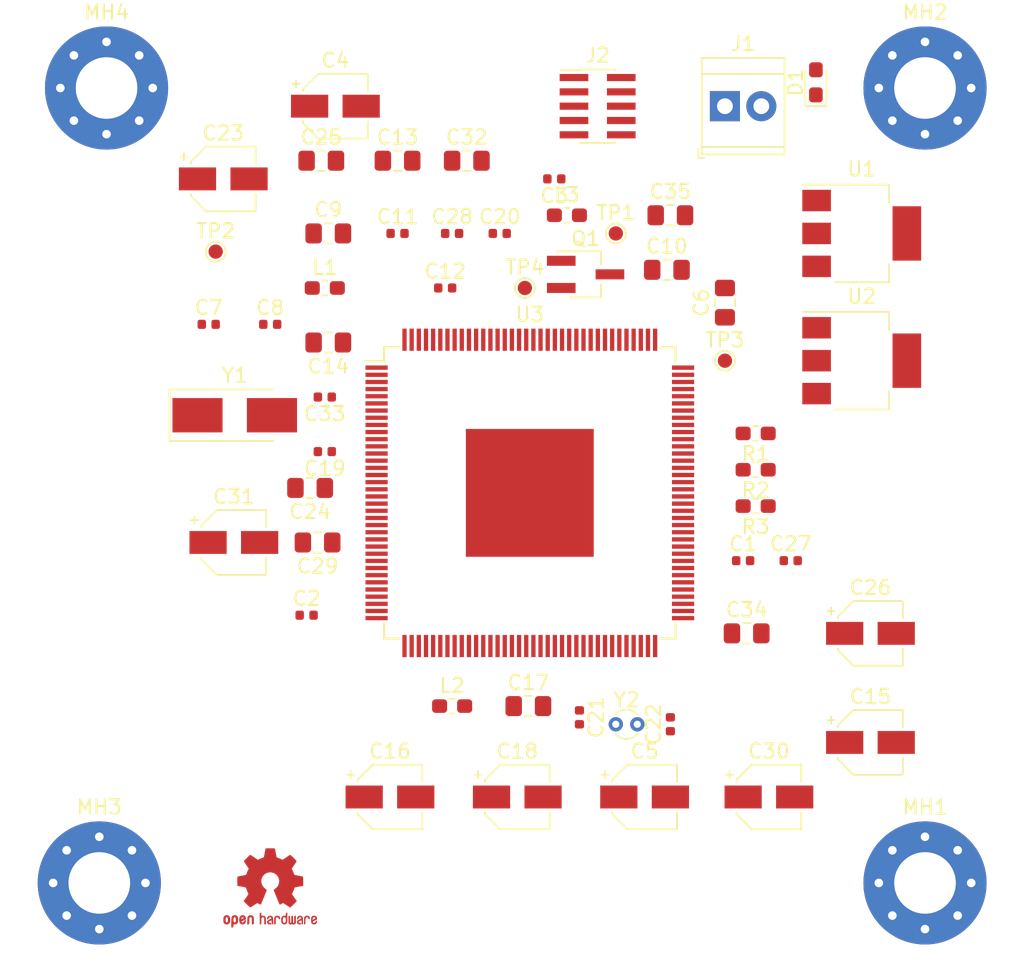
<source format=kicad_pcb>
(kicad_pcb (version 20171130) (host pcbnew "(5.0.0)")

  (general
    (thickness 1.6)
    (drawings 0)
    (tracks 0)
    (zones 0)
    (modules 59)
    (nets 145)
  )

  (page A4)
  (layers
    (0 F.Cu signal)
    (31 B.Cu signal)
    (32 B.Adhes user)
    (33 F.Adhes user)
    (34 B.Paste user)
    (35 F.Paste user)
    (36 B.SilkS user)
    (37 F.SilkS user)
    (38 B.Mask user)
    (39 F.Mask user)
    (40 Dwgs.User user)
    (41 Cmts.User user)
    (42 Eco1.User user)
    (43 Eco2.User user)
    (44 Edge.Cuts user)
    (45 Margin user)
    (46 B.CrtYd user)
    (47 F.CrtYd user)
    (48 B.Fab user)
    (49 F.Fab user)
  )

  (setup
    (last_trace_width 0.25)
    (trace_clearance 0.2)
    (zone_clearance 0.508)
    (zone_45_only no)
    (trace_min 0.2)
    (segment_width 0.2)
    (edge_width 0.15)
    (via_size 0.8)
    (via_drill 0.4)
    (via_min_size 0.4)
    (via_min_drill 0.3)
    (uvia_size 0.3)
    (uvia_drill 0.1)
    (uvias_allowed no)
    (uvia_min_size 0.2)
    (uvia_min_drill 0.1)
    (pcb_text_width 0.3)
    (pcb_text_size 1.5 1.5)
    (mod_edge_width 0.15)
    (mod_text_size 1 1)
    (mod_text_width 0.15)
    (pad_size 1.524 1.524)
    (pad_drill 0.762)
    (pad_to_mask_clearance 0.2)
    (aux_axis_origin 0 0)
    (visible_elements FFFFFF7F)
    (pcbplotparams
      (layerselection 0x010fc_ffffffff)
      (usegerberextensions false)
      (usegerberattributes false)
      (usegerberadvancedattributes false)
      (creategerberjobfile false)
      (excludeedgelayer true)
      (linewidth 0.100000)
      (plotframeref false)
      (viasonmask false)
      (mode 1)
      (useauxorigin false)
      (hpglpennumber 1)
      (hpglpenspeed 20)
      (hpglpendiameter 15.000000)
      (psnegative false)
      (psa4output false)
      (plotreference true)
      (plotvalue true)
      (plotinvisibletext false)
      (padsonsilk false)
      (subtractmaskfromsilk false)
      (outputformat 1)
      (mirror false)
      (drillshape 1)
      (scaleselection 1)
      (outputdirectory ""))
  )

  (net 0 "")
  (net 1 GND)
  (net 2 +3V3)
  (net 3 +1V2)
  (net 4 /Power/XTAL)
  (net 5 /Power/EXTAL)
  (net 6 VDDA)
  (net 7 VSSA)
  (net 8 /Power/XTAL32)
  (net 9 /Power/EXTAL32)
  (net 10 "Net-(D1-Pad1)")
  (net 11 "Net-(D1-Pad2)")
  (net 12 "Net-(L3-Pad1)")
  (net 13 "Net-(Q1-Pad2)")
  (net 14 /MainMicro/nRST)
  (net 15 "Net-(R2-Pad2)")
  (net 16 "Net-(R3-Pad2)")
  (net 17 "Net-(U3-Pad1)")
  (net 18 "Net-(U3-Pad2)")
  (net 19 "Net-(U3-Pad3)")
  (net 20 "Net-(U3-Pad4)")
  (net 21 "Net-(U3-Pad5)")
  (net 22 "Net-(U3-Pad6)")
  (net 23 "Net-(U3-Pad7)")
  (net 24 "Net-(U3-Pad8)")
  (net 25 "Net-(U3-Pad9)")
  (net 26 "Net-(U3-Pad10)")
  (net 27 "Net-(U3-Pad11)")
  (net 28 "Net-(U3-Pad12)")
  (net 29 "Net-(U3-Pad13)")
  (net 30 "Net-(U3-Pad14)")
  (net 31 "Net-(U3-Pad15)")
  (net 32 "Net-(U3-Pad16)")
  (net 33 "Net-(U3-Pad17)")
  (net 34 "Net-(U3-Pad18)")
  (net 35 "Net-(U3-Pad19)")
  (net 36 "Net-(U3-Pad20)")
  (net 37 "Net-(U3-Pad21)")
  (net 38 "Net-(U3-Pad26)")
  (net 39 "Net-(U3-Pad27)")
  (net 40 "Net-(U3-Pad28)")
  (net 41 "Net-(U3-Pad29)")
  (net 42 "Net-(U3-Pad30)")
  (net 43 "Net-(U3-Pad31)")
  (net 44 "Net-(U3-Pad32)")
  (net 45 "Net-(U3-Pad33)")
  (net 46 "Net-(U3-Pad34)")
  (net 47 "Net-(U3-Pad35)")
  (net 48 "Net-(U3-Pad36)")
  (net 49 "Net-(U3-Pad37)")
  (net 50 "Net-(U3-Pad38)")
  (net 51 "Net-(U3-Pad39)")
  (net 52 "Net-(U3-Pad40)")
  (net 53 "Net-(U3-Pad45)")
  (net 54 "Net-(U3-Pad46)")
  (net 55 "Net-(U3-Pad47)")
  (net 56 "Net-(U3-Pad48)")
  (net 57 "Net-(U3-Pad49)")
  (net 58 /MainMicro/EXTAL32)
  (net 59 "Net-(U3-Pad51)")
  (net 60 "Net-(U3-Pad52)")
  (net 61 "Net-(U3-Pad53)")
  (net 62 "Net-(U3-Pad54)")
  (net 63 "Net-(U3-Pad55)")
  (net 64 "Net-(U3-Pad56)")
  (net 65 "Net-(U3-Pad57)")
  (net 66 "Net-(U3-Pad60)")
  (net 67 "Net-(U3-Pad61)")
  (net 68 "Net-(U3-Pad62)")
  (net 69 "Net-(U3-Pad63)")
  (net 70 "Net-(U3-Pad64)")
  (net 71 "Net-(U3-Pad65)")
  (net 72 "Net-(U3-Pad66)")
  (net 73 "Net-(U3-Pad67)")
  (net 74 "Net-(U3-Pad68)")
  (net 75 "Net-(U3-Pad69)")
  (net 76 "Net-(U3-Pad70)")
  (net 77 "Net-(U3-Pad71)")
  (net 78 "Net-(U3-Pad72)")
  (net 79 "Net-(U3-Pad73)")
  (net 80 "Net-(U3-Pad74)")
  (net 81 "Net-(U3-Pad75)")
  (net 82 "Net-(U3-Pad76)")
  (net 83 "Net-(U3-Pad77)")
  (net 84 /MainMicro/VSS_OSC)
  (net 85 /MainMicro/EXTAL)
  (net 86 /MainMicro/XTAL)
  (net 87 "Net-(U3-Pad84)")
  (net 88 "Net-(U3-Pad85)")
  (net 89 "Net-(U3-Pad86)")
  (net 90 "Net-(U3-Pad87)")
  (net 91 /MainMicro/M_TDI)
  (net 92 /MainMicro/M_TMS)
  (net 93 /MainMicro/M_TDO)
  (net 94 /MainMicro/M_JCOMP)
  (net 95 /MainMicro/M_TCK)
  (net 96 "Net-(U3-Pad93)")
  (net 97 "Net-(U3-Pad95)")
  (net 98 "Net-(U3-Pad96)")
  (net 99 "Net-(U3-Pad100)")
  (net 100 "Net-(U3-Pad101)")
  (net 101 "Net-(U3-Pad102)")
  (net 102 "Net-(U3-Pad103)")
  (net 103 "Net-(U3-Pad104)")
  (net 104 "Net-(U3-Pad105)")
  (net 105 "Net-(U3-Pad106)")
  (net 106 "Net-(U3-Pad107)")
  (net 107 "Net-(U3-Pad108)")
  (net 108 "Net-(U3-Pad109)")
  (net 109 "Net-(U3-Pad110)")
  (net 110 "Net-(U3-Pad111)")
  (net 111 "Net-(U3-Pad112)")
  (net 112 "Net-(U3-Pad113)")
  (net 113 "Net-(U3-Pad114)")
  (net 114 "Net-(U3-Pad116)")
  (net 115 "Net-(U3-Pad117)")
  (net 116 "Net-(U3-Pad118)")
  (net 117 "Net-(U3-Pad119)")
  (net 118 "Net-(U3-Pad120)")
  (net 119 "Net-(U3-Pad121)")
  (net 120 "Net-(U3-Pad122)")
  (net 121 "Net-(U3-Pad123)")
  (net 122 "Net-(U3-Pad126)")
  (net 123 "Net-(U3-Pad127)")
  (net 124 "Net-(U3-Pad128)")
  (net 125 "Net-(U3-Pad129)")
  (net 126 "Net-(U3-Pad130)")
  (net 127 "Net-(U3-Pad131)")
  (net 128 "Net-(U3-Pad132)")
  (net 129 "Net-(U3-Pad133)")
  (net 130 "Net-(U3-Pad134)")
  (net 131 "Net-(U3-Pad135)")
  (net 132 "Net-(U3-Pad137)")
  (net 133 "Net-(U3-Pad138)")
  (net 134 "Net-(U3-Pad139)")
  (net 135 "Net-(U3-Pad140)")
  (net 136 "Net-(U3-Pad141)")
  (net 137 "Net-(U3-Pad143)")
  (net 138 "Net-(U3-Pad144)")
  (net 139 /Power/M_TCK)
  (net 140 /Power/M_TDO)
  (net 141 /Power/M_TMS)
  (net 142 "Net-(J2-Pad6)")
  (net 143 "Net-(J2-Pad8)")
  (net 144 /Power/M_TDI)

  (net_class Default "Ez az alapértelmezett vezetékosztály"
    (clearance 0.2)
    (trace_width 0.25)
    (via_dia 0.8)
    (via_drill 0.4)
    (uvia_dia 0.3)
    (uvia_drill 0.1)
    (add_net +1V2)
    (add_net +3V3)
    (add_net /MainMicro/EXTAL)
    (add_net /MainMicro/EXTAL32)
    (add_net /MainMicro/M_JCOMP)
    (add_net /MainMicro/M_TCK)
    (add_net /MainMicro/M_TDI)
    (add_net /MainMicro/M_TDO)
    (add_net /MainMicro/M_TMS)
    (add_net /MainMicro/VSS_OSC)
    (add_net /MainMicro/XTAL)
    (add_net /MainMicro/nRST)
    (add_net /Power/EXTAL)
    (add_net /Power/EXTAL32)
    (add_net /Power/M_TCK)
    (add_net /Power/M_TDI)
    (add_net /Power/M_TDO)
    (add_net /Power/M_TMS)
    (add_net /Power/XTAL)
    (add_net /Power/XTAL32)
    (add_net GND)
    (add_net "Net-(D1-Pad1)")
    (add_net "Net-(D1-Pad2)")
    (add_net "Net-(J2-Pad6)")
    (add_net "Net-(J2-Pad8)")
    (add_net "Net-(L3-Pad1)")
    (add_net "Net-(Q1-Pad2)")
    (add_net "Net-(R2-Pad2)")
    (add_net "Net-(R3-Pad2)")
    (add_net "Net-(U3-Pad1)")
    (add_net "Net-(U3-Pad10)")
    (add_net "Net-(U3-Pad100)")
    (add_net "Net-(U3-Pad101)")
    (add_net "Net-(U3-Pad102)")
    (add_net "Net-(U3-Pad103)")
    (add_net "Net-(U3-Pad104)")
    (add_net "Net-(U3-Pad105)")
    (add_net "Net-(U3-Pad106)")
    (add_net "Net-(U3-Pad107)")
    (add_net "Net-(U3-Pad108)")
    (add_net "Net-(U3-Pad109)")
    (add_net "Net-(U3-Pad11)")
    (add_net "Net-(U3-Pad110)")
    (add_net "Net-(U3-Pad111)")
    (add_net "Net-(U3-Pad112)")
    (add_net "Net-(U3-Pad113)")
    (add_net "Net-(U3-Pad114)")
    (add_net "Net-(U3-Pad116)")
    (add_net "Net-(U3-Pad117)")
    (add_net "Net-(U3-Pad118)")
    (add_net "Net-(U3-Pad119)")
    (add_net "Net-(U3-Pad12)")
    (add_net "Net-(U3-Pad120)")
    (add_net "Net-(U3-Pad121)")
    (add_net "Net-(U3-Pad122)")
    (add_net "Net-(U3-Pad123)")
    (add_net "Net-(U3-Pad126)")
    (add_net "Net-(U3-Pad127)")
    (add_net "Net-(U3-Pad128)")
    (add_net "Net-(U3-Pad129)")
    (add_net "Net-(U3-Pad13)")
    (add_net "Net-(U3-Pad130)")
    (add_net "Net-(U3-Pad131)")
    (add_net "Net-(U3-Pad132)")
    (add_net "Net-(U3-Pad133)")
    (add_net "Net-(U3-Pad134)")
    (add_net "Net-(U3-Pad135)")
    (add_net "Net-(U3-Pad137)")
    (add_net "Net-(U3-Pad138)")
    (add_net "Net-(U3-Pad139)")
    (add_net "Net-(U3-Pad14)")
    (add_net "Net-(U3-Pad140)")
    (add_net "Net-(U3-Pad141)")
    (add_net "Net-(U3-Pad143)")
    (add_net "Net-(U3-Pad144)")
    (add_net "Net-(U3-Pad15)")
    (add_net "Net-(U3-Pad16)")
    (add_net "Net-(U3-Pad17)")
    (add_net "Net-(U3-Pad18)")
    (add_net "Net-(U3-Pad19)")
    (add_net "Net-(U3-Pad2)")
    (add_net "Net-(U3-Pad20)")
    (add_net "Net-(U3-Pad21)")
    (add_net "Net-(U3-Pad26)")
    (add_net "Net-(U3-Pad27)")
    (add_net "Net-(U3-Pad28)")
    (add_net "Net-(U3-Pad29)")
    (add_net "Net-(U3-Pad3)")
    (add_net "Net-(U3-Pad30)")
    (add_net "Net-(U3-Pad31)")
    (add_net "Net-(U3-Pad32)")
    (add_net "Net-(U3-Pad33)")
    (add_net "Net-(U3-Pad34)")
    (add_net "Net-(U3-Pad35)")
    (add_net "Net-(U3-Pad36)")
    (add_net "Net-(U3-Pad37)")
    (add_net "Net-(U3-Pad38)")
    (add_net "Net-(U3-Pad39)")
    (add_net "Net-(U3-Pad4)")
    (add_net "Net-(U3-Pad40)")
    (add_net "Net-(U3-Pad45)")
    (add_net "Net-(U3-Pad46)")
    (add_net "Net-(U3-Pad47)")
    (add_net "Net-(U3-Pad48)")
    (add_net "Net-(U3-Pad49)")
    (add_net "Net-(U3-Pad5)")
    (add_net "Net-(U3-Pad51)")
    (add_net "Net-(U3-Pad52)")
    (add_net "Net-(U3-Pad53)")
    (add_net "Net-(U3-Pad54)")
    (add_net "Net-(U3-Pad55)")
    (add_net "Net-(U3-Pad56)")
    (add_net "Net-(U3-Pad57)")
    (add_net "Net-(U3-Pad6)")
    (add_net "Net-(U3-Pad60)")
    (add_net "Net-(U3-Pad61)")
    (add_net "Net-(U3-Pad62)")
    (add_net "Net-(U3-Pad63)")
    (add_net "Net-(U3-Pad64)")
    (add_net "Net-(U3-Pad65)")
    (add_net "Net-(U3-Pad66)")
    (add_net "Net-(U3-Pad67)")
    (add_net "Net-(U3-Pad68)")
    (add_net "Net-(U3-Pad69)")
    (add_net "Net-(U3-Pad7)")
    (add_net "Net-(U3-Pad70)")
    (add_net "Net-(U3-Pad71)")
    (add_net "Net-(U3-Pad72)")
    (add_net "Net-(U3-Pad73)")
    (add_net "Net-(U3-Pad74)")
    (add_net "Net-(U3-Pad75)")
    (add_net "Net-(U3-Pad76)")
    (add_net "Net-(U3-Pad77)")
    (add_net "Net-(U3-Pad8)")
    (add_net "Net-(U3-Pad84)")
    (add_net "Net-(U3-Pad85)")
    (add_net "Net-(U3-Pad86)")
    (add_net "Net-(U3-Pad87)")
    (add_net "Net-(U3-Pad9)")
    (add_net "Net-(U3-Pad93)")
    (add_net "Net-(U3-Pad95)")
    (add_net "Net-(U3-Pad96)")
    (add_net VDDA)
    (add_net VSSA)
  )

  (module Capacitor_SMD:C_0402_1005Metric (layer F.Cu) (tedit 5B301BBE) (tstamp 5BED2C0B)
    (at 153.67 96.52)
    (descr "Capacitor SMD 0402 (1005 Metric), square (rectangular) end terminal, IPC_7351 nominal, (Body size source: http://www.tortai-tech.com/upload/download/2011102023233369053.pdf), generated with kicad-footprint-generator")
    (tags capacitor)
    (path /5BF48D16/5BF4B214)
    (attr smd)
    (fp_text reference C1 (at 0 -1.17) (layer F.SilkS)
      (effects (font (size 1 1) (thickness 0.15)))
    )
    (fp_text value 470p (at 0 1.17) (layer F.Fab)
      (effects (font (size 1 1) (thickness 0.15)))
    )
    (fp_text user %R (at -0.5 0.25) (layer F.Fab)
      (effects (font (size 0.25 0.25) (thickness 0.04)))
    )
    (fp_line (start 0.93 0.47) (end -0.93 0.47) (layer F.CrtYd) (width 0.05))
    (fp_line (start 0.93 -0.47) (end 0.93 0.47) (layer F.CrtYd) (width 0.05))
    (fp_line (start -0.93 -0.47) (end 0.93 -0.47) (layer F.CrtYd) (width 0.05))
    (fp_line (start -0.93 0.47) (end -0.93 -0.47) (layer F.CrtYd) (width 0.05))
    (fp_line (start 0.5 0.25) (end -0.5 0.25) (layer F.Fab) (width 0.1))
    (fp_line (start 0.5 -0.25) (end 0.5 0.25) (layer F.Fab) (width 0.1))
    (fp_line (start -0.5 -0.25) (end 0.5 -0.25) (layer F.Fab) (width 0.1))
    (fp_line (start -0.5 0.25) (end -0.5 -0.25) (layer F.Fab) (width 0.1))
    (pad 2 smd roundrect (at 0.485 0) (size 0.59 0.64) (layers F.Cu F.Paste F.Mask) (roundrect_rratio 0.25)
      (net 1 GND))
    (pad 1 smd roundrect (at -0.485 0) (size 0.59 0.64) (layers F.Cu F.Paste F.Mask) (roundrect_rratio 0.25)
      (net 2 +3V3))
    (model ${KISYS3DMOD}/Capacitor_SMD.3dshapes/C_0402_1005Metric.wrl
      (at (xyz 0 0 0))
      (scale (xyz 1 1 1))
      (rotate (xyz 0 0 0))
    )
  )

  (module Capacitor_SMD:C_0402_1005Metric (layer F.Cu) (tedit 5B301BBE) (tstamp 5BED374D)
    (at 123.19 100.33)
    (descr "Capacitor SMD 0402 (1005 Metric), square (rectangular) end terminal, IPC_7351 nominal, (Body size source: http://www.tortai-tech.com/upload/download/2011102023233369053.pdf), generated with kicad-footprint-generator")
    (tags capacitor)
    (path /5BF48D16/5BF4B276)
    (attr smd)
    (fp_text reference C2 (at 0 -1.17) (layer F.SilkS)
      (effects (font (size 1 1) (thickness 0.15)))
    )
    (fp_text value 470p (at 0 1.17) (layer F.Fab)
      (effects (font (size 1 1) (thickness 0.15)))
    )
    (fp_text user %R (at 0 0) (layer F.Fab)
      (effects (font (size 0.25 0.25) (thickness 0.04)))
    )
    (fp_line (start 0.93 0.47) (end -0.93 0.47) (layer F.CrtYd) (width 0.05))
    (fp_line (start 0.93 -0.47) (end 0.93 0.47) (layer F.CrtYd) (width 0.05))
    (fp_line (start -0.93 -0.47) (end 0.93 -0.47) (layer F.CrtYd) (width 0.05))
    (fp_line (start -0.93 0.47) (end -0.93 -0.47) (layer F.CrtYd) (width 0.05))
    (fp_line (start 0.5 0.25) (end -0.5 0.25) (layer F.Fab) (width 0.1))
    (fp_line (start 0.5 -0.25) (end 0.5 0.25) (layer F.Fab) (width 0.1))
    (fp_line (start -0.5 -0.25) (end 0.5 -0.25) (layer F.Fab) (width 0.1))
    (fp_line (start -0.5 0.25) (end -0.5 -0.25) (layer F.Fab) (width 0.1))
    (pad 2 smd roundrect (at 0.485 0) (size 0.59 0.64) (layers F.Cu F.Paste F.Mask) (roundrect_rratio 0.25)
      (net 1 GND))
    (pad 1 smd roundrect (at -0.485 0) (size 0.59 0.64) (layers F.Cu F.Paste F.Mask) (roundrect_rratio 0.25)
      (net 2 +3V3))
    (model ${KISYS3DMOD}/Capacitor_SMD.3dshapes/C_0402_1005Metric.wrl
      (at (xyz 0 0 0))
      (scale (xyz 1 1 1))
      (rotate (xyz 0 0 0))
    )
  )

  (module Capacitor_SMD:C_0402_1005Metric (layer F.Cu) (tedit 5B301BBE) (tstamp 5BED2BE1)
    (at 140.485 69.85 180)
    (descr "Capacitor SMD 0402 (1005 Metric), square (rectangular) end terminal, IPC_7351 nominal, (Body size source: http://www.tortai-tech.com/upload/download/2011102023233369053.pdf), generated with kicad-footprint-generator")
    (tags capacitor)
    (path /5BF48D16/5BF4B3C3)
    (attr smd)
    (fp_text reference C3 (at 0 -1.17 180) (layer F.SilkS)
      (effects (font (size 1 1) (thickness 0.15)))
    )
    (fp_text value 470p (at 0 1.17 180) (layer F.Fab)
      (effects (font (size 1 1) (thickness 0.15)))
    )
    (fp_line (start -0.5 0.25) (end -0.5 -0.25) (layer F.Fab) (width 0.1))
    (fp_line (start -0.5 -0.25) (end 0.5 -0.25) (layer F.Fab) (width 0.1))
    (fp_line (start 0.5 -0.25) (end 0.5 0.25) (layer F.Fab) (width 0.1))
    (fp_line (start 0.5 0.25) (end -0.5 0.25) (layer F.Fab) (width 0.1))
    (fp_line (start -0.93 0.47) (end -0.93 -0.47) (layer F.CrtYd) (width 0.05))
    (fp_line (start -0.93 -0.47) (end 0.93 -0.47) (layer F.CrtYd) (width 0.05))
    (fp_line (start 0.93 -0.47) (end 0.93 0.47) (layer F.CrtYd) (width 0.05))
    (fp_line (start 0.93 0.47) (end -0.93 0.47) (layer F.CrtYd) (width 0.05))
    (fp_text user %R (at 0 0 180) (layer F.Fab)
      (effects (font (size 0.25 0.25) (thickness 0.04)))
    )
    (pad 1 smd roundrect (at -0.485 0 180) (size 0.59 0.64) (layers F.Cu F.Paste F.Mask) (roundrect_rratio 0.25)
      (net 3 +1V2))
    (pad 2 smd roundrect (at 0.485 0 180) (size 0.59 0.64) (layers F.Cu F.Paste F.Mask) (roundrect_rratio 0.25)
      (net 1 GND))
    (model ${KISYS3DMOD}/Capacitor_SMD.3dshapes/C_0402_1005Metric.wrl
      (at (xyz 0 0 0))
      (scale (xyz 1 1 1))
      (rotate (xyz 0 0 0))
    )
  )

  (module Capacitor_SMD:CP_Elec_4x5.3 (layer F.Cu) (tedit 5B3026A2) (tstamp 5BED2B85)
    (at 125.2 64.77)
    (descr "SMT capacitor, aluminium electrolytic, 4x5.3, Vishay ")
    (tags "Capacitor Electrolytic")
    (path /5BF48D16/5BF4B1FF)
    (attr smd)
    (fp_text reference C4 (at 0 -3.2) (layer F.SilkS)
      (effects (font (size 1 1) (thickness 0.15)))
    )
    (fp_text value 10u (at 0 3.2) (layer F.Fab)
      (effects (font (size 1 1) (thickness 0.15)))
    )
    (fp_circle (center 0 0) (end 2 0) (layer F.Fab) (width 0.1))
    (fp_line (start 2.15 -2.15) (end 2.15 2.15) (layer F.Fab) (width 0.1))
    (fp_line (start -1.15 -2.15) (end 2.15 -2.15) (layer F.Fab) (width 0.1))
    (fp_line (start -1.15 2.15) (end 2.15 2.15) (layer F.Fab) (width 0.1))
    (fp_line (start -2.15 -1.15) (end -2.15 1.15) (layer F.Fab) (width 0.1))
    (fp_line (start -2.15 -1.15) (end -1.15 -2.15) (layer F.Fab) (width 0.1))
    (fp_line (start -2.15 1.15) (end -1.15 2.15) (layer F.Fab) (width 0.1))
    (fp_line (start -1.574773 -1) (end -1.174773 -1) (layer F.Fab) (width 0.1))
    (fp_line (start -1.374773 -1.2) (end -1.374773 -0.8) (layer F.Fab) (width 0.1))
    (fp_line (start 2.26 2.26) (end 2.26 1.06) (layer F.SilkS) (width 0.12))
    (fp_line (start 2.26 -2.26) (end 2.26 -1.06) (layer F.SilkS) (width 0.12))
    (fp_line (start -1.195563 -2.26) (end 2.26 -2.26) (layer F.SilkS) (width 0.12))
    (fp_line (start -1.195563 2.26) (end 2.26 2.26) (layer F.SilkS) (width 0.12))
    (fp_line (start -2.26 1.195563) (end -2.26 1.06) (layer F.SilkS) (width 0.12))
    (fp_line (start -2.26 -1.195563) (end -2.26 -1.06) (layer F.SilkS) (width 0.12))
    (fp_line (start -2.26 -1.195563) (end -1.195563 -2.26) (layer F.SilkS) (width 0.12))
    (fp_line (start -2.26 1.195563) (end -1.195563 2.26) (layer F.SilkS) (width 0.12))
    (fp_line (start -3 -1.56) (end -2.5 -1.56) (layer F.SilkS) (width 0.12))
    (fp_line (start -2.75 -1.81) (end -2.75 -1.31) (layer F.SilkS) (width 0.12))
    (fp_line (start 2.4 -2.4) (end 2.4 -1.05) (layer F.CrtYd) (width 0.05))
    (fp_line (start 2.4 -1.05) (end 3.35 -1.05) (layer F.CrtYd) (width 0.05))
    (fp_line (start 3.35 -1.05) (end 3.35 1.05) (layer F.CrtYd) (width 0.05))
    (fp_line (start 3.35 1.05) (end 2.4 1.05) (layer F.CrtYd) (width 0.05))
    (fp_line (start 2.4 1.05) (end 2.4 2.4) (layer F.CrtYd) (width 0.05))
    (fp_line (start -1.25 2.4) (end 2.4 2.4) (layer F.CrtYd) (width 0.05))
    (fp_line (start -1.25 -2.4) (end 2.4 -2.4) (layer F.CrtYd) (width 0.05))
    (fp_line (start -2.4 1.25) (end -1.25 2.4) (layer F.CrtYd) (width 0.05))
    (fp_line (start -2.4 -1.25) (end -1.25 -2.4) (layer F.CrtYd) (width 0.05))
    (fp_line (start -2.4 -1.25) (end -2.4 -1.05) (layer F.CrtYd) (width 0.05))
    (fp_line (start -2.4 1.05) (end -2.4 1.25) (layer F.CrtYd) (width 0.05))
    (fp_line (start -2.4 -1.05) (end -3.35 -1.05) (layer F.CrtYd) (width 0.05))
    (fp_line (start -3.35 -1.05) (end -3.35 1.05) (layer F.CrtYd) (width 0.05))
    (fp_line (start -3.35 1.05) (end -2.4 1.05) (layer F.CrtYd) (width 0.05))
    (fp_text user %R (at 0 0) (layer F.Fab)
      (effects (font (size 0.8 0.8) (thickness 0.12)))
    )
    (pad 1 smd rect (at -1.8 0) (size 2.6 1.6) (layers F.Cu F.Paste F.Mask)
      (net 2 +3V3))
    (pad 2 smd rect (at 1.8 0) (size 2.6 1.6) (layers F.Cu F.Paste F.Mask)
      (net 1 GND))
    (model ${KISYS3DMOD}/Capacitor_SMD.3dshapes/CP_Elec_4x5.3.wrl
      (at (xyz 0 0 0))
      (scale (xyz 1 1 1))
      (rotate (xyz 0 0 0))
    )
  )

  (module Capacitor_SMD:CP_Elec_4x5.3 (layer F.Cu) (tedit 5B3026A2) (tstamp 5BED2D86)
    (at 146.79 113.03)
    (descr "SMT capacitor, aluminium electrolytic, 4x5.3, Vishay ")
    (tags "Capacitor Electrolytic")
    (path /5BF48D16/5BF4B267)
    (attr smd)
    (fp_text reference C5 (at 0 -3.2) (layer F.SilkS)
      (effects (font (size 1 1) (thickness 0.15)))
    )
    (fp_text value 10u (at 0 3.2) (layer F.Fab)
      (effects (font (size 1 1) (thickness 0.15)))
    )
    (fp_circle (center 0 0) (end 2 0) (layer F.Fab) (width 0.1))
    (fp_line (start 2.15 -2.15) (end 2.15 2.15) (layer F.Fab) (width 0.1))
    (fp_line (start -1.15 -2.15) (end 2.15 -2.15) (layer F.Fab) (width 0.1))
    (fp_line (start -1.15 2.15) (end 2.15 2.15) (layer F.Fab) (width 0.1))
    (fp_line (start -2.15 -1.15) (end -2.15 1.15) (layer F.Fab) (width 0.1))
    (fp_line (start -2.15 -1.15) (end -1.15 -2.15) (layer F.Fab) (width 0.1))
    (fp_line (start -2.15 1.15) (end -1.15 2.15) (layer F.Fab) (width 0.1))
    (fp_line (start -1.574773 -1) (end -1.174773 -1) (layer F.Fab) (width 0.1))
    (fp_line (start -1.374773 -1.2) (end -1.374773 -0.8) (layer F.Fab) (width 0.1))
    (fp_line (start 2.26 2.26) (end 2.26 1.06) (layer F.SilkS) (width 0.12))
    (fp_line (start 2.26 -2.26) (end 2.26 -1.06) (layer F.SilkS) (width 0.12))
    (fp_line (start -1.195563 -2.26) (end 2.26 -2.26) (layer F.SilkS) (width 0.12))
    (fp_line (start -1.195563 2.26) (end 2.26 2.26) (layer F.SilkS) (width 0.12))
    (fp_line (start -2.26 1.195563) (end -2.26 1.06) (layer F.SilkS) (width 0.12))
    (fp_line (start -2.26 -1.195563) (end -2.26 -1.06) (layer F.SilkS) (width 0.12))
    (fp_line (start -2.26 -1.195563) (end -1.195563 -2.26) (layer F.SilkS) (width 0.12))
    (fp_line (start -2.26 1.195563) (end -1.195563 2.26) (layer F.SilkS) (width 0.12))
    (fp_line (start -3 -1.56) (end -2.5 -1.56) (layer F.SilkS) (width 0.12))
    (fp_line (start -2.75 -1.81) (end -2.75 -1.31) (layer F.SilkS) (width 0.12))
    (fp_line (start 2.4 -2.4) (end 2.4 -1.05) (layer F.CrtYd) (width 0.05))
    (fp_line (start 2.4 -1.05) (end 3.35 -1.05) (layer F.CrtYd) (width 0.05))
    (fp_line (start 3.35 -1.05) (end 3.35 1.05) (layer F.CrtYd) (width 0.05))
    (fp_line (start 3.35 1.05) (end 2.4 1.05) (layer F.CrtYd) (width 0.05))
    (fp_line (start 2.4 1.05) (end 2.4 2.4) (layer F.CrtYd) (width 0.05))
    (fp_line (start -1.25 2.4) (end 2.4 2.4) (layer F.CrtYd) (width 0.05))
    (fp_line (start -1.25 -2.4) (end 2.4 -2.4) (layer F.CrtYd) (width 0.05))
    (fp_line (start -2.4 1.25) (end -1.25 2.4) (layer F.CrtYd) (width 0.05))
    (fp_line (start -2.4 -1.25) (end -1.25 -2.4) (layer F.CrtYd) (width 0.05))
    (fp_line (start -2.4 -1.25) (end -2.4 -1.05) (layer F.CrtYd) (width 0.05))
    (fp_line (start -2.4 1.05) (end -2.4 1.25) (layer F.CrtYd) (width 0.05))
    (fp_line (start -2.4 -1.05) (end -3.35 -1.05) (layer F.CrtYd) (width 0.05))
    (fp_line (start -3.35 -1.05) (end -3.35 1.05) (layer F.CrtYd) (width 0.05))
    (fp_line (start -3.35 1.05) (end -2.4 1.05) (layer F.CrtYd) (width 0.05))
    (fp_text user %R (at 0 0) (layer F.Fab)
      (effects (font (size 0.8 0.8) (thickness 0.12)))
    )
    (pad 1 smd rect (at -1.8 0) (size 2.6 1.6) (layers F.Cu F.Paste F.Mask)
      (net 2 +3V3))
    (pad 2 smd rect (at 1.8 0) (size 2.6 1.6) (layers F.Cu F.Paste F.Mask)
      (net 1 GND))
    (model ${KISYS3DMOD}/Capacitor_SMD.3dshapes/CP_Elec_4x5.3.wrl
      (at (xyz 0 0 0))
      (scale (xyz 1 1 1))
      (rotate (xyz 0 0 0))
    )
  )

  (module Capacitor_SMD:C_0805_2012Metric_Pad1.15x1.40mm_HandSolder (layer F.Cu) (tedit 5B36C52B) (tstamp 5BED2D3F)
    (at 152.4 78.495 90)
    (descr "Capacitor SMD 0805 (2012 Metric), square (rectangular) end terminal, IPC_7351 nominal with elongated pad for handsoldering. (Body size source: https://docs.google.com/spreadsheets/d/1BsfQQcO9C6DZCsRaXUlFlo91Tg2WpOkGARC1WS5S8t0/edit?usp=sharing), generated with kicad-footprint-generator")
    (tags "capacitor handsolder")
    (path /5BF48D16/5BF4B3B8)
    (attr smd)
    (fp_text reference C6 (at 0 -1.65 90) (layer F.SilkS)
      (effects (font (size 1 1) (thickness 0.15)))
    )
    (fp_text value 100n (at 0 1.65 90) (layer F.Fab)
      (effects (font (size 1 1) (thickness 0.15)))
    )
    (fp_line (start -1 0.6) (end -1 -0.6) (layer F.Fab) (width 0.1))
    (fp_line (start -1 -0.6) (end 1 -0.6) (layer F.Fab) (width 0.1))
    (fp_line (start 1 -0.6) (end 1 0.6) (layer F.Fab) (width 0.1))
    (fp_line (start 1 0.6) (end -1 0.6) (layer F.Fab) (width 0.1))
    (fp_line (start -0.261252 -0.71) (end 0.261252 -0.71) (layer F.SilkS) (width 0.12))
    (fp_line (start -0.261252 0.71) (end 0.261252 0.71) (layer F.SilkS) (width 0.12))
    (fp_line (start -1.85 0.95) (end -1.85 -0.95) (layer F.CrtYd) (width 0.05))
    (fp_line (start -1.85 -0.95) (end 1.85 -0.95) (layer F.CrtYd) (width 0.05))
    (fp_line (start 1.85 -0.95) (end 1.85 0.95) (layer F.CrtYd) (width 0.05))
    (fp_line (start 1.85 0.95) (end -1.85 0.95) (layer F.CrtYd) (width 0.05))
    (fp_text user %R (at 0 0 90) (layer F.Fab)
      (effects (font (size 0.5 0.5) (thickness 0.08)))
    )
    (pad 1 smd roundrect (at -1.025 0 90) (size 1.15 1.4) (layers F.Cu F.Paste F.Mask) (roundrect_rratio 0.217391)
      (net 3 +1V2))
    (pad 2 smd roundrect (at 1.025 0 90) (size 1.15 1.4) (layers F.Cu F.Paste F.Mask) (roundrect_rratio 0.217391)
      (net 1 GND))
    (model ${KISYS3DMOD}/Capacitor_SMD.3dshapes/C_0805_2012Metric.wrl
      (at (xyz 0 0 0))
      (scale (xyz 1 1 1))
      (rotate (xyz 0 0 0))
    )
  )

  (module Capacitor_SMD:C_0402_1005Metric (layer F.Cu) (tedit 5B301BBE) (tstamp 5BED38B6)
    (at 116.355 80.01)
    (descr "Capacitor SMD 0402 (1005 Metric), square (rectangular) end terminal, IPC_7351 nominal, (Body size source: http://www.tortai-tech.com/upload/download/2011102023233369053.pdf), generated with kicad-footprint-generator")
    (tags capacitor)
    (path /5BF48D16/5BF4B363)
    (attr smd)
    (fp_text reference C7 (at 0 -1.17) (layer F.SilkS)
      (effects (font (size 1 1) (thickness 0.15)))
    )
    (fp_text value 10p (at 0 1.17) (layer F.Fab)
      (effects (font (size 1 1) (thickness 0.15)))
    )
    (fp_line (start -0.5 0.25) (end -0.5 -0.25) (layer F.Fab) (width 0.1))
    (fp_line (start -0.5 -0.25) (end 0.5 -0.25) (layer F.Fab) (width 0.1))
    (fp_line (start 0.5 -0.25) (end 0.5 0.25) (layer F.Fab) (width 0.1))
    (fp_line (start 0.5 0.25) (end -0.5 0.25) (layer F.Fab) (width 0.1))
    (fp_line (start -0.93 0.47) (end -0.93 -0.47) (layer F.CrtYd) (width 0.05))
    (fp_line (start -0.93 -0.47) (end 0.93 -0.47) (layer F.CrtYd) (width 0.05))
    (fp_line (start 0.93 -0.47) (end 0.93 0.47) (layer F.CrtYd) (width 0.05))
    (fp_line (start 0.93 0.47) (end -0.93 0.47) (layer F.CrtYd) (width 0.05))
    (fp_text user %R (at 0 0) (layer F.Fab)
      (effects (font (size 0.25 0.25) (thickness 0.04)))
    )
    (pad 1 smd roundrect (at -0.485 0) (size 0.59 0.64) (layers F.Cu F.Paste F.Mask) (roundrect_rratio 0.25)
      (net 1 GND))
    (pad 2 smd roundrect (at 0.485 0) (size 0.59 0.64) (layers F.Cu F.Paste F.Mask) (roundrect_rratio 0.25)
      (net 4 /Power/XTAL))
    (model ${KISYS3DMOD}/Capacitor_SMD.3dshapes/C_0402_1005Metric.wrl
      (at (xyz 0 0 0))
      (scale (xyz 1 1 1))
      (rotate (xyz 0 0 0))
    )
  )

  (module Capacitor_SMD:C_0402_1005Metric (layer F.Cu) (tedit 5B301BBE) (tstamp 5BED2D13)
    (at 120.65 80.01)
    (descr "Capacitor SMD 0402 (1005 Metric), square (rectangular) end terminal, IPC_7351 nominal, (Body size source: http://www.tortai-tech.com/upload/download/2011102023233369053.pdf), generated with kicad-footprint-generator")
    (tags capacitor)
    (path /5BF48D16/5BF4B36A)
    (attr smd)
    (fp_text reference C8 (at 0 -1.17) (layer F.SilkS)
      (effects (font (size 1 1) (thickness 0.15)))
    )
    (fp_text value 10p (at 0 1.17) (layer F.Fab)
      (effects (font (size 1 1) (thickness 0.15)))
    )
    (fp_line (start -0.5 0.25) (end -0.5 -0.25) (layer F.Fab) (width 0.1))
    (fp_line (start -0.5 -0.25) (end 0.5 -0.25) (layer F.Fab) (width 0.1))
    (fp_line (start 0.5 -0.25) (end 0.5 0.25) (layer F.Fab) (width 0.1))
    (fp_line (start 0.5 0.25) (end -0.5 0.25) (layer F.Fab) (width 0.1))
    (fp_line (start -0.93 0.47) (end -0.93 -0.47) (layer F.CrtYd) (width 0.05))
    (fp_line (start -0.93 -0.47) (end 0.93 -0.47) (layer F.CrtYd) (width 0.05))
    (fp_line (start 0.93 -0.47) (end 0.93 0.47) (layer F.CrtYd) (width 0.05))
    (fp_line (start 0.93 0.47) (end -0.93 0.47) (layer F.CrtYd) (width 0.05))
    (fp_text user %R (at 0 0) (layer F.Fab)
      (effects (font (size 0.25 0.25) (thickness 0.04)))
    )
    (pad 1 smd roundrect (at -0.485 0) (size 0.59 0.64) (layers F.Cu F.Paste F.Mask) (roundrect_rratio 0.25)
      (net 1 GND))
    (pad 2 smd roundrect (at 0.485 0) (size 0.59 0.64) (layers F.Cu F.Paste F.Mask) (roundrect_rratio 0.25)
      (net 5 /Power/EXTAL))
    (model ${KISYS3DMOD}/Capacitor_SMD.3dshapes/C_0402_1005Metric.wrl
      (at (xyz 0 0 0))
      (scale (xyz 1 1 1))
      (rotate (xyz 0 0 0))
    )
  )

  (module Capacitor_SMD:C_0805_2012Metric_Pad1.15x1.40mm_HandSolder (layer F.Cu) (tedit 5B36C52B) (tstamp 5BED2C37)
    (at 124.705 73.66)
    (descr "Capacitor SMD 0805 (2012 Metric), square (rectangular) end terminal, IPC_7351 nominal with elongated pad for handsoldering. (Body size source: https://docs.google.com/spreadsheets/d/1BsfQQcO9C6DZCsRaXUlFlo91Tg2WpOkGARC1WS5S8t0/edit?usp=sharing), generated with kicad-footprint-generator")
    (tags "capacitor handsolder")
    (path /5BF48D16/5BF4B1F8)
    (attr smd)
    (fp_text reference C9 (at 0 -1.65) (layer F.SilkS)
      (effects (font (size 1 1) (thickness 0.15)))
    )
    (fp_text value 100n (at 0 1.65) (layer F.Fab)
      (effects (font (size 1 1) (thickness 0.15)))
    )
    (fp_text user %R (at 0 0) (layer F.Fab)
      (effects (font (size 0.5 0.5) (thickness 0.08)))
    )
    (fp_line (start 1.85 0.95) (end -1.85 0.95) (layer F.CrtYd) (width 0.05))
    (fp_line (start 1.85 -0.95) (end 1.85 0.95) (layer F.CrtYd) (width 0.05))
    (fp_line (start -1.85 -0.95) (end 1.85 -0.95) (layer F.CrtYd) (width 0.05))
    (fp_line (start -1.85 0.95) (end -1.85 -0.95) (layer F.CrtYd) (width 0.05))
    (fp_line (start -0.261252 0.71) (end 0.261252 0.71) (layer F.SilkS) (width 0.12))
    (fp_line (start -0.261252 -0.71) (end 0.261252 -0.71) (layer F.SilkS) (width 0.12))
    (fp_line (start 1 0.6) (end -1 0.6) (layer F.Fab) (width 0.1))
    (fp_line (start 1 -0.6) (end 1 0.6) (layer F.Fab) (width 0.1))
    (fp_line (start -1 -0.6) (end 1 -0.6) (layer F.Fab) (width 0.1))
    (fp_line (start -1 0.6) (end -1 -0.6) (layer F.Fab) (width 0.1))
    (pad 2 smd roundrect (at 1.025 0) (size 1.15 1.4) (layers F.Cu F.Paste F.Mask) (roundrect_rratio 0.217391)
      (net 1 GND))
    (pad 1 smd roundrect (at -1.025 0) (size 1.15 1.4) (layers F.Cu F.Paste F.Mask) (roundrect_rratio 0.217391)
      (net 2 +3V3))
    (model ${KISYS3DMOD}/Capacitor_SMD.3dshapes/C_0805_2012Metric.wrl
      (at (xyz 0 0 0))
      (scale (xyz 1 1 1))
      (rotate (xyz 0 0 0))
    )
  )

  (module Capacitor_SMD:C_0805_2012Metric_Pad1.15x1.40mm_HandSolder (layer F.Cu) (tedit 5B36C52B) (tstamp 5BED3E94)
    (at 148.345 76.2)
    (descr "Capacitor SMD 0805 (2012 Metric), square (rectangular) end terminal, IPC_7351 nominal with elongated pad for handsoldering. (Body size source: https://docs.google.com/spreadsheets/d/1BsfQQcO9C6DZCsRaXUlFlo91Tg2WpOkGARC1WS5S8t0/edit?usp=sharing), generated with kicad-footprint-generator")
    (tags "capacitor handsolder")
    (path /5BF48D16/5BF4B260)
    (attr smd)
    (fp_text reference C10 (at 0 -1.65) (layer F.SilkS)
      (effects (font (size 1 1) (thickness 0.15)))
    )
    (fp_text value 100n (at 0 1.65) (layer F.Fab)
      (effects (font (size 1 1) (thickness 0.15)))
    )
    (fp_text user %R (at 0.654999 0.294999) (layer F.Fab)
      (effects (font (size 0.5 0.5) (thickness 0.08)))
    )
    (fp_line (start 1.85 0.95) (end -1.85 0.95) (layer F.CrtYd) (width 0.05))
    (fp_line (start 1.85 -0.95) (end 1.85 0.95) (layer F.CrtYd) (width 0.05))
    (fp_line (start -1.85 -0.95) (end 1.85 -0.95) (layer F.CrtYd) (width 0.05))
    (fp_line (start -1.85 0.95) (end -1.85 -0.95) (layer F.CrtYd) (width 0.05))
    (fp_line (start -0.261252 0.71) (end 0.261252 0.71) (layer F.SilkS) (width 0.12))
    (fp_line (start -0.261252 -0.71) (end 0.261252 -0.71) (layer F.SilkS) (width 0.12))
    (fp_line (start 1 0.6) (end -1 0.6) (layer F.Fab) (width 0.1))
    (fp_line (start 1 -0.6) (end 1 0.6) (layer F.Fab) (width 0.1))
    (fp_line (start -1 -0.6) (end 1 -0.6) (layer F.Fab) (width 0.1))
    (fp_line (start -1 0.6) (end -1 -0.6) (layer F.Fab) (width 0.1))
    (pad 2 smd roundrect (at 1.025 0) (size 1.15 1.4) (layers F.Cu F.Paste F.Mask) (roundrect_rratio 0.217391)
      (net 1 GND))
    (pad 1 smd roundrect (at -1.025 0) (size 1.15 1.4) (layers F.Cu F.Paste F.Mask) (roundrect_rratio 0.217391)
      (net 2 +3V3))
    (model ${KISYS3DMOD}/Capacitor_SMD.3dshapes/C_0805_2012Metric.wrl
      (at (xyz 0 0 0))
      (scale (xyz 1 1 1))
      (rotate (xyz 0 0 0))
    )
  )

  (module Capacitor_SMD:C_0402_1005Metric (layer F.Cu) (tedit 5B301BBE) (tstamp 5BED3D28)
    (at 129.54 73.66)
    (descr "Capacitor SMD 0402 (1005 Metric), square (rectangular) end terminal, IPC_7351 nominal, (Body size source: http://www.tortai-tech.com/upload/download/2011102023233369053.pdf), generated with kicad-footprint-generator")
    (tags capacitor)
    (path /5BF48D16/5BF4B3E8)
    (attr smd)
    (fp_text reference C11 (at 0 -1.17) (layer F.SilkS)
      (effects (font (size 1 1) (thickness 0.15)))
    )
    (fp_text value 470p (at 0 1.17) (layer F.Fab)
      (effects (font (size 1 1) (thickness 0.15)))
    )
    (fp_text user %R (at -0.5 -0.25) (layer F.Fab)
      (effects (font (size 0.25 0.25) (thickness 0.04)))
    )
    (fp_line (start 0.93 0.47) (end -0.93 0.47) (layer F.CrtYd) (width 0.05))
    (fp_line (start 0.93 -0.47) (end 0.93 0.47) (layer F.CrtYd) (width 0.05))
    (fp_line (start -0.93 -0.47) (end 0.93 -0.47) (layer F.CrtYd) (width 0.05))
    (fp_line (start -0.93 0.47) (end -0.93 -0.47) (layer F.CrtYd) (width 0.05))
    (fp_line (start 0.5 0.25) (end -0.5 0.25) (layer F.Fab) (width 0.1))
    (fp_line (start 0.5 -0.25) (end 0.5 0.25) (layer F.Fab) (width 0.1))
    (fp_line (start -0.5 -0.25) (end 0.5 -0.25) (layer F.Fab) (width 0.1))
    (fp_line (start -0.5 0.25) (end -0.5 -0.25) (layer F.Fab) (width 0.1))
    (pad 2 smd roundrect (at 0.485 0) (size 0.59 0.64) (layers F.Cu F.Paste F.Mask) (roundrect_rratio 0.25)
      (net 1 GND))
    (pad 1 smd roundrect (at -0.485 0) (size 0.59 0.64) (layers F.Cu F.Paste F.Mask) (roundrect_rratio 0.25)
      (net 3 +1V2))
    (model ${KISYS3DMOD}/Capacitor_SMD.3dshapes/C_0402_1005Metric.wrl
      (at (xyz 0 0 0))
      (scale (xyz 1 1 1))
      (rotate (xyz 0 0 0))
    )
  )

  (module Capacitor_SMD:C_0402_1005Metric (layer F.Cu) (tedit 5B301BBE) (tstamp 5BED2C8F)
    (at 132.865 77.47)
    (descr "Capacitor SMD 0402 (1005 Metric), square (rectangular) end terminal, IPC_7351 nominal, (Body size source: http://www.tortai-tech.com/upload/download/2011102023233369053.pdf), generated with kicad-footprint-generator")
    (tags capacitor)
    (path /5BF48D16/5BF4B2B4)
    (attr smd)
    (fp_text reference C12 (at 0 -1.17) (layer F.SilkS)
      (effects (font (size 1 1) (thickness 0.15)))
    )
    (fp_text value 470p (at 0 1.17) (layer F.Fab)
      (effects (font (size 1 1) (thickness 0.15)))
    )
    (fp_text user %R (at 0 0) (layer F.Fab)
      (effects (font (size 0.25 0.25) (thickness 0.04)))
    )
    (fp_line (start 0.93 0.47) (end -0.93 0.47) (layer F.CrtYd) (width 0.05))
    (fp_line (start 0.93 -0.47) (end 0.93 0.47) (layer F.CrtYd) (width 0.05))
    (fp_line (start -0.93 -0.47) (end 0.93 -0.47) (layer F.CrtYd) (width 0.05))
    (fp_line (start -0.93 0.47) (end -0.93 -0.47) (layer F.CrtYd) (width 0.05))
    (fp_line (start 0.5 0.25) (end -0.5 0.25) (layer F.Fab) (width 0.1))
    (fp_line (start 0.5 -0.25) (end 0.5 0.25) (layer F.Fab) (width 0.1))
    (fp_line (start -0.5 -0.25) (end 0.5 -0.25) (layer F.Fab) (width 0.1))
    (fp_line (start -0.5 0.25) (end -0.5 -0.25) (layer F.Fab) (width 0.1))
    (pad 2 smd roundrect (at 0.485 0) (size 0.59 0.64) (layers F.Cu F.Paste F.Mask) (roundrect_rratio 0.25)
      (net 1 GND))
    (pad 1 smd roundrect (at -0.485 0) (size 0.59 0.64) (layers F.Cu F.Paste F.Mask) (roundrect_rratio 0.25)
      (net 2 +3V3))
    (model ${KISYS3DMOD}/Capacitor_SMD.3dshapes/C_0402_1005Metric.wrl
      (at (xyz 0 0 0))
      (scale (xyz 1 1 1))
      (rotate (xyz 0 0 0))
    )
  )

  (module Capacitor_SMD:C_0805_2012Metric_Pad1.15x1.40mm_HandSolder (layer F.Cu) (tedit 5B36C52B) (tstamp 5BED2520)
    (at 129.54 68.58)
    (descr "Capacitor SMD 0805 (2012 Metric), square (rectangular) end terminal, IPC_7351 nominal with elongated pad for handsoldering. (Body size source: https://docs.google.com/spreadsheets/d/1BsfQQcO9C6DZCsRaXUlFlo91Tg2WpOkGARC1WS5S8t0/edit?usp=sharing), generated with kicad-footprint-generator")
    (tags "capacitor handsolder")
    (path /5BF48D16/5BF4B3DD)
    (attr smd)
    (fp_text reference C13 (at 0 -1.65) (layer F.SilkS)
      (effects (font (size 1 1) (thickness 0.15)))
    )
    (fp_text value 100n (at 0 1.65) (layer F.Fab)
      (effects (font (size 1 1) (thickness 0.15)))
    )
    (fp_text user %R (at 0 0) (layer F.Fab)
      (effects (font (size 0.5 0.5) (thickness 0.08)))
    )
    (fp_line (start 1.85 0.95) (end -1.85 0.95) (layer F.CrtYd) (width 0.05))
    (fp_line (start 1.85 -0.95) (end 1.85 0.95) (layer F.CrtYd) (width 0.05))
    (fp_line (start -1.85 -0.95) (end 1.85 -0.95) (layer F.CrtYd) (width 0.05))
    (fp_line (start -1.85 0.95) (end -1.85 -0.95) (layer F.CrtYd) (width 0.05))
    (fp_line (start -0.261252 0.71) (end 0.261252 0.71) (layer F.SilkS) (width 0.12))
    (fp_line (start -0.261252 -0.71) (end 0.261252 -0.71) (layer F.SilkS) (width 0.12))
    (fp_line (start 1 0.6) (end -1 0.6) (layer F.Fab) (width 0.1))
    (fp_line (start 1 -0.6) (end 1 0.6) (layer F.Fab) (width 0.1))
    (fp_line (start -1 -0.6) (end 1 -0.6) (layer F.Fab) (width 0.1))
    (fp_line (start -1 0.6) (end -1 -0.6) (layer F.Fab) (width 0.1))
    (pad 2 smd roundrect (at 1.025 0) (size 1.15 1.4) (layers F.Cu F.Paste F.Mask) (roundrect_rratio 0.217391)
      (net 1 GND))
    (pad 1 smd roundrect (at -1.025 0) (size 1.15 1.4) (layers F.Cu F.Paste F.Mask) (roundrect_rratio 0.217391)
      (net 3 +1V2))
    (model ${KISYS3DMOD}/Capacitor_SMD.3dshapes/C_0805_2012Metric.wrl
      (at (xyz 0 0 0))
      (scale (xyz 1 1 1))
      (rotate (xyz 0 0 0))
    )
  )

  (module Capacitor_SMD:C_0805_2012Metric_Pad1.15x1.40mm_HandSolder (layer F.Cu) (tedit 5B36C52B) (tstamp 5BED23F7)
    (at 124.705 81.28 180)
    (descr "Capacitor SMD 0805 (2012 Metric), square (rectangular) end terminal, IPC_7351 nominal with elongated pad for handsoldering. (Body size source: https://docs.google.com/spreadsheets/d/1BsfQQcO9C6DZCsRaXUlFlo91Tg2WpOkGARC1WS5S8t0/edit?usp=sharing), generated with kicad-footprint-generator")
    (tags "capacitor handsolder")
    (path /5BF48D16/5BF4B1CD)
    (attr smd)
    (fp_text reference C14 (at 0 -1.65 180) (layer F.SilkS)
      (effects (font (size 1 1) (thickness 0.15)))
    )
    (fp_text value 100n (at 0 1.65 180) (layer F.Fab)
      (effects (font (size 1 1) (thickness 0.15)))
    )
    (fp_line (start -1 0.6) (end -1 -0.6) (layer F.Fab) (width 0.1))
    (fp_line (start -1 -0.6) (end 1 -0.6) (layer F.Fab) (width 0.1))
    (fp_line (start 1 -0.6) (end 1 0.6) (layer F.Fab) (width 0.1))
    (fp_line (start 1 0.6) (end -1 0.6) (layer F.Fab) (width 0.1))
    (fp_line (start -0.261252 -0.71) (end 0.261252 -0.71) (layer F.SilkS) (width 0.12))
    (fp_line (start -0.261252 0.71) (end 0.261252 0.71) (layer F.SilkS) (width 0.12))
    (fp_line (start -1.85 0.95) (end -1.85 -0.95) (layer F.CrtYd) (width 0.05))
    (fp_line (start -1.85 -0.95) (end 1.85 -0.95) (layer F.CrtYd) (width 0.05))
    (fp_line (start 1.85 -0.95) (end 1.85 0.95) (layer F.CrtYd) (width 0.05))
    (fp_line (start 1.85 0.95) (end -1.85 0.95) (layer F.CrtYd) (width 0.05))
    (fp_text user %R (at 0 0 180) (layer F.Fab)
      (effects (font (size 0.5 0.5) (thickness 0.08)))
    )
    (pad 1 smd roundrect (at -1.025 0 180) (size 1.15 1.4) (layers F.Cu F.Paste F.Mask) (roundrect_rratio 0.217391)
      (net 6 VDDA))
    (pad 2 smd roundrect (at 1.025 0 180) (size 1.15 1.4) (layers F.Cu F.Paste F.Mask) (roundrect_rratio 0.217391)
      (net 7 VSSA))
    (model ${KISYS3DMOD}/Capacitor_SMD.3dshapes/C_0805_2012Metric.wrl
      (at (xyz 0 0 0))
      (scale (xyz 1 1 1))
      (rotate (xyz 0 0 0))
    )
  )

  (module Capacitor_SMD:CP_Elec_4x5.3 (layer F.Cu) (tedit 5B3026A2) (tstamp 5BED2399)
    (at 162.56 109.22)
    (descr "SMT capacitor, aluminium electrolytic, 4x5.3, Vishay ")
    (tags "Capacitor Electrolytic")
    (path /5BF48D16/5BF4B2A5)
    (attr smd)
    (fp_text reference C15 (at 0 -3.2) (layer F.SilkS)
      (effects (font (size 1 1) (thickness 0.15)))
    )
    (fp_text value 10u (at 0 3.2) (layer F.Fab)
      (effects (font (size 1 1) (thickness 0.15)))
    )
    (fp_text user %R (at 0 0) (layer F.Fab)
      (effects (font (size 0.8 0.8) (thickness 0.12)))
    )
    (fp_line (start -3.35 1.05) (end -2.4 1.05) (layer F.CrtYd) (width 0.05))
    (fp_line (start -3.35 -1.05) (end -3.35 1.05) (layer F.CrtYd) (width 0.05))
    (fp_line (start -2.4 -1.05) (end -3.35 -1.05) (layer F.CrtYd) (width 0.05))
    (fp_line (start -2.4 1.05) (end -2.4 1.25) (layer F.CrtYd) (width 0.05))
    (fp_line (start -2.4 -1.25) (end -2.4 -1.05) (layer F.CrtYd) (width 0.05))
    (fp_line (start -2.4 -1.25) (end -1.25 -2.4) (layer F.CrtYd) (width 0.05))
    (fp_line (start -2.4 1.25) (end -1.25 2.4) (layer F.CrtYd) (width 0.05))
    (fp_line (start -1.25 -2.4) (end 2.4 -2.4) (layer F.CrtYd) (width 0.05))
    (fp_line (start -1.25 2.4) (end 2.4 2.4) (layer F.CrtYd) (width 0.05))
    (fp_line (start 2.4 1.05) (end 2.4 2.4) (layer F.CrtYd) (width 0.05))
    (fp_line (start 3.35 1.05) (end 2.4 1.05) (layer F.CrtYd) (width 0.05))
    (fp_line (start 3.35 -1.05) (end 3.35 1.05) (layer F.CrtYd) (width 0.05))
    (fp_line (start 2.4 -1.05) (end 3.35 -1.05) (layer F.CrtYd) (width 0.05))
    (fp_line (start 2.4 -2.4) (end 2.4 -1.05) (layer F.CrtYd) (width 0.05))
    (fp_line (start -2.75 -1.81) (end -2.75 -1.31) (layer F.SilkS) (width 0.12))
    (fp_line (start -3 -1.56) (end -2.5 -1.56) (layer F.SilkS) (width 0.12))
    (fp_line (start -2.26 1.195563) (end -1.195563 2.26) (layer F.SilkS) (width 0.12))
    (fp_line (start -2.26 -1.195563) (end -1.195563 -2.26) (layer F.SilkS) (width 0.12))
    (fp_line (start -2.26 -1.195563) (end -2.26 -1.06) (layer F.SilkS) (width 0.12))
    (fp_line (start -2.26 1.195563) (end -2.26 1.06) (layer F.SilkS) (width 0.12))
    (fp_line (start -1.195563 2.26) (end 2.26 2.26) (layer F.SilkS) (width 0.12))
    (fp_line (start -1.195563 -2.26) (end 2.26 -2.26) (layer F.SilkS) (width 0.12))
    (fp_line (start 2.26 -2.26) (end 2.26 -1.06) (layer F.SilkS) (width 0.12))
    (fp_line (start 2.26 2.26) (end 2.26 1.06) (layer F.SilkS) (width 0.12))
    (fp_line (start -1.374773 -1.2) (end -1.374773 -0.8) (layer F.Fab) (width 0.1))
    (fp_line (start -1.574773 -1) (end -1.174773 -1) (layer F.Fab) (width 0.1))
    (fp_line (start -2.15 1.15) (end -1.15 2.15) (layer F.Fab) (width 0.1))
    (fp_line (start -2.15 -1.15) (end -1.15 -2.15) (layer F.Fab) (width 0.1))
    (fp_line (start -2.15 -1.15) (end -2.15 1.15) (layer F.Fab) (width 0.1))
    (fp_line (start -1.15 2.15) (end 2.15 2.15) (layer F.Fab) (width 0.1))
    (fp_line (start -1.15 -2.15) (end 2.15 -2.15) (layer F.Fab) (width 0.1))
    (fp_line (start 2.15 -2.15) (end 2.15 2.15) (layer F.Fab) (width 0.1))
    (fp_circle (center 0 0) (end 2 0) (layer F.Fab) (width 0.1))
    (pad 2 smd rect (at 1.8 0) (size 2.6 1.6) (layers F.Cu F.Paste F.Mask)
      (net 1 GND))
    (pad 1 smd rect (at -1.8 0) (size 2.6 1.6) (layers F.Cu F.Paste F.Mask)
      (net 2 +3V3))
    (model ${KISYS3DMOD}/Capacitor_SMD.3dshapes/CP_Elec_4x5.3.wrl
      (at (xyz 0 0 0))
      (scale (xyz 1 1 1))
      (rotate (xyz 0 0 0))
    )
  )

  (module Capacitor_SMD:CP_Elec_4x5.3 (layer F.Cu) (tedit 5B3026A2) (tstamp 5BED2324)
    (at 129.01 113.03)
    (descr "SMT capacitor, aluminium electrolytic, 4x5.3, Vishay ")
    (tags "Capacitor Electrolytic")
    (path /5BF48D16/5BF4B1D4)
    (attr smd)
    (fp_text reference C16 (at 0 -3.2) (layer F.SilkS)
      (effects (font (size 1 1) (thickness 0.15)))
    )
    (fp_text value 10u (at 0 3.2) (layer F.Fab)
      (effects (font (size 1 1) (thickness 0.15)))
    )
    (fp_text user %R (at 0 0) (layer F.Fab)
      (effects (font (size 0.8 0.8) (thickness 0.12)))
    )
    (fp_line (start -3.35 1.05) (end -2.4 1.05) (layer F.CrtYd) (width 0.05))
    (fp_line (start -3.35 -1.05) (end -3.35 1.05) (layer F.CrtYd) (width 0.05))
    (fp_line (start -2.4 -1.05) (end -3.35 -1.05) (layer F.CrtYd) (width 0.05))
    (fp_line (start -2.4 1.05) (end -2.4 1.25) (layer F.CrtYd) (width 0.05))
    (fp_line (start -2.4 -1.25) (end -2.4 -1.05) (layer F.CrtYd) (width 0.05))
    (fp_line (start -2.4 -1.25) (end -1.25 -2.4) (layer F.CrtYd) (width 0.05))
    (fp_line (start -2.4 1.25) (end -1.25 2.4) (layer F.CrtYd) (width 0.05))
    (fp_line (start -1.25 -2.4) (end 2.4 -2.4) (layer F.CrtYd) (width 0.05))
    (fp_line (start -1.25 2.4) (end 2.4 2.4) (layer F.CrtYd) (width 0.05))
    (fp_line (start 2.4 1.05) (end 2.4 2.4) (layer F.CrtYd) (width 0.05))
    (fp_line (start 3.35 1.05) (end 2.4 1.05) (layer F.CrtYd) (width 0.05))
    (fp_line (start 3.35 -1.05) (end 3.35 1.05) (layer F.CrtYd) (width 0.05))
    (fp_line (start 2.4 -1.05) (end 3.35 -1.05) (layer F.CrtYd) (width 0.05))
    (fp_line (start 2.4 -2.4) (end 2.4 -1.05) (layer F.CrtYd) (width 0.05))
    (fp_line (start -2.75 -1.81) (end -2.75 -1.31) (layer F.SilkS) (width 0.12))
    (fp_line (start -3 -1.56) (end -2.5 -1.56) (layer F.SilkS) (width 0.12))
    (fp_line (start -2.26 1.195563) (end -1.195563 2.26) (layer F.SilkS) (width 0.12))
    (fp_line (start -2.26 -1.195563) (end -1.195563 -2.26) (layer F.SilkS) (width 0.12))
    (fp_line (start -2.26 -1.195563) (end -2.26 -1.06) (layer F.SilkS) (width 0.12))
    (fp_line (start -2.26 1.195563) (end -2.26 1.06) (layer F.SilkS) (width 0.12))
    (fp_line (start -1.195563 2.26) (end 2.26 2.26) (layer F.SilkS) (width 0.12))
    (fp_line (start -1.195563 -2.26) (end 2.26 -2.26) (layer F.SilkS) (width 0.12))
    (fp_line (start 2.26 -2.26) (end 2.26 -1.06) (layer F.SilkS) (width 0.12))
    (fp_line (start 2.26 2.26) (end 2.26 1.06) (layer F.SilkS) (width 0.12))
    (fp_line (start -1.374773 -1.2) (end -1.374773 -0.8) (layer F.Fab) (width 0.1))
    (fp_line (start -1.574773 -1) (end -1.174773 -1) (layer F.Fab) (width 0.1))
    (fp_line (start -2.15 1.15) (end -1.15 2.15) (layer F.Fab) (width 0.1))
    (fp_line (start -2.15 -1.15) (end -1.15 -2.15) (layer F.Fab) (width 0.1))
    (fp_line (start -2.15 -1.15) (end -2.15 1.15) (layer F.Fab) (width 0.1))
    (fp_line (start -1.15 2.15) (end 2.15 2.15) (layer F.Fab) (width 0.1))
    (fp_line (start -1.15 -2.15) (end 2.15 -2.15) (layer F.Fab) (width 0.1))
    (fp_line (start 2.15 -2.15) (end 2.15 2.15) (layer F.Fab) (width 0.1))
    (fp_circle (center 0 0) (end 2 0) (layer F.Fab) (width 0.1))
    (pad 2 smd rect (at 1.8 0) (size 2.6 1.6) (layers F.Cu F.Paste F.Mask)
      (net 7 VSSA))
    (pad 1 smd rect (at -1.8 0) (size 2.6 1.6) (layers F.Cu F.Paste F.Mask)
      (net 6 VDDA))
    (model ${KISYS3DMOD}/Capacitor_SMD.3dshapes/CP_Elec_4x5.3.wrl
      (at (xyz 0 0 0))
      (scale (xyz 1 1 1))
      (rotate (xyz 0 0 0))
    )
  )

  (module Capacitor_SMD:C_0805_2012Metric_Pad1.15x1.40mm_HandSolder (layer F.Cu) (tedit 5B36C52B) (tstamp 5BED3D90)
    (at 138.675 106.68)
    (descr "Capacitor SMD 0805 (2012 Metric), square (rectangular) end terminal, IPC_7351 nominal with elongated pad for handsoldering. (Body size source: https://docs.google.com/spreadsheets/d/1BsfQQcO9C6DZCsRaXUlFlo91Tg2WpOkGARC1WS5S8t0/edit?usp=sharing), generated with kicad-footprint-generator")
    (tags "capacitor handsolder")
    (path /5BF48D16/5BF4B29E)
    (attr smd)
    (fp_text reference C17 (at 0 -1.65) (layer F.SilkS)
      (effects (font (size 1 1) (thickness 0.15)))
    )
    (fp_text value 100n (at 0 1.65) (layer F.Fab)
      (effects (font (size 1 1) (thickness 0.15)))
    )
    (fp_text user %R (at 0 0) (layer F.Fab)
      (effects (font (size 0.5 0.5) (thickness 0.08)))
    )
    (fp_line (start 1.85 0.95) (end -1.85 0.95) (layer F.CrtYd) (width 0.05))
    (fp_line (start 1.85 -0.95) (end 1.85 0.95) (layer F.CrtYd) (width 0.05))
    (fp_line (start -1.85 -0.95) (end 1.85 -0.95) (layer F.CrtYd) (width 0.05))
    (fp_line (start -1.85 0.95) (end -1.85 -0.95) (layer F.CrtYd) (width 0.05))
    (fp_line (start -0.261252 0.71) (end 0.261252 0.71) (layer F.SilkS) (width 0.12))
    (fp_line (start -0.261252 -0.71) (end 0.261252 -0.71) (layer F.SilkS) (width 0.12))
    (fp_line (start 1 0.6) (end -1 0.6) (layer F.Fab) (width 0.1))
    (fp_line (start 1 -0.6) (end 1 0.6) (layer F.Fab) (width 0.1))
    (fp_line (start -1 -0.6) (end 1 -0.6) (layer F.Fab) (width 0.1))
    (fp_line (start -1 0.6) (end -1 -0.6) (layer F.Fab) (width 0.1))
    (pad 2 smd roundrect (at 1.025 0) (size 1.15 1.4) (layers F.Cu F.Paste F.Mask) (roundrect_rratio 0.217391)
      (net 1 GND))
    (pad 1 smd roundrect (at -1.025 0) (size 1.15 1.4) (layers F.Cu F.Paste F.Mask) (roundrect_rratio 0.217391)
      (net 2 +3V3))
    (model ${KISYS3DMOD}/Capacitor_SMD.3dshapes/C_0805_2012Metric.wrl
      (at (xyz 0 0 0))
      (scale (xyz 1 1 1))
      (rotate (xyz 0 0 0))
    )
  )

  (module Capacitor_SMD:CP_Elec_4x5.3 (layer F.Cu) (tedit 5B3026A2) (tstamp 5BED22AF)
    (at 137.9 113.03)
    (descr "SMT capacitor, aluminium electrolytic, 4x5.3, Vishay ")
    (tags "Capacitor Electrolytic")
    (path /5BF48D16/5BF9D1E5)
    (attr smd)
    (fp_text reference C18 (at 0 -3.2) (layer F.SilkS)
      (effects (font (size 1 1) (thickness 0.15)))
    )
    (fp_text value 10u (at 0 3.2) (layer F.Fab)
      (effects (font (size 1 1) (thickness 0.15)))
    )
    (fp_text user %R (at 0 0) (layer F.Fab)
      (effects (font (size 0.8 0.8) (thickness 0.12)))
    )
    (fp_line (start -3.35 1.05) (end -2.4 1.05) (layer F.CrtYd) (width 0.05))
    (fp_line (start -3.35 -1.05) (end -3.35 1.05) (layer F.CrtYd) (width 0.05))
    (fp_line (start -2.4 -1.05) (end -3.35 -1.05) (layer F.CrtYd) (width 0.05))
    (fp_line (start -2.4 1.05) (end -2.4 1.25) (layer F.CrtYd) (width 0.05))
    (fp_line (start -2.4 -1.25) (end -2.4 -1.05) (layer F.CrtYd) (width 0.05))
    (fp_line (start -2.4 -1.25) (end -1.25 -2.4) (layer F.CrtYd) (width 0.05))
    (fp_line (start -2.4 1.25) (end -1.25 2.4) (layer F.CrtYd) (width 0.05))
    (fp_line (start -1.25 -2.4) (end 2.4 -2.4) (layer F.CrtYd) (width 0.05))
    (fp_line (start -1.25 2.4) (end 2.4 2.4) (layer F.CrtYd) (width 0.05))
    (fp_line (start 2.4 1.05) (end 2.4 2.4) (layer F.CrtYd) (width 0.05))
    (fp_line (start 3.35 1.05) (end 2.4 1.05) (layer F.CrtYd) (width 0.05))
    (fp_line (start 3.35 -1.05) (end 3.35 1.05) (layer F.CrtYd) (width 0.05))
    (fp_line (start 2.4 -1.05) (end 3.35 -1.05) (layer F.CrtYd) (width 0.05))
    (fp_line (start 2.4 -2.4) (end 2.4 -1.05) (layer F.CrtYd) (width 0.05))
    (fp_line (start -2.75 -1.81) (end -2.75 -1.31) (layer F.SilkS) (width 0.12))
    (fp_line (start -3 -1.56) (end -2.5 -1.56) (layer F.SilkS) (width 0.12))
    (fp_line (start -2.26 1.195563) (end -1.195563 2.26) (layer F.SilkS) (width 0.12))
    (fp_line (start -2.26 -1.195563) (end -1.195563 -2.26) (layer F.SilkS) (width 0.12))
    (fp_line (start -2.26 -1.195563) (end -2.26 -1.06) (layer F.SilkS) (width 0.12))
    (fp_line (start -2.26 1.195563) (end -2.26 1.06) (layer F.SilkS) (width 0.12))
    (fp_line (start -1.195563 2.26) (end 2.26 2.26) (layer F.SilkS) (width 0.12))
    (fp_line (start -1.195563 -2.26) (end 2.26 -2.26) (layer F.SilkS) (width 0.12))
    (fp_line (start 2.26 -2.26) (end 2.26 -1.06) (layer F.SilkS) (width 0.12))
    (fp_line (start 2.26 2.26) (end 2.26 1.06) (layer F.SilkS) (width 0.12))
    (fp_line (start -1.374773 -1.2) (end -1.374773 -0.8) (layer F.Fab) (width 0.1))
    (fp_line (start -1.574773 -1) (end -1.174773 -1) (layer F.Fab) (width 0.1))
    (fp_line (start -2.15 1.15) (end -1.15 2.15) (layer F.Fab) (width 0.1))
    (fp_line (start -2.15 -1.15) (end -1.15 -2.15) (layer F.Fab) (width 0.1))
    (fp_line (start -2.15 -1.15) (end -2.15 1.15) (layer F.Fab) (width 0.1))
    (fp_line (start -1.15 2.15) (end 2.15 2.15) (layer F.Fab) (width 0.1))
    (fp_line (start -1.15 -2.15) (end 2.15 -2.15) (layer F.Fab) (width 0.1))
    (fp_line (start 2.15 -2.15) (end 2.15 2.15) (layer F.Fab) (width 0.1))
    (fp_circle (center 0 0) (end 2 0) (layer F.Fab) (width 0.1))
    (pad 2 smd rect (at 1.8 0) (size 2.6 1.6) (layers F.Cu F.Paste F.Mask)
      (net 1 GND))
    (pad 1 smd rect (at -1.8 0) (size 2.6 1.6) (layers F.Cu F.Paste F.Mask)
      (net 2 +3V3))
    (model ${KISYS3DMOD}/Capacitor_SMD.3dshapes/CP_Elec_4x5.3.wrl
      (at (xyz 0 0 0))
      (scale (xyz 1 1 1))
      (rotate (xyz 0 0 0))
    )
  )

  (module Capacitor_SMD:C_0402_1005Metric (layer F.Cu) (tedit 5B301BBE) (tstamp 5BED24F4)
    (at 124.46 88.9 180)
    (descr "Capacitor SMD 0402 (1005 Metric), square (rectangular) end terminal, IPC_7351 nominal, (Body size source: http://www.tortai-tech.com/upload/download/2011102023233369053.pdf), generated with kicad-footprint-generator")
    (tags capacitor)
    (path /5BF48D16/5BF4B21D)
    (attr smd)
    (fp_text reference C19 (at 0 -1.17 180) (layer F.SilkS)
      (effects (font (size 1 1) (thickness 0.15)))
    )
    (fp_text value 470p (at 0 1.17 180) (layer F.Fab)
      (effects (font (size 1 1) (thickness 0.15)))
    )
    (fp_line (start -0.5 0.25) (end -0.5 -0.25) (layer F.Fab) (width 0.1))
    (fp_line (start -0.5 -0.25) (end 0.5 -0.25) (layer F.Fab) (width 0.1))
    (fp_line (start 0.5 -0.25) (end 0.5 0.25) (layer F.Fab) (width 0.1))
    (fp_line (start 0.5 0.25) (end -0.5 0.25) (layer F.Fab) (width 0.1))
    (fp_line (start -0.93 0.47) (end -0.93 -0.47) (layer F.CrtYd) (width 0.05))
    (fp_line (start -0.93 -0.47) (end 0.93 -0.47) (layer F.CrtYd) (width 0.05))
    (fp_line (start 0.93 -0.47) (end 0.93 0.47) (layer F.CrtYd) (width 0.05))
    (fp_line (start 0.93 0.47) (end -0.93 0.47) (layer F.CrtYd) (width 0.05))
    (fp_text user %R (at 0 0 180) (layer F.Fab)
      (effects (font (size 0.25 0.25) (thickness 0.04)))
    )
    (pad 1 smd roundrect (at -0.485 0 180) (size 0.59 0.64) (layers F.Cu F.Paste F.Mask) (roundrect_rratio 0.25)
      (net 6 VDDA))
    (pad 2 smd roundrect (at 0.485 0 180) (size 0.59 0.64) (layers F.Cu F.Paste F.Mask) (roundrect_rratio 0.25)
      (net 7 VSSA))
    (model ${KISYS3DMOD}/Capacitor_SMD.3dshapes/C_0402_1005Metric.wrl
      (at (xyz 0 0 0))
      (scale (xyz 1 1 1))
      (rotate (xyz 0 0 0))
    )
  )

  (module Capacitor_SMD:C_0402_1005Metric (layer F.Cu) (tedit 5B301BBE) (tstamp 5BED26A7)
    (at 136.675 73.66)
    (descr "Capacitor SMD 0402 (1005 Metric), square (rectangular) end terminal, IPC_7351 nominal, (Body size source: http://www.tortai-tech.com/upload/download/2011102023233369053.pdf), generated with kicad-footprint-generator")
    (tags capacitor)
    (path /5BF48D16/5BF4B2E5)
    (attr smd)
    (fp_text reference C20 (at 0 -1.17) (layer F.SilkS)
      (effects (font (size 1 1) (thickness 0.15)))
    )
    (fp_text value 470p (at 0 1.17) (layer F.Fab)
      (effects (font (size 1 1) (thickness 0.15)))
    )
    (fp_text user %R (at 0 0) (layer F.Fab)
      (effects (font (size 0.25 0.25) (thickness 0.04)))
    )
    (fp_line (start 0.93 0.47) (end -0.93 0.47) (layer F.CrtYd) (width 0.05))
    (fp_line (start 0.93 -0.47) (end 0.93 0.47) (layer F.CrtYd) (width 0.05))
    (fp_line (start -0.93 -0.47) (end 0.93 -0.47) (layer F.CrtYd) (width 0.05))
    (fp_line (start -0.93 0.47) (end -0.93 -0.47) (layer F.CrtYd) (width 0.05))
    (fp_line (start 0.5 0.25) (end -0.5 0.25) (layer F.Fab) (width 0.1))
    (fp_line (start 0.5 -0.25) (end 0.5 0.25) (layer F.Fab) (width 0.1))
    (fp_line (start -0.5 -0.25) (end 0.5 -0.25) (layer F.Fab) (width 0.1))
    (fp_line (start -0.5 0.25) (end -0.5 -0.25) (layer F.Fab) (width 0.1))
    (pad 2 smd roundrect (at 0.485 0) (size 0.59 0.64) (layers F.Cu F.Paste F.Mask) (roundrect_rratio 0.25)
      (net 1 GND))
    (pad 1 smd roundrect (at -0.485 0) (size 0.59 0.64) (layers F.Cu F.Paste F.Mask) (roundrect_rratio 0.25)
      (net 2 +3V3))
    (model ${KISYS3DMOD}/Capacitor_SMD.3dshapes/C_0402_1005Metric.wrl
      (at (xyz 0 0 0))
      (scale (xyz 1 1 1))
      (rotate (xyz 0 0 0))
    )
  )

  (module Capacitor_SMD:C_0402_1005Metric (layer F.Cu) (tedit 5B301BBE) (tstamp 5BED25C3)
    (at 142.24 107.465 270)
    (descr "Capacitor SMD 0402 (1005 Metric), square (rectangular) end terminal, IPC_7351 nominal, (Body size source: http://www.tortai-tech.com/upload/download/2011102023233369053.pdf), generated with kicad-footprint-generator")
    (tags capacitor)
    (path /5BF48D16/5BF4B38C)
    (attr smd)
    (fp_text reference C21 (at 0 -1.17 270) (layer F.SilkS)
      (effects (font (size 1 1) (thickness 0.15)))
    )
    (fp_text value 10p (at 0 1.17 270) (layer F.Fab)
      (effects (font (size 1 1) (thickness 0.15)))
    )
    (fp_line (start -0.5 0.25) (end -0.5 -0.25) (layer F.Fab) (width 0.1))
    (fp_line (start -0.5 -0.25) (end 0.5 -0.25) (layer F.Fab) (width 0.1))
    (fp_line (start 0.5 -0.25) (end 0.5 0.25) (layer F.Fab) (width 0.1))
    (fp_line (start 0.5 0.25) (end -0.5 0.25) (layer F.Fab) (width 0.1))
    (fp_line (start -0.93 0.47) (end -0.93 -0.47) (layer F.CrtYd) (width 0.05))
    (fp_line (start -0.93 -0.47) (end 0.93 -0.47) (layer F.CrtYd) (width 0.05))
    (fp_line (start 0.93 -0.47) (end 0.93 0.47) (layer F.CrtYd) (width 0.05))
    (fp_line (start 0.93 0.47) (end -0.93 0.47) (layer F.CrtYd) (width 0.05))
    (fp_text user %R (at 0 0 270) (layer F.Fab)
      (effects (font (size 0.25 0.25) (thickness 0.04)))
    )
    (pad 1 smd roundrect (at -0.485 0 270) (size 0.59 0.64) (layers F.Cu F.Paste F.Mask) (roundrect_rratio 0.25)
      (net 1 GND))
    (pad 2 smd roundrect (at 0.485 0 270) (size 0.59 0.64) (layers F.Cu F.Paste F.Mask) (roundrect_rratio 0.25)
      (net 8 /Power/XTAL32))
    (model ${KISYS3DMOD}/Capacitor_SMD.3dshapes/C_0402_1005Metric.wrl
      (at (xyz 0 0 0))
      (scale (xyz 1 1 1))
      (rotate (xyz 0 0 0))
    )
  )

  (module Capacitor_SMD:C_0402_1005Metric (layer F.Cu) (tedit 5B301BBE) (tstamp 5BED261D)
    (at 148.59 107.95 90)
    (descr "Capacitor SMD 0402 (1005 Metric), square (rectangular) end terminal, IPC_7351 nominal, (Body size source: http://www.tortai-tech.com/upload/download/2011102023233369053.pdf), generated with kicad-footprint-generator")
    (tags capacitor)
    (path /5BF48D16/5BF4B393)
    (attr smd)
    (fp_text reference C22 (at 0 -1.17 90) (layer F.SilkS)
      (effects (font (size 1 1) (thickness 0.15)))
    )
    (fp_text value 10p (at 0 1.27 90) (layer F.Fab)
      (effects (font (size 1 1) (thickness 0.15)))
    )
    (fp_text user %R (at 0 0 90) (layer F.Fab)
      (effects (font (size 0.25 0.25) (thickness 0.04)))
    )
    (fp_line (start 0.93 0.47) (end -0.93 0.47) (layer F.CrtYd) (width 0.05))
    (fp_line (start 0.93 -0.47) (end 0.93 0.47) (layer F.CrtYd) (width 0.05))
    (fp_line (start -0.93 -0.47) (end 0.93 -0.47) (layer F.CrtYd) (width 0.05))
    (fp_line (start -0.93 0.47) (end -0.93 -0.47) (layer F.CrtYd) (width 0.05))
    (fp_line (start 0.5 0.25) (end -0.5 0.25) (layer F.Fab) (width 0.1))
    (fp_line (start 0.5 -0.25) (end 0.5 0.25) (layer F.Fab) (width 0.1))
    (fp_line (start -0.5 -0.25) (end 0.5 -0.25) (layer F.Fab) (width 0.1))
    (fp_line (start -0.5 0.25) (end -0.5 -0.25) (layer F.Fab) (width 0.1))
    (pad 2 smd roundrect (at 0.485 0 90) (size 0.59 0.64) (layers F.Cu F.Paste F.Mask) (roundrect_rratio 0.25)
      (net 9 /Power/EXTAL32))
    (pad 1 smd roundrect (at -0.485 0 90) (size 0.59 0.64) (layers F.Cu F.Paste F.Mask) (roundrect_rratio 0.25)
      (net 1 GND))
    (model ${KISYS3DMOD}/Capacitor_SMD.3dshapes/C_0402_1005Metric.wrl
      (at (xyz 0 0 0))
      (scale (xyz 1 1 1))
      (rotate (xyz 0 0 0))
    )
  )

  (module Capacitor_SMD:CP_Elec_4x5.3 (layer F.Cu) (tedit 5B3026A2) (tstamp 5BED3B5B)
    (at 117.37 69.85)
    (descr "SMT capacitor, aluminium electrolytic, 4x5.3, Vishay ")
    (tags "Capacitor Electrolytic")
    (path /5BF48D16/5BF4B2D6)
    (attr smd)
    (fp_text reference C23 (at 0 -3.2) (layer F.SilkS)
      (effects (font (size 1 1) (thickness 0.15)))
    )
    (fp_text value 10u (at 0 3.2) (layer F.Fab)
      (effects (font (size 1 1) (thickness 0.15)))
    )
    (fp_circle (center 0 0) (end 2 0) (layer F.Fab) (width 0.1))
    (fp_line (start 2.15 -2.15) (end 2.15 2.15) (layer F.Fab) (width 0.1))
    (fp_line (start -1.15 -2.15) (end 2.15 -2.15) (layer F.Fab) (width 0.1))
    (fp_line (start -1.15 2.15) (end 2.15 2.15) (layer F.Fab) (width 0.1))
    (fp_line (start -2.15 -1.15) (end -2.15 1.15) (layer F.Fab) (width 0.1))
    (fp_line (start -2.15 -1.15) (end -1.15 -2.15) (layer F.Fab) (width 0.1))
    (fp_line (start -2.15 1.15) (end -1.15 2.15) (layer F.Fab) (width 0.1))
    (fp_line (start -1.574773 -1) (end -1.174773 -1) (layer F.Fab) (width 0.1))
    (fp_line (start -1.374773 -1.2) (end -1.374773 -0.8) (layer F.Fab) (width 0.1))
    (fp_line (start 2.26 2.26) (end 2.26 1.06) (layer F.SilkS) (width 0.12))
    (fp_line (start 2.26 -2.26) (end 2.26 -1.06) (layer F.SilkS) (width 0.12))
    (fp_line (start -1.195563 -2.26) (end 2.26 -2.26) (layer F.SilkS) (width 0.12))
    (fp_line (start -1.195563 2.26) (end 2.26 2.26) (layer F.SilkS) (width 0.12))
    (fp_line (start -2.26 1.195563) (end -2.26 1.06) (layer F.SilkS) (width 0.12))
    (fp_line (start -2.26 -1.195563) (end -2.26 -1.06) (layer F.SilkS) (width 0.12))
    (fp_line (start -2.26 -1.195563) (end -1.195563 -2.26) (layer F.SilkS) (width 0.12))
    (fp_line (start -2.26 1.195563) (end -1.195563 2.26) (layer F.SilkS) (width 0.12))
    (fp_line (start -3 -1.56) (end -2.5 -1.56) (layer F.SilkS) (width 0.12))
    (fp_line (start -2.75 -1.81) (end -2.75 -1.31) (layer F.SilkS) (width 0.12))
    (fp_line (start 2.4 -2.4) (end 2.4 -1.05) (layer F.CrtYd) (width 0.05))
    (fp_line (start 2.4 -1.05) (end 3.35 -1.05) (layer F.CrtYd) (width 0.05))
    (fp_line (start 3.35 -1.05) (end 3.35 1.05) (layer F.CrtYd) (width 0.05))
    (fp_line (start 3.35 1.05) (end 2.4 1.05) (layer F.CrtYd) (width 0.05))
    (fp_line (start 2.4 1.05) (end 2.4 2.4) (layer F.CrtYd) (width 0.05))
    (fp_line (start -1.25 2.4) (end 2.4 2.4) (layer F.CrtYd) (width 0.05))
    (fp_line (start -1.25 -2.4) (end 2.4 -2.4) (layer F.CrtYd) (width 0.05))
    (fp_line (start -2.4 1.25) (end -1.25 2.4) (layer F.CrtYd) (width 0.05))
    (fp_line (start -2.4 -1.25) (end -1.25 -2.4) (layer F.CrtYd) (width 0.05))
    (fp_line (start -2.4 -1.25) (end -2.4 -1.05) (layer F.CrtYd) (width 0.05))
    (fp_line (start -2.4 1.05) (end -2.4 1.25) (layer F.CrtYd) (width 0.05))
    (fp_line (start -2.4 -1.05) (end -3.35 -1.05) (layer F.CrtYd) (width 0.05))
    (fp_line (start -3.35 -1.05) (end -3.35 1.05) (layer F.CrtYd) (width 0.05))
    (fp_line (start -3.35 1.05) (end -2.4 1.05) (layer F.CrtYd) (width 0.05))
    (fp_text user %R (at 0 0) (layer F.Fab)
      (effects (font (size 0.8 0.8) (thickness 0.12)))
    )
    (pad 1 smd rect (at -1.8 0) (size 2.6 1.6) (layers F.Cu F.Paste F.Mask)
      (net 2 +3V3))
    (pad 2 smd rect (at 1.8 0) (size 2.6 1.6) (layers F.Cu F.Paste F.Mask)
      (net 1 GND))
    (model ${KISYS3DMOD}/Capacitor_SMD.3dshapes/CP_Elec_4x5.3.wrl
      (at (xyz 0 0 0))
      (scale (xyz 1 1 1))
      (rotate (xyz 0 0 0))
    )
  )

  (module Capacitor_SMD:C_0805_2012Metric_Pad1.15x1.40mm_HandSolder (layer F.Cu) (tedit 5B36C52B) (tstamp 5BED2679)
    (at 123.435 91.44 180)
    (descr "Capacitor SMD 0805 (2012 Metric), square (rectangular) end terminal, IPC_7351 nominal with elongated pad for handsoldering. (Body size source: https://docs.google.com/spreadsheets/d/1BsfQQcO9C6DZCsRaXUlFlo91Tg2WpOkGARC1WS5S8t0/edit?usp=sharing), generated with kicad-footprint-generator")
    (tags "capacitor handsolder")
    (path /5BF48D16/5BF4B240)
    (attr smd)
    (fp_text reference C24 (at 0 -1.65 180) (layer F.SilkS)
      (effects (font (size 1 1) (thickness 0.15)))
    )
    (fp_text value 100n (at 0 1.65 180) (layer F.Fab)
      (effects (font (size 1 1) (thickness 0.15)))
    )
    (fp_line (start -1 0.6) (end -1 -0.6) (layer F.Fab) (width 0.1))
    (fp_line (start -1 -0.6) (end 1 -0.6) (layer F.Fab) (width 0.1))
    (fp_line (start 1 -0.6) (end 1 0.6) (layer F.Fab) (width 0.1))
    (fp_line (start 1 0.6) (end -1 0.6) (layer F.Fab) (width 0.1))
    (fp_line (start -0.261252 -0.71) (end 0.261252 -0.71) (layer F.SilkS) (width 0.12))
    (fp_line (start -0.261252 0.71) (end 0.261252 0.71) (layer F.SilkS) (width 0.12))
    (fp_line (start -1.85 0.95) (end -1.85 -0.95) (layer F.CrtYd) (width 0.05))
    (fp_line (start -1.85 -0.95) (end 1.85 -0.95) (layer F.CrtYd) (width 0.05))
    (fp_line (start 1.85 -0.95) (end 1.85 0.95) (layer F.CrtYd) (width 0.05))
    (fp_line (start 1.85 0.95) (end -1.85 0.95) (layer F.CrtYd) (width 0.05))
    (fp_text user %R (at 0 0 180) (layer F.Fab)
      (effects (font (size 0.5 0.5) (thickness 0.08)))
    )
    (pad 1 smd roundrect (at -1.025 0 180) (size 1.15 1.4) (layers F.Cu F.Paste F.Mask) (roundrect_rratio 0.217391)
      (net 6 VDDA))
    (pad 2 smd roundrect (at 1.025 0 180) (size 1.15 1.4) (layers F.Cu F.Paste F.Mask) (roundrect_rratio 0.217391)
      (net 7 VSSA))
    (model ${KISYS3DMOD}/Capacitor_SMD.3dshapes/C_0805_2012Metric.wrl
      (at (xyz 0 0 0))
      (scale (xyz 1 1 1))
      (rotate (xyz 0 0 0))
    )
  )

  (module Capacitor_SMD:C_0805_2012Metric_Pad1.15x1.40mm_HandSolder (layer F.Cu) (tedit 5B36C52B) (tstamp 5BED2649)
    (at 124.215 68.58)
    (descr "Capacitor SMD 0805 (2012 Metric), square (rectangular) end terminal, IPC_7351 nominal with elongated pad for handsoldering. (Body size source: https://docs.google.com/spreadsheets/d/1BsfQQcO9C6DZCsRaXUlFlo91Tg2WpOkGARC1WS5S8t0/edit?usp=sharing), generated with kicad-footprint-generator")
    (tags "capacitor handsolder")
    (path /5BF48D16/5BF4B2CF)
    (attr smd)
    (fp_text reference C25 (at 0 -1.65) (layer F.SilkS)
      (effects (font (size 1 1) (thickness 0.15)))
    )
    (fp_text value 100n (at 0 1.65) (layer F.Fab)
      (effects (font (size 1 1) (thickness 0.15)))
    )
    (fp_text user %R (at 0 0) (layer F.Fab)
      (effects (font (size 0.5 0.5) (thickness 0.08)))
    )
    (fp_line (start 1.85 0.95) (end -1.85 0.95) (layer F.CrtYd) (width 0.05))
    (fp_line (start 1.85 -0.95) (end 1.85 0.95) (layer F.CrtYd) (width 0.05))
    (fp_line (start -1.85 -0.95) (end 1.85 -0.95) (layer F.CrtYd) (width 0.05))
    (fp_line (start -1.85 0.95) (end -1.85 -0.95) (layer F.CrtYd) (width 0.05))
    (fp_line (start -0.261252 0.71) (end 0.261252 0.71) (layer F.SilkS) (width 0.12))
    (fp_line (start -0.261252 -0.71) (end 0.261252 -0.71) (layer F.SilkS) (width 0.12))
    (fp_line (start 1 0.6) (end -1 0.6) (layer F.Fab) (width 0.1))
    (fp_line (start 1 -0.6) (end 1 0.6) (layer F.Fab) (width 0.1))
    (fp_line (start -1 -0.6) (end 1 -0.6) (layer F.Fab) (width 0.1))
    (fp_line (start -1 0.6) (end -1 -0.6) (layer F.Fab) (width 0.1))
    (pad 2 smd roundrect (at 1.025 0) (size 1.15 1.4) (layers F.Cu F.Paste F.Mask) (roundrect_rratio 0.217391)
      (net 1 GND))
    (pad 1 smd roundrect (at -1.025 0) (size 1.15 1.4) (layers F.Cu F.Paste F.Mask) (roundrect_rratio 0.217391)
      (net 2 +3V3))
    (model ${KISYS3DMOD}/Capacitor_SMD.3dshapes/C_0805_2012Metric.wrl
      (at (xyz 0 0 0))
      (scale (xyz 1 1 1))
      (rotate (xyz 0 0 0))
    )
  )

  (module Capacitor_SMD:CP_Elec_4x5.3 (layer F.Cu) (tedit 5B3026A2) (tstamp 5BED2567)
    (at 162.56 101.6)
    (descr "SMT capacitor, aluminium electrolytic, 4x5.3, Vishay ")
    (tags "Capacitor Electrolytic")
    (path /5BF48D16/5BF4B247)
    (attr smd)
    (fp_text reference C26 (at 0 -3.2) (layer F.SilkS)
      (effects (font (size 1 1) (thickness 0.15)))
    )
    (fp_text value 10u (at 0 3.2) (layer F.Fab)
      (effects (font (size 1 1) (thickness 0.15)))
    )
    (fp_text user %R (at 0 0) (layer F.Fab)
      (effects (font (size 0.8 0.8) (thickness 0.12)))
    )
    (fp_line (start -3.35 1.05) (end -2.4 1.05) (layer F.CrtYd) (width 0.05))
    (fp_line (start -3.35 -1.05) (end -3.35 1.05) (layer F.CrtYd) (width 0.05))
    (fp_line (start -2.4 -1.05) (end -3.35 -1.05) (layer F.CrtYd) (width 0.05))
    (fp_line (start -2.4 1.05) (end -2.4 1.25) (layer F.CrtYd) (width 0.05))
    (fp_line (start -2.4 -1.25) (end -2.4 -1.05) (layer F.CrtYd) (width 0.05))
    (fp_line (start -2.4 -1.25) (end -1.25 -2.4) (layer F.CrtYd) (width 0.05))
    (fp_line (start -2.4 1.25) (end -1.25 2.4) (layer F.CrtYd) (width 0.05))
    (fp_line (start -1.25 -2.4) (end 2.4 -2.4) (layer F.CrtYd) (width 0.05))
    (fp_line (start -1.25 2.4) (end 2.4 2.4) (layer F.CrtYd) (width 0.05))
    (fp_line (start 2.4 1.05) (end 2.4 2.4) (layer F.CrtYd) (width 0.05))
    (fp_line (start 3.35 1.05) (end 2.4 1.05) (layer F.CrtYd) (width 0.05))
    (fp_line (start 3.35 -1.05) (end 3.35 1.05) (layer F.CrtYd) (width 0.05))
    (fp_line (start 2.4 -1.05) (end 3.35 -1.05) (layer F.CrtYd) (width 0.05))
    (fp_line (start 2.4 -2.4) (end 2.4 -1.05) (layer F.CrtYd) (width 0.05))
    (fp_line (start -2.75 -1.81) (end -2.75 -1.31) (layer F.SilkS) (width 0.12))
    (fp_line (start -3 -1.56) (end -2.5 -1.56) (layer F.SilkS) (width 0.12))
    (fp_line (start -2.26 1.195563) (end -1.195563 2.26) (layer F.SilkS) (width 0.12))
    (fp_line (start -2.26 -1.195563) (end -1.195563 -2.26) (layer F.SilkS) (width 0.12))
    (fp_line (start -2.26 -1.195563) (end -2.26 -1.06) (layer F.SilkS) (width 0.12))
    (fp_line (start -2.26 1.195563) (end -2.26 1.06) (layer F.SilkS) (width 0.12))
    (fp_line (start -1.195563 2.26) (end 2.26 2.26) (layer F.SilkS) (width 0.12))
    (fp_line (start -1.195563 -2.26) (end 2.26 -2.26) (layer F.SilkS) (width 0.12))
    (fp_line (start 2.26 -2.26) (end 2.26 -1.06) (layer F.SilkS) (width 0.12))
    (fp_line (start 2.26 2.26) (end 2.26 1.06) (layer F.SilkS) (width 0.12))
    (fp_line (start -1.374773 -1.2) (end -1.374773 -0.8) (layer F.Fab) (width 0.1))
    (fp_line (start -1.574773 -1) (end -1.174773 -1) (layer F.Fab) (width 0.1))
    (fp_line (start -2.15 1.15) (end -1.15 2.15) (layer F.Fab) (width 0.1))
    (fp_line (start -2.15 -1.15) (end -1.15 -2.15) (layer F.Fab) (width 0.1))
    (fp_line (start -2.15 -1.15) (end -2.15 1.15) (layer F.Fab) (width 0.1))
    (fp_line (start -1.15 2.15) (end 2.15 2.15) (layer F.Fab) (width 0.1))
    (fp_line (start -1.15 -2.15) (end 2.15 -2.15) (layer F.Fab) (width 0.1))
    (fp_line (start 2.15 -2.15) (end 2.15 2.15) (layer F.Fab) (width 0.1))
    (fp_circle (center 0 0) (end 2 0) (layer F.Fab) (width 0.1))
    (pad 2 smd rect (at 1.8 0) (size 2.6 1.6) (layers F.Cu F.Paste F.Mask)
      (net 7 VSSA))
    (pad 1 smd rect (at -1.8 0) (size 2.6 1.6) (layers F.Cu F.Paste F.Mask)
      (net 6 VDDA))
    (model ${KISYS3DMOD}/Capacitor_SMD.3dshapes/CP_Elec_4x5.3.wrl
      (at (xyz 0 0 0))
      (scale (xyz 1 1 1))
      (rotate (xyz 0 0 0))
    )
  )

  (module Capacitor_SMD:C_0402_1005Metric (layer F.Cu) (tedit 5B301BBE) (tstamp 5BED24CA)
    (at 156.995 96.52)
    (descr "Capacitor SMD 0402 (1005 Metric), square (rectangular) end terminal, IPC_7351 nominal, (Body size source: http://www.tortai-tech.com/upload/download/2011102023233369053.pdf), generated with kicad-footprint-generator")
    (tags capacitor)
    (path /5BF48D16/5BF4B27F)
    (attr smd)
    (fp_text reference C27 (at 0 -1.17) (layer F.SilkS)
      (effects (font (size 1 1) (thickness 0.15)))
    )
    (fp_text value 470p (at 0 1.27) (layer F.Fab)
      (effects (font (size 1 1) (thickness 0.15)))
    )
    (fp_line (start -0.5 0.25) (end -0.5 -0.25) (layer F.Fab) (width 0.1))
    (fp_line (start -0.5 -0.25) (end 0.5 -0.25) (layer F.Fab) (width 0.1))
    (fp_line (start 0.5 -0.25) (end 0.5 0.25) (layer F.Fab) (width 0.1))
    (fp_line (start 0.5 0.25) (end -0.5 0.25) (layer F.Fab) (width 0.1))
    (fp_line (start -0.93 0.47) (end -0.93 -0.47) (layer F.CrtYd) (width 0.05))
    (fp_line (start -0.93 -0.47) (end 0.93 -0.47) (layer F.CrtYd) (width 0.05))
    (fp_line (start 0.93 -0.47) (end 0.93 0.47) (layer F.CrtYd) (width 0.05))
    (fp_line (start 0.93 0.47) (end -0.93 0.47) (layer F.CrtYd) (width 0.05))
    (fp_text user %R (at 0.5 -0.25) (layer F.Fab)
      (effects (font (size 0.25 0.25) (thickness 0.04)))
    )
    (pad 1 smd roundrect (at -0.485 0) (size 0.59 0.64) (layers F.Cu F.Paste F.Mask) (roundrect_rratio 0.25)
      (net 6 VDDA))
    (pad 2 smd roundrect (at 0.485 0) (size 0.59 0.64) (layers F.Cu F.Paste F.Mask) (roundrect_rratio 0.25)
      (net 7 VSSA))
    (model ${KISYS3DMOD}/Capacitor_SMD.3dshapes/C_0402_1005Metric.wrl
      (at (xyz 0 0 0))
      (scale (xyz 1 1 1))
      (rotate (xyz 0 0 0))
    )
  )

  (module Capacitor_SMD:C_0402_1005Metric (layer F.Cu) (tedit 5B301BBE) (tstamp 5BED26D1)
    (at 133.35 73.66)
    (descr "Capacitor SMD 0402 (1005 Metric), square (rectangular) end terminal, IPC_7351 nominal, (Body size source: http://www.tortai-tech.com/upload/download/2011102023233369053.pdf), generated with kicad-footprint-generator")
    (tags capacitor)
    (path /5BF48D16/5BF4B34E)
    (attr smd)
    (fp_text reference C28 (at 0 -1.17) (layer F.SilkS)
      (effects (font (size 1 1) (thickness 0.15)))
    )
    (fp_text value 470p (at 0 1.17) (layer F.Fab)
      (effects (font (size 1 1) (thickness 0.15)))
    )
    (fp_text user %R (at 0 0) (layer F.Fab)
      (effects (font (size 0.25 0.25) (thickness 0.04)))
    )
    (fp_line (start 0.93 0.47) (end -0.93 0.47) (layer F.CrtYd) (width 0.05))
    (fp_line (start 0.93 -0.47) (end 0.93 0.47) (layer F.CrtYd) (width 0.05))
    (fp_line (start -0.93 -0.47) (end 0.93 -0.47) (layer F.CrtYd) (width 0.05))
    (fp_line (start -0.93 0.47) (end -0.93 -0.47) (layer F.CrtYd) (width 0.05))
    (fp_line (start 0.5 0.25) (end -0.5 0.25) (layer F.Fab) (width 0.1))
    (fp_line (start 0.5 -0.25) (end 0.5 0.25) (layer F.Fab) (width 0.1))
    (fp_line (start -0.5 -0.25) (end 0.5 -0.25) (layer F.Fab) (width 0.1))
    (fp_line (start -0.5 0.25) (end -0.5 -0.25) (layer F.Fab) (width 0.1))
    (pad 2 smd roundrect (at 0.485 0) (size 0.59 0.64) (layers F.Cu F.Paste F.Mask) (roundrect_rratio 0.25)
      (net 1 GND))
    (pad 1 smd roundrect (at -0.485 0) (size 0.59 0.64) (layers F.Cu F.Paste F.Mask) (roundrect_rratio 0.25)
      (net 2 +3V3))
    (model ${KISYS3DMOD}/Capacitor_SMD.3dshapes/C_0402_1005Metric.wrl
      (at (xyz 0 0 0))
      (scale (xyz 1 1 1))
      (rotate (xyz 0 0 0))
    )
  )

  (module Capacitor_SMD:C_0805_2012Metric_Pad1.15x1.40mm_HandSolder (layer F.Cu) (tedit 5B36C52B) (tstamp 5BF9A1BD)
    (at 123.955001 95.25 180)
    (descr "Capacitor SMD 0805 (2012 Metric), square (rectangular) end terminal, IPC_7351 nominal with elongated pad for handsoldering. (Body size source: https://docs.google.com/spreadsheets/d/1BsfQQcO9C6DZCsRaXUlFlo91Tg2WpOkGARC1WS5S8t0/edit?usp=sharing), generated with kicad-footprint-generator")
    (tags "capacitor handsolder")
    (path /5BF48D16/5BF4B2FA)
    (attr smd)
    (fp_text reference C29 (at 0 -1.65 180) (layer F.SilkS)
      (effects (font (size 1 1) (thickness 0.15)))
    )
    (fp_text value 100n (at 0 1.65 180) (layer F.Fab)
      (effects (font (size 1 1) (thickness 0.15)))
    )
    (fp_line (start -1 0.6) (end -1 -0.6) (layer F.Fab) (width 0.1))
    (fp_line (start -1 -0.6) (end 1 -0.6) (layer F.Fab) (width 0.1))
    (fp_line (start 1 -0.6) (end 1 0.6) (layer F.Fab) (width 0.1))
    (fp_line (start 1 0.6) (end -1 0.6) (layer F.Fab) (width 0.1))
    (fp_line (start -0.261252 -0.71) (end 0.261252 -0.71) (layer F.SilkS) (width 0.12))
    (fp_line (start -0.261252 0.71) (end 0.261252 0.71) (layer F.SilkS) (width 0.12))
    (fp_line (start -1.85 0.95) (end -1.85 -0.95) (layer F.CrtYd) (width 0.05))
    (fp_line (start -1.85 -0.95) (end 1.85 -0.95) (layer F.CrtYd) (width 0.05))
    (fp_line (start 1.85 -0.95) (end 1.85 0.95) (layer F.CrtYd) (width 0.05))
    (fp_line (start 1.85 0.95) (end -1.85 0.95) (layer F.CrtYd) (width 0.05))
    (fp_text user %R (at 0 0 180) (layer F.Fab)
      (effects (font (size 0.5 0.5) (thickness 0.08)))
    )
    (pad 1 smd roundrect (at -1.025 0 180) (size 1.15 1.4) (layers F.Cu F.Paste F.Mask) (roundrect_rratio 0.217391)
      (net 6 VDDA))
    (pad 2 smd roundrect (at 1.025 0 180) (size 1.15 1.4) (layers F.Cu F.Paste F.Mask) (roundrect_rratio 0.217391)
      (net 7 VSSA))
    (model ${KISYS3DMOD}/Capacitor_SMD.3dshapes/C_0805_2012Metric.wrl
      (at (xyz 0 0 0))
      (scale (xyz 1 1 1))
      (rotate (xyz 0 0 0))
    )
  )

  (module Capacitor_SMD:CP_Elec_4x5.3 (layer F.Cu) (tedit 5B3026A2) (tstamp 5BED246E)
    (at 155.47 113.03)
    (descr "SMT capacitor, aluminium electrolytic, 4x5.3, Vishay ")
    (tags "Capacitor Electrolytic")
    (path /5BF48D16/5BF4B33F)
    (attr smd)
    (fp_text reference C30 (at 0 -3.2) (layer F.SilkS)
      (effects (font (size 1 1) (thickness 0.15)))
    )
    (fp_text value 10u (at 0 3.2) (layer F.Fab)
      (effects (font (size 1 1) (thickness 0.15)))
    )
    (fp_circle (center 0 0) (end 2 0) (layer F.Fab) (width 0.1))
    (fp_line (start 2.15 -2.15) (end 2.15 2.15) (layer F.Fab) (width 0.1))
    (fp_line (start -1.15 -2.15) (end 2.15 -2.15) (layer F.Fab) (width 0.1))
    (fp_line (start -1.15 2.15) (end 2.15 2.15) (layer F.Fab) (width 0.1))
    (fp_line (start -2.15 -1.15) (end -2.15 1.15) (layer F.Fab) (width 0.1))
    (fp_line (start -2.15 -1.15) (end -1.15 -2.15) (layer F.Fab) (width 0.1))
    (fp_line (start -2.15 1.15) (end -1.15 2.15) (layer F.Fab) (width 0.1))
    (fp_line (start -1.574773 -1) (end -1.174773 -1) (layer F.Fab) (width 0.1))
    (fp_line (start -1.374773 -1.2) (end -1.374773 -0.8) (layer F.Fab) (width 0.1))
    (fp_line (start 2.26 2.26) (end 2.26 1.06) (layer F.SilkS) (width 0.12))
    (fp_line (start 2.26 -2.26) (end 2.26 -1.06) (layer F.SilkS) (width 0.12))
    (fp_line (start -1.195563 -2.26) (end 2.26 -2.26) (layer F.SilkS) (width 0.12))
    (fp_line (start -1.195563 2.26) (end 2.26 2.26) (layer F.SilkS) (width 0.12))
    (fp_line (start -2.26 1.195563) (end -2.26 1.06) (layer F.SilkS) (width 0.12))
    (fp_line (start -2.26 -1.195563) (end -2.26 -1.06) (layer F.SilkS) (width 0.12))
    (fp_line (start -2.26 -1.195563) (end -1.195563 -2.26) (layer F.SilkS) (width 0.12))
    (fp_line (start -2.26 1.195563) (end -1.195563 2.26) (layer F.SilkS) (width 0.12))
    (fp_line (start -3 -1.56) (end -2.5 -1.56) (layer F.SilkS) (width 0.12))
    (fp_line (start -2.75 -1.81) (end -2.75 -1.31) (layer F.SilkS) (width 0.12))
    (fp_line (start 2.4 -2.4) (end 2.4 -1.05) (layer F.CrtYd) (width 0.05))
    (fp_line (start 2.4 -1.05) (end 3.35 -1.05) (layer F.CrtYd) (width 0.05))
    (fp_line (start 3.35 -1.05) (end 3.35 1.05) (layer F.CrtYd) (width 0.05))
    (fp_line (start 3.35 1.05) (end 2.4 1.05) (layer F.CrtYd) (width 0.05))
    (fp_line (start 2.4 1.05) (end 2.4 2.4) (layer F.CrtYd) (width 0.05))
    (fp_line (start -1.25 2.4) (end 2.4 2.4) (layer F.CrtYd) (width 0.05))
    (fp_line (start -1.25 -2.4) (end 2.4 -2.4) (layer F.CrtYd) (width 0.05))
    (fp_line (start -2.4 1.25) (end -1.25 2.4) (layer F.CrtYd) (width 0.05))
    (fp_line (start -2.4 -1.25) (end -1.25 -2.4) (layer F.CrtYd) (width 0.05))
    (fp_line (start -2.4 -1.25) (end -2.4 -1.05) (layer F.CrtYd) (width 0.05))
    (fp_line (start -2.4 1.05) (end -2.4 1.25) (layer F.CrtYd) (width 0.05))
    (fp_line (start -2.4 -1.05) (end -3.35 -1.05) (layer F.CrtYd) (width 0.05))
    (fp_line (start -3.35 -1.05) (end -3.35 1.05) (layer F.CrtYd) (width 0.05))
    (fp_line (start -3.35 1.05) (end -2.4 1.05) (layer F.CrtYd) (width 0.05))
    (fp_text user %R (at 0 0) (layer F.Fab)
      (effects (font (size 0.8 0.8) (thickness 0.12)))
    )
    (pad 1 smd rect (at -1.8 0) (size 2.6 1.6) (layers F.Cu F.Paste F.Mask)
      (net 2 +3V3))
    (pad 2 smd rect (at 1.8 0) (size 2.6 1.6) (layers F.Cu F.Paste F.Mask)
      (net 1 GND))
    (model ${KISYS3DMOD}/Capacitor_SMD.3dshapes/CP_Elec_4x5.3.wrl
      (at (xyz 0 0 0))
      (scale (xyz 1 1 1))
      (rotate (xyz 0 0 0))
    )
  )

  (module Capacitor_SMD:CP_Elec_4x5.3 (layer F.Cu) (tedit 5B3026A2) (tstamp 5BED28CD)
    (at 118.11 95.25)
    (descr "SMT capacitor, aluminium electrolytic, 4x5.3, Vishay ")
    (tags "Capacitor Electrolytic")
    (path /5BF48D16/5BF4B301)
    (attr smd)
    (fp_text reference C31 (at 0 -3.2) (layer F.SilkS)
      (effects (font (size 1 1) (thickness 0.15)))
    )
    (fp_text value 10u (at 0 3.2) (layer F.Fab)
      (effects (font (size 1 1) (thickness 0.15)))
    )
    (fp_circle (center 0 0) (end 2 0) (layer F.Fab) (width 0.1))
    (fp_line (start 2.15 -2.15) (end 2.15 2.15) (layer F.Fab) (width 0.1))
    (fp_line (start -1.15 -2.15) (end 2.15 -2.15) (layer F.Fab) (width 0.1))
    (fp_line (start -1.15 2.15) (end 2.15 2.15) (layer F.Fab) (width 0.1))
    (fp_line (start -2.15 -1.15) (end -2.15 1.15) (layer F.Fab) (width 0.1))
    (fp_line (start -2.15 -1.15) (end -1.15 -2.15) (layer F.Fab) (width 0.1))
    (fp_line (start -2.15 1.15) (end -1.15 2.15) (layer F.Fab) (width 0.1))
    (fp_line (start -1.574773 -1) (end -1.174773 -1) (layer F.Fab) (width 0.1))
    (fp_line (start -1.374773 -1.2) (end -1.374773 -0.8) (layer F.Fab) (width 0.1))
    (fp_line (start 2.26 2.26) (end 2.26 1.06) (layer F.SilkS) (width 0.12))
    (fp_line (start 2.26 -2.26) (end 2.26 -1.06) (layer F.SilkS) (width 0.12))
    (fp_line (start -1.195563 -2.26) (end 2.26 -2.26) (layer F.SilkS) (width 0.12))
    (fp_line (start -1.195563 2.26) (end 2.26 2.26) (layer F.SilkS) (width 0.12))
    (fp_line (start -2.26 1.195563) (end -2.26 1.06) (layer F.SilkS) (width 0.12))
    (fp_line (start -2.26 -1.195563) (end -2.26 -1.06) (layer F.SilkS) (width 0.12))
    (fp_line (start -2.26 -1.195563) (end -1.195563 -2.26) (layer F.SilkS) (width 0.12))
    (fp_line (start -2.26 1.195563) (end -1.195563 2.26) (layer F.SilkS) (width 0.12))
    (fp_line (start -3 -1.56) (end -2.5 -1.56) (layer F.SilkS) (width 0.12))
    (fp_line (start -2.75 -1.81) (end -2.75 -1.31) (layer F.SilkS) (width 0.12))
    (fp_line (start 2.4 -2.4) (end 2.4 -1.05) (layer F.CrtYd) (width 0.05))
    (fp_line (start 2.4 -1.05) (end 3.35 -1.05) (layer F.CrtYd) (width 0.05))
    (fp_line (start 3.35 -1.05) (end 3.35 1.05) (layer F.CrtYd) (width 0.05))
    (fp_line (start 3.35 1.05) (end 2.4 1.05) (layer F.CrtYd) (width 0.05))
    (fp_line (start 2.4 1.05) (end 2.4 2.4) (layer F.CrtYd) (width 0.05))
    (fp_line (start -1.25 2.4) (end 2.4 2.4) (layer F.CrtYd) (width 0.05))
    (fp_line (start -1.25 -2.4) (end 2.4 -2.4) (layer F.CrtYd) (width 0.05))
    (fp_line (start -2.4 1.25) (end -1.25 2.4) (layer F.CrtYd) (width 0.05))
    (fp_line (start -2.4 -1.25) (end -1.25 -2.4) (layer F.CrtYd) (width 0.05))
    (fp_line (start -2.4 -1.25) (end -2.4 -1.05) (layer F.CrtYd) (width 0.05))
    (fp_line (start -2.4 1.05) (end -2.4 1.25) (layer F.CrtYd) (width 0.05))
    (fp_line (start -2.4 -1.05) (end -3.35 -1.05) (layer F.CrtYd) (width 0.05))
    (fp_line (start -3.35 -1.05) (end -3.35 1.05) (layer F.CrtYd) (width 0.05))
    (fp_line (start -3.35 1.05) (end -2.4 1.05) (layer F.CrtYd) (width 0.05))
    (fp_text user %R (at 0 0) (layer F.Fab)
      (effects (font (size 0.8 0.8) (thickness 0.12)))
    )
    (pad 1 smd rect (at -1.8 0) (size 2.6 1.6) (layers F.Cu F.Paste F.Mask)
      (net 6 VDDA))
    (pad 2 smd rect (at 1.8 0) (size 2.6 1.6) (layers F.Cu F.Paste F.Mask)
      (net 7 VSSA))
    (model ${KISYS3DMOD}/Capacitor_SMD.3dshapes/CP_Elec_4x5.3.wrl
      (at (xyz 0 0 0))
      (scale (xyz 1 1 1))
      (rotate (xyz 0 0 0))
    )
  )

  (module Capacitor_SMD:C_0805_2012Metric_Pad1.15x1.40mm_HandSolder (layer F.Cu) (tedit 5B36C52B) (tstamp 5BED2AE7)
    (at 134.375 68.58)
    (descr "Capacitor SMD 0805 (2012 Metric), square (rectangular) end terminal, IPC_7351 nominal with elongated pad for handsoldering. (Body size source: https://docs.google.com/spreadsheets/d/1BsfQQcO9C6DZCsRaXUlFlo91Tg2WpOkGARC1WS5S8t0/edit?usp=sharing), generated with kicad-footprint-generator")
    (tags "capacitor handsolder")
    (path /5BF48D16/5BF4B338)
    (attr smd)
    (fp_text reference C32 (at 0 -1.65) (layer F.SilkS)
      (effects (font (size 1 1) (thickness 0.15)))
    )
    (fp_text value 100n (at 0 1.65) (layer F.Fab)
      (effects (font (size 1 1) (thickness 0.15)))
    )
    (fp_line (start -1 0.6) (end -1 -0.6) (layer F.Fab) (width 0.1))
    (fp_line (start -1 -0.6) (end 1 -0.6) (layer F.Fab) (width 0.1))
    (fp_line (start 1 -0.6) (end 1 0.6) (layer F.Fab) (width 0.1))
    (fp_line (start 1 0.6) (end -1 0.6) (layer F.Fab) (width 0.1))
    (fp_line (start -0.261252 -0.71) (end 0.261252 -0.71) (layer F.SilkS) (width 0.12))
    (fp_line (start -0.261252 0.71) (end 0.261252 0.71) (layer F.SilkS) (width 0.12))
    (fp_line (start -1.85 0.95) (end -1.85 -0.95) (layer F.CrtYd) (width 0.05))
    (fp_line (start -1.85 -0.95) (end 1.85 -0.95) (layer F.CrtYd) (width 0.05))
    (fp_line (start 1.85 -0.95) (end 1.85 0.95) (layer F.CrtYd) (width 0.05))
    (fp_line (start 1.85 0.95) (end -1.85 0.95) (layer F.CrtYd) (width 0.05))
    (fp_text user %R (at 0 0) (layer F.Fab)
      (effects (font (size 0.5 0.5) (thickness 0.08)))
    )
    (pad 1 smd roundrect (at -1.025 0) (size 1.15 1.4) (layers F.Cu F.Paste F.Mask) (roundrect_rratio 0.217391)
      (net 2 +3V3))
    (pad 2 smd roundrect (at 1.025 0) (size 1.15 1.4) (layers F.Cu F.Paste F.Mask) (roundrect_rratio 0.217391)
      (net 1 GND))
    (model ${KISYS3DMOD}/Capacitor_SMD.3dshapes/C_0805_2012Metric.wrl
      (at (xyz 0 0 0))
      (scale (xyz 1 1 1))
      (rotate (xyz 0 0 0))
    )
  )

  (module Capacitor_SMD:C_0402_1005Metric (layer F.Cu) (tedit 5B301BBE) (tstamp 5BF9AA08)
    (at 124.46 85.09 180)
    (descr "Capacitor SMD 0402 (1005 Metric), square (rectangular) end terminal, IPC_7351 nominal, (Body size source: http://www.tortai-tech.com/upload/download/2011102023233369053.pdf), generated with kicad-footprint-generator")
    (tags capacitor)
    (path /5BF48D16/5BF4B318)
    (attr smd)
    (fp_text reference C33 (at 0 -1.17 180) (layer F.SilkS)
      (effects (font (size 1 1) (thickness 0.15)))
    )
    (fp_text value 470p (at 0 1.17 180) (layer F.Fab)
      (effects (font (size 1 1) (thickness 0.15)))
    )
    (fp_line (start -0.5 0.25) (end -0.5 -0.25) (layer F.Fab) (width 0.1))
    (fp_line (start -0.5 -0.25) (end 0.5 -0.25) (layer F.Fab) (width 0.1))
    (fp_line (start 0.5 -0.25) (end 0.5 0.25) (layer F.Fab) (width 0.1))
    (fp_line (start 0.5 0.25) (end -0.5 0.25) (layer F.Fab) (width 0.1))
    (fp_line (start -0.93 0.47) (end -0.93 -0.47) (layer F.CrtYd) (width 0.05))
    (fp_line (start -0.93 -0.47) (end 0.93 -0.47) (layer F.CrtYd) (width 0.05))
    (fp_line (start 0.93 -0.47) (end 0.93 0.47) (layer F.CrtYd) (width 0.05))
    (fp_line (start 0.93 0.47) (end -0.93 0.47) (layer F.CrtYd) (width 0.05))
    (fp_text user %R (at 0.5 0.25 180) (layer F.Fab)
      (effects (font (size 0.25 0.25) (thickness 0.04)))
    )
    (pad 1 smd roundrect (at -0.485 0 180) (size 0.59 0.64) (layers F.Cu F.Paste F.Mask) (roundrect_rratio 0.25)
      (net 6 VDDA))
    (pad 2 smd roundrect (at 0.485 0 180) (size 0.59 0.64) (layers F.Cu F.Paste F.Mask) (roundrect_rratio 0.25)
      (net 7 VSSA))
    (model ${KISYS3DMOD}/Capacitor_SMD.3dshapes/C_0402_1005Metric.wrl
      (at (xyz 0 0 0))
      (scale (xyz 1 1 1))
      (rotate (xyz 0 0 0))
    )
  )

  (module Capacitor_SMD:C_0805_2012Metric_Pad1.15x1.40mm_HandSolder (layer F.Cu) (tedit 5B36C52B) (tstamp 5BED27CF)
    (at 153.915 101.6)
    (descr "Capacitor SMD 0805 (2012 Metric), square (rectangular) end terminal, IPC_7351 nominal with elongated pad for handsoldering. (Body size source: https://docs.google.com/spreadsheets/d/1BsfQQcO9C6DZCsRaXUlFlo91Tg2WpOkGARC1WS5S8t0/edit?usp=sharing), generated with kicad-footprint-generator")
    (tags "capacitor handsolder")
    (path /5BF4FE95/5BF501BE)
    (attr smd)
    (fp_text reference C34 (at 0 -1.65) (layer F.SilkS)
      (effects (font (size 1 1) (thickness 0.15)))
    )
    (fp_text value 100n (at 0 1.65) (layer F.Fab)
      (effects (font (size 1 1) (thickness 0.15)))
    )
    (fp_line (start -1 0.6) (end -1 -0.6) (layer F.Fab) (width 0.1))
    (fp_line (start -1 -0.6) (end 1 -0.6) (layer F.Fab) (width 0.1))
    (fp_line (start 1 -0.6) (end 1 0.6) (layer F.Fab) (width 0.1))
    (fp_line (start 1 0.6) (end -1 0.6) (layer F.Fab) (width 0.1))
    (fp_line (start -0.261252 -0.71) (end 0.261252 -0.71) (layer F.SilkS) (width 0.12))
    (fp_line (start -0.261252 0.71) (end 0.261252 0.71) (layer F.SilkS) (width 0.12))
    (fp_line (start -1.85 0.95) (end -1.85 -0.95) (layer F.CrtYd) (width 0.05))
    (fp_line (start -1.85 -0.95) (end 1.85 -0.95) (layer F.CrtYd) (width 0.05))
    (fp_line (start 1.85 -0.95) (end 1.85 0.95) (layer F.CrtYd) (width 0.05))
    (fp_line (start 1.85 0.95) (end -1.85 0.95) (layer F.CrtYd) (width 0.05))
    (fp_text user %R (at 0 0) (layer F.Fab)
      (effects (font (size 0.5 0.5) (thickness 0.08)))
    )
    (pad 1 smd roundrect (at -1.025 0) (size 1.15 1.4) (layers F.Cu F.Paste F.Mask) (roundrect_rratio 0.217391)
      (net 2 +3V3))
    (pad 2 smd roundrect (at 1.025 0) (size 1.15 1.4) (layers F.Cu F.Paste F.Mask) (roundrect_rratio 0.217391)
      (net 1 GND))
    (model ${KISYS3DMOD}/Capacitor_SMD.3dshapes/C_0805_2012Metric.wrl
      (at (xyz 0 0 0))
      (scale (xyz 1 1 1))
      (rotate (xyz 0 0 0))
    )
  )

  (module Capacitor_SMD:C_0805_2012Metric_Pad1.15x1.40mm_HandSolder (layer F.Cu) (tedit 5B36C52B) (tstamp 5BED285C)
    (at 148.59 72.39)
    (descr "Capacitor SMD 0805 (2012 Metric), square (rectangular) end terminal, IPC_7351 nominal with elongated pad for handsoldering. (Body size source: https://docs.google.com/spreadsheets/d/1BsfQQcO9C6DZCsRaXUlFlo91Tg2WpOkGARC1WS5S8t0/edit?usp=sharing), generated with kicad-footprint-generator")
    (tags "capacitor handsolder")
    (path /5BF4FE95/5BF501EE)
    (attr smd)
    (fp_text reference C35 (at 0 -1.65) (layer F.SilkS)
      (effects (font (size 1 1) (thickness 0.15)))
    )
    (fp_text value 100n (at 0 1.65) (layer F.Fab)
      (effects (font (size 1 1) (thickness 0.15)))
    )
    (fp_text user %R (at 0 0) (layer F.Fab)
      (effects (font (size 0.5 0.5) (thickness 0.08)))
    )
    (fp_line (start 1.85 0.95) (end -1.85 0.95) (layer F.CrtYd) (width 0.05))
    (fp_line (start 1.85 -0.95) (end 1.85 0.95) (layer F.CrtYd) (width 0.05))
    (fp_line (start -1.85 -0.95) (end 1.85 -0.95) (layer F.CrtYd) (width 0.05))
    (fp_line (start -1.85 0.95) (end -1.85 -0.95) (layer F.CrtYd) (width 0.05))
    (fp_line (start -0.261252 0.71) (end 0.261252 0.71) (layer F.SilkS) (width 0.12))
    (fp_line (start -0.261252 -0.71) (end 0.261252 -0.71) (layer F.SilkS) (width 0.12))
    (fp_line (start 1 0.6) (end -1 0.6) (layer F.Fab) (width 0.1))
    (fp_line (start 1 -0.6) (end 1 0.6) (layer F.Fab) (width 0.1))
    (fp_line (start -1 -0.6) (end 1 -0.6) (layer F.Fab) (width 0.1))
    (fp_line (start -1 0.6) (end -1 -0.6) (layer F.Fab) (width 0.1))
    (pad 2 smd roundrect (at 1.025 0) (size 1.15 1.4) (layers F.Cu F.Paste F.Mask) (roundrect_rratio 0.217391)
      (net 1 GND))
    (pad 1 smd roundrect (at -1.025 0) (size 1.15 1.4) (layers F.Cu F.Paste F.Mask) (roundrect_rratio 0.217391)
      (net 3 +1V2))
    (model ${KISYS3DMOD}/Capacitor_SMD.3dshapes/C_0805_2012Metric.wrl
      (at (xyz 0 0 0))
      (scale (xyz 1 1 1))
      (rotate (xyz 0 0 0))
    )
  )

  (module Diode_SMD:D_0603_1608Metric_Pad1.05x0.95mm_HandSolder (layer F.Cu) (tedit 5B4B45C8) (tstamp 5BED29EA)
    (at 158.75 63.105 90)
    (descr "Diode SMD 0603 (1608 Metric), square (rectangular) end terminal, IPC_7351 nominal, (Body size source: http://www.tortai-tech.com/upload/download/2011102023233369053.pdf), generated with kicad-footprint-generator")
    (tags "diode handsolder")
    (path /5BF48D16/5BF569EC)
    (attr smd)
    (fp_text reference D1 (at 0 -1.43 90) (layer F.SilkS)
      (effects (font (size 1 1) (thickness 0.15)))
    )
    (fp_text value D_Small (at 0 1.43 90) (layer F.Fab)
      (effects (font (size 1 1) (thickness 0.15)))
    )
    (fp_line (start 0.8 -0.4) (end -0.5 -0.4) (layer F.Fab) (width 0.1))
    (fp_line (start -0.5 -0.4) (end -0.8 -0.1) (layer F.Fab) (width 0.1))
    (fp_line (start -0.8 -0.1) (end -0.8 0.4) (layer F.Fab) (width 0.1))
    (fp_line (start -0.8 0.4) (end 0.8 0.4) (layer F.Fab) (width 0.1))
    (fp_line (start 0.8 0.4) (end 0.8 -0.4) (layer F.Fab) (width 0.1))
    (fp_line (start 0.8 -0.735) (end -1.66 -0.735) (layer F.SilkS) (width 0.12))
    (fp_line (start -1.66 -0.735) (end -1.66 0.735) (layer F.SilkS) (width 0.12))
    (fp_line (start -1.66 0.735) (end 0.8 0.735) (layer F.SilkS) (width 0.12))
    (fp_line (start -1.65 0.73) (end -1.65 -0.73) (layer F.CrtYd) (width 0.05))
    (fp_line (start -1.65 -0.73) (end 1.65 -0.73) (layer F.CrtYd) (width 0.05))
    (fp_line (start 1.65 -0.73) (end 1.65 0.73) (layer F.CrtYd) (width 0.05))
    (fp_line (start 1.65 0.73) (end -1.65 0.73) (layer F.CrtYd) (width 0.05))
    (fp_text user %R (at 0 0 90) (layer F.Fab)
      (effects (font (size 0.4 0.4) (thickness 0.06)))
    )
    (pad 1 smd roundrect (at -0.875 0 90) (size 1.05 0.95) (layers F.Cu F.Paste F.Mask) (roundrect_rratio 0.25)
      (net 10 "Net-(D1-Pad1)"))
    (pad 2 smd roundrect (at 0.875 0 90) (size 1.05 0.95) (layers F.Cu F.Paste F.Mask) (roundrect_rratio 0.25)
      (net 11 "Net-(D1-Pad2)"))
    (model ${KISYS3DMOD}/Diode_SMD.3dshapes/D_0603_1608Metric.wrl
      (at (xyz 0 0 0))
      (scale (xyz 1 1 1))
      (rotate (xyz 0 0 0))
    )
  )

  (module TerminalBlock_TE-Connectivity:TerminalBlock_TE_282834-2_1x02_P2.54mm_Horizontal (layer F.Cu) (tedit 5B1EC513) (tstamp 5BED293A)
    (at 152.4 64.77)
    (descr "Terminal Block TE 282834-2, 2 pins, pitch 2.54mm, size 5.54x6.5mm^2, drill diamater 1.1mm, pad diameter 2.1mm, see http://www.te.com/commerce/DocumentDelivery/DDEController?Action=showdoc&DocId=Customer+Drawing%7F282834%7FC1%7Fpdf%7FEnglish%7FENG_CD_282834_C1.pdf, script-generated using https://github.com/pointhi/kicad-footprint-generator/scripts/TerminalBlock_TE-Connectivity")
    (tags "THT Terminal Block TE 282834-2 pitch 2.54mm size 5.54x6.5mm^2 drill 1.1mm pad 2.1mm")
    (path /5BF48D16/5BF51B04)
    (fp_text reference J1 (at 1.27 -4.37) (layer F.SilkS)
      (effects (font (size 1 1) (thickness 0.15)))
    )
    (fp_text value Screw_Terminal_01x02 (at 1.27 4.37) (layer F.Fab)
      (effects (font (size 1 1) (thickness 0.15)))
    )
    (fp_circle (center 0 0) (end 1.1 0) (layer F.Fab) (width 0.1))
    (fp_circle (center 2.54 0) (end 3.64 0) (layer F.Fab) (width 0.1))
    (fp_line (start -1.5 -3.25) (end 4.04 -3.25) (layer F.Fab) (width 0.1))
    (fp_line (start 4.04 -3.25) (end 4.04 3.25) (layer F.Fab) (width 0.1))
    (fp_line (start 4.04 3.25) (end -1.1 3.25) (layer F.Fab) (width 0.1))
    (fp_line (start -1.1 3.25) (end -1.5 2.85) (layer F.Fab) (width 0.1))
    (fp_line (start -1.5 2.85) (end -1.5 -3.25) (layer F.Fab) (width 0.1))
    (fp_line (start -1.5 2.85) (end 4.04 2.85) (layer F.Fab) (width 0.1))
    (fp_line (start -1.62 2.85) (end 4.16 2.85) (layer F.SilkS) (width 0.12))
    (fp_line (start -1.5 -2.25) (end 4.04 -2.25) (layer F.Fab) (width 0.1))
    (fp_line (start -1.62 -2.25) (end 4.16 -2.25) (layer F.SilkS) (width 0.12))
    (fp_line (start -1.62 -3.37) (end 4.16 -3.37) (layer F.SilkS) (width 0.12))
    (fp_line (start -1.62 3.37) (end 4.16 3.37) (layer F.SilkS) (width 0.12))
    (fp_line (start -1.62 -3.37) (end -1.62 3.37) (layer F.SilkS) (width 0.12))
    (fp_line (start 4.16 -3.37) (end 4.16 3.37) (layer F.SilkS) (width 0.12))
    (fp_line (start 0.835 -0.7) (end -0.701 0.835) (layer F.Fab) (width 0.1))
    (fp_line (start 0.701 -0.835) (end -0.835 0.7) (layer F.Fab) (width 0.1))
    (fp_line (start 3.375 -0.7) (end 1.84 0.835) (layer F.Fab) (width 0.1))
    (fp_line (start 3.241 -0.835) (end 1.706 0.7) (layer F.Fab) (width 0.1))
    (fp_line (start -1.86 2.97) (end -1.86 3.61) (layer F.SilkS) (width 0.12))
    (fp_line (start -1.86 3.61) (end -1.46 3.61) (layer F.SilkS) (width 0.12))
    (fp_line (start -2 -3.75) (end -2 3.75) (layer F.CrtYd) (width 0.05))
    (fp_line (start -2 3.75) (end 4.54 3.75) (layer F.CrtYd) (width 0.05))
    (fp_line (start 4.54 3.75) (end 4.54 -3.75) (layer F.CrtYd) (width 0.05))
    (fp_line (start 4.54 -3.75) (end -2 -3.75) (layer F.CrtYd) (width 0.05))
    (fp_text user %R (at 1.27 2) (layer F.Fab)
      (effects (font (size 1 1) (thickness 0.15)))
    )
    (pad 1 thru_hole rect (at 0 0) (size 2.1 2.1) (drill 1.1) (layers *.Cu *.Mask)
      (net 1 GND))
    (pad 2 thru_hole circle (at 2.54 0) (size 2.1 2.1) (drill 1.1) (layers *.Cu *.Mask)
      (net 11 "Net-(D1-Pad2)"))
    (model ${KISYS3DMOD}/TerminalBlock_TE-Connectivity.3dshapes/TerminalBlock_TE_282834-2_1x02_P2.54mm_Horizontal.wrl
      (at (xyz 0 0 0))
      (scale (xyz 1 1 1))
      (rotate (xyz 0 0 0))
    )
  )

  (module Inductor_SMD:L_0603_1608Metric_Pad1.05x0.95mm_HandSolder (layer F.Cu) (tedit 5B301BBE) (tstamp 5BED2988)
    (at 124.46 77.47)
    (descr "Capacitor SMD 0603 (1608 Metric), square (rectangular) end terminal, IPC_7351 nominal with elongated pad for handsoldering. (Body size source: http://www.tortai-tech.com/upload/download/2011102023233369053.pdf), generated with kicad-footprint-generator")
    (tags "inductor handsolder")
    (path /5BF48D16/5BF4B1EE)
    (attr smd)
    (fp_text reference L1 (at 0 -1.43) (layer F.SilkS)
      (effects (font (size 1 1) (thickness 0.15)))
    )
    (fp_text value 26ohm (at 0 1.43) (layer F.Fab)
      (effects (font (size 1 1) (thickness 0.15)))
    )
    (fp_line (start -0.8 0.4) (end -0.8 -0.4) (layer F.Fab) (width 0.1))
    (fp_line (start -0.8 -0.4) (end 0.8 -0.4) (layer F.Fab) (width 0.1))
    (fp_line (start 0.8 -0.4) (end 0.8 0.4) (layer F.Fab) (width 0.1))
    (fp_line (start 0.8 0.4) (end -0.8 0.4) (layer F.Fab) (width 0.1))
    (fp_line (start -0.171267 -0.51) (end 0.171267 -0.51) (layer F.SilkS) (width 0.12))
    (fp_line (start -0.171267 0.51) (end 0.171267 0.51) (layer F.SilkS) (width 0.12))
    (fp_line (start -1.65 0.73) (end -1.65 -0.73) (layer F.CrtYd) (width 0.05))
    (fp_line (start -1.65 -0.73) (end 1.65 -0.73) (layer F.CrtYd) (width 0.05))
    (fp_line (start 1.65 -0.73) (end 1.65 0.73) (layer F.CrtYd) (width 0.05))
    (fp_line (start 1.65 0.73) (end -1.65 0.73) (layer F.CrtYd) (width 0.05))
    (fp_text user %R (at 0 0) (layer F.Fab)
      (effects (font (size 0.4 0.4) (thickness 0.06)))
    )
    (pad 1 smd roundrect (at -0.875 0) (size 1.05 0.95) (layers F.Cu F.Paste F.Mask) (roundrect_rratio 0.25)
      (net 2 +3V3))
    (pad 2 smd roundrect (at 0.875 0) (size 1.05 0.95) (layers F.Cu F.Paste F.Mask) (roundrect_rratio 0.25)
      (net 6 VDDA))
    (model ${KISYS3DMOD}/Inductor_SMD.3dshapes/L_0603_1608Metric.wrl
      (at (xyz 0 0 0))
      (scale (xyz 1 1 1))
      (rotate (xyz 0 0 0))
    )
  )

  (module Inductor_SMD:L_0603_1608Metric_Pad1.05x0.95mm_HandSolder (layer F.Cu) (tedit 5B301BBE) (tstamp 5BED279F)
    (at 133.35 106.68)
    (descr "Capacitor SMD 0603 (1608 Metric), square (rectangular) end terminal, IPC_7351 nominal with elongated pad for handsoldering. (Body size source: http://www.tortai-tech.com/upload/download/2011102023233369053.pdf), generated with kicad-footprint-generator")
    (tags "inductor handsolder")
    (path /5BF48D16/5BF4B1B4)
    (attr smd)
    (fp_text reference L2 (at 0 -1.43) (layer F.SilkS)
      (effects (font (size 1 1) (thickness 0.15)))
    )
    (fp_text value 26ohm (at 0 1.43) (layer F.Fab)
      (effects (font (size 1 1) (thickness 0.15)))
    )
    (fp_line (start -0.8 0.4) (end -0.8 -0.4) (layer F.Fab) (width 0.1))
    (fp_line (start -0.8 -0.4) (end 0.8 -0.4) (layer F.Fab) (width 0.1))
    (fp_line (start 0.8 -0.4) (end 0.8 0.4) (layer F.Fab) (width 0.1))
    (fp_line (start 0.8 0.4) (end -0.8 0.4) (layer F.Fab) (width 0.1))
    (fp_line (start -0.171267 -0.51) (end 0.171267 -0.51) (layer F.SilkS) (width 0.12))
    (fp_line (start -0.171267 0.51) (end 0.171267 0.51) (layer F.SilkS) (width 0.12))
    (fp_line (start -1.65 0.73) (end -1.65 -0.73) (layer F.CrtYd) (width 0.05))
    (fp_line (start -1.65 -0.73) (end 1.65 -0.73) (layer F.CrtYd) (width 0.05))
    (fp_line (start 1.65 -0.73) (end 1.65 0.73) (layer F.CrtYd) (width 0.05))
    (fp_line (start 1.65 0.73) (end -1.65 0.73) (layer F.CrtYd) (width 0.05))
    (fp_text user %R (at 0 0) (layer F.Fab)
      (effects (font (size 0.4 0.4) (thickness 0.06)))
    )
    (pad 1 smd roundrect (at -0.875 0) (size 1.05 0.95) (layers F.Cu F.Paste F.Mask) (roundrect_rratio 0.25)
      (net 1 GND))
    (pad 2 smd roundrect (at 0.875 0) (size 1.05 0.95) (layers F.Cu F.Paste F.Mask) (roundrect_rratio 0.25)
      (net 7 VSSA))
    (model ${KISYS3DMOD}/Inductor_SMD.3dshapes/L_0603_1608Metric.wrl
      (at (xyz 0 0 0))
      (scale (xyz 1 1 1))
      (rotate (xyz 0 0 0))
    )
  )

  (module Inductor_SMD:L_0603_1608Metric_Pad1.05x0.95mm_HandSolder (layer F.Cu) (tedit 5B301BBE) (tstamp 5BED27FF)
    (at 141.365 72.39)
    (descr "Capacitor SMD 0603 (1608 Metric), square (rectangular) end terminal, IPC_7351 nominal with elongated pad for handsoldering. (Body size source: http://www.tortai-tech.com/upload/download/2011102023233369053.pdf), generated with kicad-footprint-generator")
    (tags "inductor handsolder")
    (path /5BF4FE95/5BF5021C)
    (attr smd)
    (fp_text reference L3 (at 0 -1.43) (layer F.SilkS)
      (effects (font (size 1 1) (thickness 0.15)))
    )
    (fp_text value 26ohm (at 0 1.43) (layer F.Fab)
      (effects (font (size 1 1) (thickness 0.15)))
    )
    (fp_text user %R (at 0 0) (layer F.Fab)
      (effects (font (size 0.4 0.4) (thickness 0.06)))
    )
    (fp_line (start 1.65 0.73) (end -1.65 0.73) (layer F.CrtYd) (width 0.05))
    (fp_line (start 1.65 -0.73) (end 1.65 0.73) (layer F.CrtYd) (width 0.05))
    (fp_line (start -1.65 -0.73) (end 1.65 -0.73) (layer F.CrtYd) (width 0.05))
    (fp_line (start -1.65 0.73) (end -1.65 -0.73) (layer F.CrtYd) (width 0.05))
    (fp_line (start -0.171267 0.51) (end 0.171267 0.51) (layer F.SilkS) (width 0.12))
    (fp_line (start -0.171267 -0.51) (end 0.171267 -0.51) (layer F.SilkS) (width 0.12))
    (fp_line (start 0.8 0.4) (end -0.8 0.4) (layer F.Fab) (width 0.1))
    (fp_line (start 0.8 -0.4) (end 0.8 0.4) (layer F.Fab) (width 0.1))
    (fp_line (start -0.8 -0.4) (end 0.8 -0.4) (layer F.Fab) (width 0.1))
    (fp_line (start -0.8 0.4) (end -0.8 -0.4) (layer F.Fab) (width 0.1))
    (pad 2 smd roundrect (at 0.875 0) (size 1.05 0.95) (layers F.Cu F.Paste F.Mask) (roundrect_rratio 0.25)
      (net 3 +1V2))
    (pad 1 smd roundrect (at -0.875 0) (size 1.05 0.95) (layers F.Cu F.Paste F.Mask) (roundrect_rratio 0.25)
      (net 12 "Net-(L3-Pad1)"))
    (model ${KISYS3DMOD}/Inductor_SMD.3dshapes/L_0603_1608Metric.wrl
      (at (xyz 0 0 0))
      (scale (xyz 1 1 1))
      (rotate (xyz 0 0 0))
    )
  )

  (module MountingHole:MountingHole_4.3mm_M4_Pad_Via (layer F.Cu) (tedit 56DDBFD7) (tstamp 5BED2A7D)
    (at 166.37 119.035001)
    (descr "Mounting Hole 4.3mm, M4")
    (tags "mounting hole 4.3mm m4")
    (path /5BF5126B/5BF51350)
    (attr virtual)
    (fp_text reference MH1 (at 0 -5.3) (layer F.SilkS)
      (effects (font (size 1 1) (thickness 0.15)))
    )
    (fp_text value MountingHole_Pad (at 0 5.3) (layer F.Fab)
      (effects (font (size 1 1) (thickness 0.15)))
    )
    (fp_circle (center 0 0) (end 4.55 0) (layer F.CrtYd) (width 0.05))
    (fp_circle (center 0 0) (end 4.3 0) (layer Cmts.User) (width 0.15))
    (fp_text user %R (at 0.3 0) (layer F.Fab)
      (effects (font (size 1 1) (thickness 0.15)))
    )
    (pad 1 thru_hole circle (at 2.280419 -2.280419) (size 0.9 0.9) (drill 0.6) (layers *.Cu *.Mask)
      (net 1 GND))
    (pad 1 thru_hole circle (at 0 -3.225) (size 0.9 0.9) (drill 0.6) (layers *.Cu *.Mask)
      (net 1 GND))
    (pad 1 thru_hole circle (at -2.280419 -2.280419) (size 0.9 0.9) (drill 0.6) (layers *.Cu *.Mask)
      (net 1 GND))
    (pad 1 thru_hole circle (at -3.225 0) (size 0.9 0.9) (drill 0.6) (layers *.Cu *.Mask)
      (net 1 GND))
    (pad 1 thru_hole circle (at -2.280419 2.280419) (size 0.9 0.9) (drill 0.6) (layers *.Cu *.Mask)
      (net 1 GND))
    (pad 1 thru_hole circle (at 0 3.225) (size 0.9 0.9) (drill 0.6) (layers *.Cu *.Mask)
      (net 1 GND))
    (pad 1 thru_hole circle (at 2.280419 2.280419) (size 0.9 0.9) (drill 0.6) (layers *.Cu *.Mask)
      (net 1 GND))
    (pad 1 thru_hole circle (at 3.225 0) (size 0.9 0.9) (drill 0.6) (layers *.Cu *.Mask)
      (net 1 GND))
    (pad 1 thru_hole circle (at 0 0) (size 8.6 8.6) (drill 4.3) (layers *.Cu *.Mask)
      (net 1 GND))
  )

  (module MountingHole:MountingHole_4.3mm_M4_Pad_Via (layer F.Cu) (tedit 56DDBFD7) (tstamp 5BED282E)
    (at 166.37 63.5)
    (descr "Mounting Hole 4.3mm, M4")
    (tags "mounting hole 4.3mm m4")
    (path /5BF5126B/5BF513DE)
    (attr virtual)
    (fp_text reference MH2 (at 0 -5.3) (layer F.SilkS)
      (effects (font (size 1 1) (thickness 0.15)))
    )
    (fp_text value MountingHole_Pad (at 0 5.3) (layer F.Fab)
      (effects (font (size 1 1) (thickness 0.15)))
    )
    (fp_text user %R (at 0.3 0) (layer F.Fab)
      (effects (font (size 1 1) (thickness 0.15)))
    )
    (fp_circle (center 0 0) (end 4.3 0) (layer Cmts.User) (width 0.15))
    (fp_circle (center 0 0) (end 4.55 0) (layer F.CrtYd) (width 0.05))
    (pad 1 thru_hole circle (at 0 0) (size 8.6 8.6) (drill 4.3) (layers *.Cu *.Mask)
      (net 1 GND))
    (pad 1 thru_hole circle (at 3.225 0) (size 0.9 0.9) (drill 0.6) (layers *.Cu *.Mask)
      (net 1 GND))
    (pad 1 thru_hole circle (at 2.280419 2.280419) (size 0.9 0.9) (drill 0.6) (layers *.Cu *.Mask)
      (net 1 GND))
    (pad 1 thru_hole circle (at 0 3.225) (size 0.9 0.9) (drill 0.6) (layers *.Cu *.Mask)
      (net 1 GND))
    (pad 1 thru_hole circle (at -2.280419 2.280419) (size 0.9 0.9) (drill 0.6) (layers *.Cu *.Mask)
      (net 1 GND))
    (pad 1 thru_hole circle (at -3.225 0) (size 0.9 0.9) (drill 0.6) (layers *.Cu *.Mask)
      (net 1 GND))
    (pad 1 thru_hole circle (at -2.280419 -2.280419) (size 0.9 0.9) (drill 0.6) (layers *.Cu *.Mask)
      (net 1 GND))
    (pad 1 thru_hole circle (at 0 -3.225) (size 0.9 0.9) (drill 0.6) (layers *.Cu *.Mask)
      (net 1 GND))
    (pad 1 thru_hole circle (at 2.280419 -2.280419) (size 0.9 0.9) (drill 0.6) (layers *.Cu *.Mask)
      (net 1 GND))
  )

  (module MountingHole:MountingHole_4.3mm_M4_Pad_Via (layer F.Cu) (tedit 56DDBFD7) (tstamp 5BED2771)
    (at 108.715001 119.035001)
    (descr "Mounting Hole 4.3mm, M4")
    (tags "mounting hole 4.3mm m4")
    (path /5BF5126B/5BF51426)
    (attr virtual)
    (fp_text reference MH3 (at 0 -5.3) (layer F.SilkS)
      (effects (font (size 1 1) (thickness 0.15)))
    )
    (fp_text value MountingHole_Pad (at 0 5.3) (layer F.Fab)
      (effects (font (size 1 1) (thickness 0.15)))
    )
    (fp_text user %R (at 0.3 0) (layer F.Fab)
      (effects (font (size 1 1) (thickness 0.15)))
    )
    (fp_circle (center 0 0) (end 4.3 0) (layer Cmts.User) (width 0.15))
    (fp_circle (center 0 0) (end 4.55 0) (layer F.CrtYd) (width 0.05))
    (pad 1 thru_hole circle (at 0 0) (size 8.6 8.6) (drill 4.3) (layers *.Cu *.Mask)
      (net 1 GND))
    (pad 1 thru_hole circle (at 3.225 0) (size 0.9 0.9) (drill 0.6) (layers *.Cu *.Mask)
      (net 1 GND))
    (pad 1 thru_hole circle (at 2.280419 2.280419) (size 0.9 0.9) (drill 0.6) (layers *.Cu *.Mask)
      (net 1 GND))
    (pad 1 thru_hole circle (at 0 3.225) (size 0.9 0.9) (drill 0.6) (layers *.Cu *.Mask)
      (net 1 GND))
    (pad 1 thru_hole circle (at -2.280419 2.280419) (size 0.9 0.9) (drill 0.6) (layers *.Cu *.Mask)
      (net 1 GND))
    (pad 1 thru_hole circle (at -3.225 0) (size 0.9 0.9) (drill 0.6) (layers *.Cu *.Mask)
      (net 1 GND))
    (pad 1 thru_hole circle (at -2.280419 -2.280419) (size 0.9 0.9) (drill 0.6) (layers *.Cu *.Mask)
      (net 1 GND))
    (pad 1 thru_hole circle (at 0 -3.225) (size 0.9 0.9) (drill 0.6) (layers *.Cu *.Mask)
      (net 1 GND))
    (pad 1 thru_hole circle (at 2.280419 -2.280419) (size 0.9 0.9) (drill 0.6) (layers *.Cu *.Mask)
      (net 1 GND))
  )

  (module MountingHole:MountingHole_4.3mm_M4_Pad_Via (layer F.Cu) (tedit 56DDBFD7) (tstamp 5BED2B16)
    (at 109.22 63.5)
    (descr "Mounting Hole 4.3mm, M4")
    (tags "mounting hole 4.3mm m4")
    (path /5BF5126B/5BF5145E)
    (attr virtual)
    (fp_text reference MH4 (at 0 -5.3) (layer F.SilkS)
      (effects (font (size 1 1) (thickness 0.15)))
    )
    (fp_text value MountingHole_Pad (at 0 5.3) (layer F.Fab)
      (effects (font (size 1 1) (thickness 0.15)))
    )
    (fp_circle (center 0 0) (end 4.55 0) (layer F.CrtYd) (width 0.05))
    (fp_circle (center 0 0) (end 4.3 0) (layer Cmts.User) (width 0.15))
    (fp_text user %R (at 0.3 0) (layer F.Fab)
      (effects (font (size 1 1) (thickness 0.15)))
    )
    (pad 1 thru_hole circle (at 2.280419 -2.280419) (size 0.9 0.9) (drill 0.6) (layers *.Cu *.Mask)
      (net 1 GND))
    (pad 1 thru_hole circle (at 0 -3.225) (size 0.9 0.9) (drill 0.6) (layers *.Cu *.Mask)
      (net 1 GND))
    (pad 1 thru_hole circle (at -2.280419 -2.280419) (size 0.9 0.9) (drill 0.6) (layers *.Cu *.Mask)
      (net 1 GND))
    (pad 1 thru_hole circle (at -3.225 0) (size 0.9 0.9) (drill 0.6) (layers *.Cu *.Mask)
      (net 1 GND))
    (pad 1 thru_hole circle (at -2.280419 2.280419) (size 0.9 0.9) (drill 0.6) (layers *.Cu *.Mask)
      (net 1 GND))
    (pad 1 thru_hole circle (at 0 3.225) (size 0.9 0.9) (drill 0.6) (layers *.Cu *.Mask)
      (net 1 GND))
    (pad 1 thru_hole circle (at 2.280419 2.280419) (size 0.9 0.9) (drill 0.6) (layers *.Cu *.Mask)
      (net 1 GND))
    (pad 1 thru_hole circle (at 3.225 0) (size 0.9 0.9) (drill 0.6) (layers *.Cu *.Mask)
      (net 1 GND))
    (pad 1 thru_hole circle (at 0 0) (size 8.6 8.6) (drill 4.3) (layers *.Cu *.Mask)
      (net 1 GND))
  )

  (module Package_TO_SOT_SMD:SOT-23W_Handsoldering (layer F.Cu) (tedit 5A02FF57) (tstamp 5BED2AAF)
    (at 142.67 76.52)
    (descr "SOT-23W http://www.allegromicro.com/~/media/Files/Datasheets/A112x-Datasheet.ashx?la=en&hash=7BC461E058CC246E0BAB62433B2F1ECA104CA9D3")
    (tags "SOT-23W for handsoldering")
    (path /5BF4FE95/5BF5020F)
    (attr smd)
    (fp_text reference Q1 (at 0 -2.5) (layer F.SilkS)
      (effects (font (size 1 1) (thickness 0.15)))
    )
    (fp_text value Q_NPN_EBC (at 0 2.5) (layer F.Fab)
      (effects (font (size 1 1) (thickness 0.15)))
    )
    (fp_line (start 1.075 0.7) (end 1.075 1.61) (layer F.SilkS) (width 0.12))
    (fp_line (start 1.075 -1.6) (end 1.075 -0.7) (layer F.SilkS) (width 0.12))
    (fp_line (start -2 -1.61) (end 1.075 -1.61) (layer F.SilkS) (width 0.12))
    (fp_line (start -1.075 1.61) (end 1.075 1.61) (layer F.SilkS) (width 0.12))
    (fp_text user %R (at 0 0 90) (layer F.Fab)
      (effects (font (size 0.5 0.5) (thickness 0.075)))
    )
    (fp_line (start -0.955 -0.49) (end -0.955 1.49) (layer F.Fab) (width 0.1))
    (fp_line (start 0.045 -1.49) (end 0.955 -1.49) (layer F.Fab) (width 0.1))
    (fp_line (start -0.955 -0.49) (end 0.045 -1.49) (layer F.Fab) (width 0.1))
    (fp_line (start 0.955 -1.49) (end 0.955 1.49) (layer F.Fab) (width 0.1))
    (fp_line (start -0.955 1.49) (end 0.955 1.49) (layer F.Fab) (width 0.1))
    (fp_line (start -2.95 -1.74) (end 2.95 -1.74) (layer F.CrtYd) (width 0.05))
    (fp_line (start 2.95 -1.74) (end 2.95 1.74) (layer F.CrtYd) (width 0.05))
    (fp_line (start 2.95 1.74) (end -2.95 1.74) (layer F.CrtYd) (width 0.05))
    (fp_line (start -2.95 1.74) (end -2.95 -1.74) (layer F.CrtYd) (width 0.05))
    (pad 1 smd rect (at -1.7 -0.95) (size 2 0.7) (layers F.Cu F.Paste F.Mask)
      (net 12 "Net-(L3-Pad1)"))
    (pad 2 smd rect (at -1.7 0.95) (size 2 0.7) (layers F.Cu F.Paste F.Mask)
      (net 13 "Net-(Q1-Pad2)"))
    (pad 3 smd rect (at 1.7 0) (size 2 0.7) (layers F.Cu F.Paste F.Mask)
      (net 2 +3V3))
    (model ${KISYS3DMOD}/Package_TO_SOT_SMD.3dshapes/SOT-23W_Handsoldering.wrl
      (at (xyz 0 0 0))
      (scale (xyz 1 1 1))
      (rotate (xyz 0 0 0))
    )
  )

  (module Resistor_SMD:R_0603_1608Metric_Pad1.05x0.95mm_HandSolder (layer F.Cu) (tedit 5B301BBD) (tstamp 5BED2A4E)
    (at 154.545 87.63 180)
    (descr "Resistor SMD 0603 (1608 Metric), square (rectangular) end terminal, IPC_7351 nominal with elongated pad for handsoldering. (Body size source: http://www.tortai-tech.com/upload/download/2011102023233369053.pdf), generated with kicad-footprint-generator")
    (tags "resistor handsolder")
    (path /5BF4FE95/5BF501D6)
    (attr smd)
    (fp_text reference R1 (at 0 -1.43 180) (layer F.SilkS)
      (effects (font (size 1 1) (thickness 0.15)))
    )
    (fp_text value 4k7 (at 0 1.43 180) (layer F.Fab)
      (effects (font (size 1 1) (thickness 0.15)))
    )
    (fp_text user %R (at 0 0 180) (layer F.Fab)
      (effects (font (size 0.4 0.4) (thickness 0.06)))
    )
    (fp_line (start 1.65 0.73) (end -1.65 0.73) (layer F.CrtYd) (width 0.05))
    (fp_line (start 1.65 -0.73) (end 1.65 0.73) (layer F.CrtYd) (width 0.05))
    (fp_line (start -1.65 -0.73) (end 1.65 -0.73) (layer F.CrtYd) (width 0.05))
    (fp_line (start -1.65 0.73) (end -1.65 -0.73) (layer F.CrtYd) (width 0.05))
    (fp_line (start -0.171267 0.51) (end 0.171267 0.51) (layer F.SilkS) (width 0.12))
    (fp_line (start -0.171267 -0.51) (end 0.171267 -0.51) (layer F.SilkS) (width 0.12))
    (fp_line (start 0.8 0.4) (end -0.8 0.4) (layer F.Fab) (width 0.1))
    (fp_line (start 0.8 -0.4) (end 0.8 0.4) (layer F.Fab) (width 0.1))
    (fp_line (start -0.8 -0.4) (end 0.8 -0.4) (layer F.Fab) (width 0.1))
    (fp_line (start -0.8 0.4) (end -0.8 -0.4) (layer F.Fab) (width 0.1))
    (pad 2 smd roundrect (at 0.875 0 180) (size 1.05 0.95) (layers F.Cu F.Paste F.Mask) (roundrect_rratio 0.25)
      (net 14 /MainMicro/nRST))
    (pad 1 smd roundrect (at -0.875 0 180) (size 1.05 0.95) (layers F.Cu F.Paste F.Mask) (roundrect_rratio 0.25)
      (net 2 +3V3))
    (model ${KISYS3DMOD}/Resistor_SMD.3dshapes/R_0603_1608Metric.wrl
      (at (xyz 0 0 0))
      (scale (xyz 1 1 1))
      (rotate (xyz 0 0 0))
    )
  )

  (module Resistor_SMD:R_0603_1608Metric_Pad1.05x0.95mm_HandSolder (layer F.Cu) (tedit 5B301BBD) (tstamp 5BED29B8)
    (at 154.545 90.17 180)
    (descr "Resistor SMD 0603 (1608 Metric), square (rectangular) end terminal, IPC_7351 nominal with elongated pad for handsoldering. (Body size source: http://www.tortai-tech.com/upload/download/2011102023233369053.pdf), generated with kicad-footprint-generator")
    (tags "resistor handsolder")
    (path /5BF4FE95/5BF501CF)
    (attr smd)
    (fp_text reference R2 (at 0 -1.43 180) (layer F.SilkS)
      (effects (font (size 1 1) (thickness 0.15)))
    )
    (fp_text value 4k7 (at 0 1.43 180) (layer F.Fab)
      (effects (font (size 1 1) (thickness 0.15)))
    )
    (fp_line (start -0.8 0.4) (end -0.8 -0.4) (layer F.Fab) (width 0.1))
    (fp_line (start -0.8 -0.4) (end 0.8 -0.4) (layer F.Fab) (width 0.1))
    (fp_line (start 0.8 -0.4) (end 0.8 0.4) (layer F.Fab) (width 0.1))
    (fp_line (start 0.8 0.4) (end -0.8 0.4) (layer F.Fab) (width 0.1))
    (fp_line (start -0.171267 -0.51) (end 0.171267 -0.51) (layer F.SilkS) (width 0.12))
    (fp_line (start -0.171267 0.51) (end 0.171267 0.51) (layer F.SilkS) (width 0.12))
    (fp_line (start -1.65 0.73) (end -1.65 -0.73) (layer F.CrtYd) (width 0.05))
    (fp_line (start -1.65 -0.73) (end 1.65 -0.73) (layer F.CrtYd) (width 0.05))
    (fp_line (start 1.65 -0.73) (end 1.65 0.73) (layer F.CrtYd) (width 0.05))
    (fp_line (start 1.65 0.73) (end -1.65 0.73) (layer F.CrtYd) (width 0.05))
    (fp_text user %R (at 0 0 180) (layer F.Fab)
      (effects (font (size 0.4 0.4) (thickness 0.06)))
    )
    (pad 1 smd roundrect (at -0.875 0 180) (size 1.05 0.95) (layers F.Cu F.Paste F.Mask) (roundrect_rratio 0.25)
      (net 2 +3V3))
    (pad 2 smd roundrect (at 0.875 0 180) (size 1.05 0.95) (layers F.Cu F.Paste F.Mask) (roundrect_rratio 0.25)
      (net 15 "Net-(R2-Pad2)"))
    (model ${KISYS3DMOD}/Resistor_SMD.3dshapes/R_0603_1608Metric.wrl
      (at (xyz 0 0 0))
      (scale (xyz 1 1 1))
      (rotate (xyz 0 0 0))
    )
  )

  (module Resistor_SMD:R_0603_1608Metric_Pad1.05x0.95mm_HandSolder (layer F.Cu) (tedit 5B301BBD) (tstamp 5BED2A1E)
    (at 154.545 92.71 180)
    (descr "Resistor SMD 0603 (1608 Metric), square (rectangular) end terminal, IPC_7351 nominal with elongated pad for handsoldering. (Body size source: http://www.tortai-tech.com/upload/download/2011102023233369053.pdf), generated with kicad-footprint-generator")
    (tags "resistor handsolder")
    (path /5BF4FE95/5BF5022C)
    (attr smd)
    (fp_text reference R3 (at 0 -1.43 180) (layer F.SilkS)
      (effects (font (size 1 1) (thickness 0.15)))
    )
    (fp_text value 4k7 (at 0 1.43 180) (layer F.Fab)
      (effects (font (size 1 1) (thickness 0.15)))
    )
    (fp_line (start -0.8 0.4) (end -0.8 -0.4) (layer F.Fab) (width 0.1))
    (fp_line (start -0.8 -0.4) (end 0.8 -0.4) (layer F.Fab) (width 0.1))
    (fp_line (start 0.8 -0.4) (end 0.8 0.4) (layer F.Fab) (width 0.1))
    (fp_line (start 0.8 0.4) (end -0.8 0.4) (layer F.Fab) (width 0.1))
    (fp_line (start -0.171267 -0.51) (end 0.171267 -0.51) (layer F.SilkS) (width 0.12))
    (fp_line (start -0.171267 0.51) (end 0.171267 0.51) (layer F.SilkS) (width 0.12))
    (fp_line (start -1.65 0.73) (end -1.65 -0.73) (layer F.CrtYd) (width 0.05))
    (fp_line (start -1.65 -0.73) (end 1.65 -0.73) (layer F.CrtYd) (width 0.05))
    (fp_line (start 1.65 -0.73) (end 1.65 0.73) (layer F.CrtYd) (width 0.05))
    (fp_line (start 1.65 0.73) (end -1.65 0.73) (layer F.CrtYd) (width 0.05))
    (fp_text user %R (at 0 0 180) (layer F.Fab)
      (effects (font (size 0.4 0.4) (thickness 0.06)))
    )
    (pad 1 smd roundrect (at -0.875 0 180) (size 1.05 0.95) (layers F.Cu F.Paste F.Mask) (roundrect_rratio 0.25)
      (net 2 +3V3))
    (pad 2 smd roundrect (at 0.875 0 180) (size 1.05 0.95) (layers F.Cu F.Paste F.Mask) (roundrect_rratio 0.25)
      (net 16 "Net-(R3-Pad2)"))
    (model ${KISYS3DMOD}/Resistor_SMD.3dshapes/R_0603_1608Metric.wrl
      (at (xyz 0 0 0))
      (scale (xyz 1 1 1))
      (rotate (xyz 0 0 0))
    )
  )

  (module TestPoint:TestPoint_Pad_D1.0mm (layer F.Cu) (tedit 5A0F774F) (tstamp 5BED1F23)
    (at 144.78 73.66)
    (descr "SMD pad as test Point, diameter 1.0mm")
    (tags "test point SMD pad")
    (path /5BF48D16/5BFF2EBA)
    (attr virtual)
    (fp_text reference TP1 (at 0 -1.448) (layer F.SilkS)
      (effects (font (size 1 1) (thickness 0.15)))
    )
    (fp_text value ~ (at 0 1.55) (layer F.Fab)
      (effects (font (size 1 1) (thickness 0.15)))
    )
    (fp_circle (center 0 0) (end 0 0.7) (layer F.SilkS) (width 0.12))
    (fp_circle (center 0 0) (end 1 0) (layer F.CrtYd) (width 0.05))
    (fp_text user %R (at 0 -1.45) (layer F.Fab)
      (effects (font (size 1 1) (thickness 0.15)))
    )
    (pad 1 smd circle (at 0 0) (size 1 1) (layers F.Cu F.Mask)
      (net 2 +3V3))
  )

  (module TestPoint:TestPoint_Pad_D1.0mm (layer F.Cu) (tedit 5A0F774F) (tstamp 5BED21ED)
    (at 116.84 74.93)
    (descr "SMD pad as test Point, diameter 1.0mm")
    (tags "test point SMD pad")
    (path /5BF48D16/5BFF993F)
    (attr virtual)
    (fp_text reference TP2 (at 0 -1.448) (layer F.SilkS)
      (effects (font (size 1 1) (thickness 0.15)))
    )
    (fp_text value ~ (at 0 1.55) (layer F.Fab)
      (effects (font (size 1 1) (thickness 0.15)))
    )
    (fp_text user %R (at 0 -1.45) (layer F.Fab)
      (effects (font (size 1 1) (thickness 0.15)))
    )
    (fp_circle (center 0 0) (end 1 0) (layer F.CrtYd) (width 0.05))
    (fp_circle (center 0 0) (end 0 0.7) (layer F.SilkS) (width 0.12))
    (pad 1 smd circle (at 0 0) (size 1 1) (layers F.Cu F.Mask)
      (net 3 +1V2))
  )

  (module TestPoint:TestPoint_Pad_D1.0mm (layer F.Cu) (tedit 5A0F774F) (tstamp 5BED1EF0)
    (at 152.4 82.55)
    (descr "SMD pad as test Point, diameter 1.0mm")
    (tags "test point SMD pad")
    (path /5BF4FE95/5BFFB9AB)
    (attr virtual)
    (fp_text reference TP3 (at 0 -1.448) (layer F.SilkS)
      (effects (font (size 1 1) (thickness 0.15)))
    )
    (fp_text value ~ (at 0 1.55) (layer F.Fab)
      (effects (font (size 1 1) (thickness 0.15)))
    )
    (fp_circle (center 0 0) (end 0 0.7) (layer F.SilkS) (width 0.12))
    (fp_circle (center 0 0) (end 1 0) (layer F.CrtYd) (width 0.05))
    (fp_text user %R (at 0 -1.45) (layer F.Fab)
      (effects (font (size 1 1) (thickness 0.15)))
    )
    (pad 1 smd circle (at 0 0) (size 1 1) (layers F.Cu F.Mask)
      (net 3 +1V2))
  )

  (module TestPoint:TestPoint_Pad_D1.0mm (layer F.Cu) (tedit 5A0F774F) (tstamp 5BED2199)
    (at 138.43 77.47)
    (descr "SMD pad as test Point, diameter 1.0mm")
    (tags "test point SMD pad")
    (path /5BF4FE95/5BFF9D48)
    (attr virtual)
    (fp_text reference TP4 (at 0 -1.448) (layer F.SilkS)
      (effects (font (size 1 1) (thickness 0.15)))
    )
    (fp_text value ~ (at 0 1.55) (layer F.Fab)
      (effects (font (size 1 1) (thickness 0.15)))
    )
    (fp_text user %R (at 0 -1.45) (layer F.Fab)
      (effects (font (size 1 1) (thickness 0.15)))
    )
    (fp_circle (center 0 0) (end 1 0) (layer F.CrtYd) (width 0.05))
    (fp_circle (center 0 0) (end 0 0.7) (layer F.SilkS) (width 0.12))
    (pad 1 smd circle (at 0 0) (size 1 1) (layers F.Cu F.Mask)
      (net 13 "Net-(Q1-Pad2)"))
  )

  (module Package_TO_SOT_SMD:SOT-223-3_TabPin2 (layer F.Cu) (tedit 5A02FF57) (tstamp 5BED21BC)
    (at 161.95 73.66)
    (descr "module CMS SOT223 4 pins")
    (tags "CMS SOT")
    (path /5BF48D16/5BF56C49)
    (attr smd)
    (fp_text reference U1 (at 0 -4.5) (layer F.SilkS)
      (effects (font (size 1 1) (thickness 0.15)))
    )
    (fp_text value AMS1117-3.3 (at 0 4.5) (layer F.Fab)
      (effects (font (size 1 1) (thickness 0.15)))
    )
    (fp_text user %R (at 0 0 90) (layer F.Fab)
      (effects (font (size 0.8 0.8) (thickness 0.12)))
    )
    (fp_line (start 1.91 3.41) (end 1.91 2.15) (layer F.SilkS) (width 0.12))
    (fp_line (start 1.91 -3.41) (end 1.91 -2.15) (layer F.SilkS) (width 0.12))
    (fp_line (start 4.4 -3.6) (end -4.4 -3.6) (layer F.CrtYd) (width 0.05))
    (fp_line (start 4.4 3.6) (end 4.4 -3.6) (layer F.CrtYd) (width 0.05))
    (fp_line (start -4.4 3.6) (end 4.4 3.6) (layer F.CrtYd) (width 0.05))
    (fp_line (start -4.4 -3.6) (end -4.4 3.6) (layer F.CrtYd) (width 0.05))
    (fp_line (start -1.85 -2.35) (end -0.85 -3.35) (layer F.Fab) (width 0.1))
    (fp_line (start -1.85 -2.35) (end -1.85 3.35) (layer F.Fab) (width 0.1))
    (fp_line (start -1.85 3.41) (end 1.91 3.41) (layer F.SilkS) (width 0.12))
    (fp_line (start -0.85 -3.35) (end 1.85 -3.35) (layer F.Fab) (width 0.1))
    (fp_line (start -4.1 -3.41) (end 1.91 -3.41) (layer F.SilkS) (width 0.12))
    (fp_line (start -1.85 3.35) (end 1.85 3.35) (layer F.Fab) (width 0.1))
    (fp_line (start 1.85 -3.35) (end 1.85 3.35) (layer F.Fab) (width 0.1))
    (pad 2 smd rect (at 3.15 0) (size 2 3.8) (layers F.Cu F.Paste F.Mask)
      (net 2 +3V3))
    (pad 2 smd rect (at -3.15 0) (size 2 1.5) (layers F.Cu F.Paste F.Mask)
      (net 2 +3V3))
    (pad 3 smd rect (at -3.15 2.3) (size 2 1.5) (layers F.Cu F.Paste F.Mask)
      (net 10 "Net-(D1-Pad1)"))
    (pad 1 smd rect (at -3.15 -2.3) (size 2 1.5) (layers F.Cu F.Paste F.Mask)
      (net 1 GND))
    (model ${KISYS3DMOD}/Package_TO_SOT_SMD.3dshapes/SOT-223.wrl
      (at (xyz 0 0 0))
      (scale (xyz 1 1 1))
      (rotate (xyz 0 0 0))
    )
  )

  (module Package_TO_SOT_SMD:SOT-223-3_TabPin2 (layer F.Cu) (tedit 5A02FF57) (tstamp 5BED225E)
    (at 161.95 82.55)
    (descr "module CMS SOT223 4 pins")
    (tags "CMS SOT")
    (path /5BF48D16/5BFD8F92)
    (attr smd)
    (fp_text reference U2 (at 0 -4.5) (layer F.SilkS)
      (effects (font (size 1 1) (thickness 0.15)))
    )
    (fp_text value AMS1117-1.5 (at 0 4.5) (layer F.Fab)
      (effects (font (size 1 1) (thickness 0.15)))
    )
    (fp_line (start 1.85 -3.35) (end 1.85 3.35) (layer F.Fab) (width 0.1))
    (fp_line (start -1.85 3.35) (end 1.85 3.35) (layer F.Fab) (width 0.1))
    (fp_line (start -4.1 -3.41) (end 1.91 -3.41) (layer F.SilkS) (width 0.12))
    (fp_line (start -0.85 -3.35) (end 1.85 -3.35) (layer F.Fab) (width 0.1))
    (fp_line (start -1.85 3.41) (end 1.91 3.41) (layer F.SilkS) (width 0.12))
    (fp_line (start -1.85 -2.35) (end -1.85 3.35) (layer F.Fab) (width 0.1))
    (fp_line (start -1.85 -2.35) (end -0.85 -3.35) (layer F.Fab) (width 0.1))
    (fp_line (start -4.4 -3.6) (end -4.4 3.6) (layer F.CrtYd) (width 0.05))
    (fp_line (start -4.4 3.6) (end 4.4 3.6) (layer F.CrtYd) (width 0.05))
    (fp_line (start 4.4 3.6) (end 4.4 -3.6) (layer F.CrtYd) (width 0.05))
    (fp_line (start 4.4 -3.6) (end -4.4 -3.6) (layer F.CrtYd) (width 0.05))
    (fp_line (start 1.91 -3.41) (end 1.91 -2.15) (layer F.SilkS) (width 0.12))
    (fp_line (start 1.91 3.41) (end 1.91 2.15) (layer F.SilkS) (width 0.12))
    (fp_text user %R (at 0 0 90) (layer F.Fab)
      (effects (font (size 0.8 0.8) (thickness 0.12)))
    )
    (pad 1 smd rect (at -3.15 -2.3) (size 2 1.5) (layers F.Cu F.Paste F.Mask)
      (net 1 GND))
    (pad 3 smd rect (at -3.15 2.3) (size 2 1.5) (layers F.Cu F.Paste F.Mask)
      (net 2 +3V3))
    (pad 2 smd rect (at -3.15 0) (size 2 1.5) (layers F.Cu F.Paste F.Mask)
      (net 3 +1V2))
    (pad 2 smd rect (at 3.15 0) (size 2 3.8) (layers F.Cu F.Paste F.Mask)
      (net 3 +1V2))
    (model ${KISYS3DMOD}/Package_TO_SOT_SMD.3dshapes/SOT-223.wrl
      (at (xyz 0 0 0))
      (scale (xyz 1 1 1))
      (rotate (xyz 0 0 0))
    )
  )

  (module Package_QFP:LQFP-144-1EP_20x20mm_P0.5mm_EP8.93x8.93mm (layer F.Cu) (tedit 5976B4DF) (tstamp 5BED1FFC)
    (at 138.775001 91.785001)
    (descr "144-Lead Plastic Low Profile Quad Flatpack (PL) - 20x20x1.40 mm Body [LQFP] with 8.93x8.93 mm Exposed Pad, see https://www.altera.com/content/dam/altera-www/global/en_US/pdfs/literature/packaging/04r00479-02.pdf")
    (tags "QFP 0.5")
    (path /5BF4FE95/5BF50188)
    (attr smd)
    (fp_text reference U3 (at 0 -12.475) (layer F.SilkS)
      (effects (font (size 1 1) (thickness 0.15)))
    )
    (fp_text value SPC58xG (at 0 12.475) (layer F.Fab)
      (effects (font (size 1 1) (thickness 0.15)))
    )
    (fp_text user %R (at 0 0) (layer F.Fab)
      (effects (font (size 1 1) (thickness 0.15)))
    )
    (fp_line (start -9 -10) (end 10 -10) (layer F.Fab) (width 0.15))
    (fp_line (start 10 -10) (end 10 10) (layer F.Fab) (width 0.15))
    (fp_line (start 10 10) (end -10 10) (layer F.Fab) (width 0.15))
    (fp_line (start -10 10) (end -10 -9) (layer F.Fab) (width 0.15))
    (fp_line (start -10 -9) (end -9 -10) (layer F.Fab) (width 0.15))
    (fp_line (start -11.75 -11.75) (end -11.75 11.75) (layer F.CrtYd) (width 0.05))
    (fp_line (start 11.75 -11.75) (end 11.75 11.75) (layer F.CrtYd) (width 0.05))
    (fp_line (start -11.75 -11.75) (end 11.75 -11.75) (layer F.CrtYd) (width 0.05))
    (fp_line (start -11.75 11.75) (end 11.75 11.75) (layer F.CrtYd) (width 0.05))
    (fp_line (start -10.175 -10.175) (end -10.175 -9.2) (layer F.SilkS) (width 0.15))
    (fp_line (start 10.175 -10.175) (end 10.175 -9.125) (layer F.SilkS) (width 0.15))
    (fp_line (start 10.175 10.175) (end 10.175 9.125) (layer F.SilkS) (width 0.15))
    (fp_line (start -10.175 10.175) (end -10.175 9.125) (layer F.SilkS) (width 0.15))
    (fp_line (start -10.175 -10.175) (end -9.125 -10.175) (layer F.SilkS) (width 0.15))
    (fp_line (start -10.175 10.175) (end -9.125 10.175) (layer F.SilkS) (width 0.15))
    (fp_line (start 10.175 10.175) (end 9.125 10.175) (layer F.SilkS) (width 0.15))
    (fp_line (start 10.175 -10.175) (end 9.125 -10.175) (layer F.SilkS) (width 0.15))
    (fp_line (start -10.175 -9.2) (end -11.475 -9.2) (layer F.SilkS) (width 0.15))
    (pad 1 smd rect (at -10.7 -8.75) (size 1.55 0.3) (layers F.Cu F.Paste F.Mask)
      (net 17 "Net-(U3-Pad1)"))
    (pad 2 smd rect (at -10.7 -8.25) (size 1.55 0.3) (layers F.Cu F.Paste F.Mask)
      (net 18 "Net-(U3-Pad2)"))
    (pad 3 smd rect (at -10.7 -7.75) (size 1.55 0.3) (layers F.Cu F.Paste F.Mask)
      (net 19 "Net-(U3-Pad3)"))
    (pad 4 smd rect (at -10.7 -7.25) (size 1.55 0.3) (layers F.Cu F.Paste F.Mask)
      (net 20 "Net-(U3-Pad4)"))
    (pad 5 smd rect (at -10.7 -6.75) (size 1.55 0.3) (layers F.Cu F.Paste F.Mask)
      (net 21 "Net-(U3-Pad5)"))
    (pad 6 smd rect (at -10.7 -6.25) (size 1.55 0.3) (layers F.Cu F.Paste F.Mask)
      (net 22 "Net-(U3-Pad6)"))
    (pad 7 smd rect (at -10.7 -5.75) (size 1.55 0.3) (layers F.Cu F.Paste F.Mask)
      (net 23 "Net-(U3-Pad7)"))
    (pad 8 smd rect (at -10.7 -5.25) (size 1.55 0.3) (layers F.Cu F.Paste F.Mask)
      (net 24 "Net-(U3-Pad8)"))
    (pad 9 smd rect (at -10.7 -4.75) (size 1.55 0.3) (layers F.Cu F.Paste F.Mask)
      (net 25 "Net-(U3-Pad9)"))
    (pad 10 smd rect (at -10.7 -4.25) (size 1.55 0.3) (layers F.Cu F.Paste F.Mask)
      (net 26 "Net-(U3-Pad10)"))
    (pad 11 smd rect (at -10.7 -3.75) (size 1.55 0.3) (layers F.Cu F.Paste F.Mask)
      (net 27 "Net-(U3-Pad11)"))
    (pad 12 smd rect (at -10.7 -3.25) (size 1.55 0.3) (layers F.Cu F.Paste F.Mask)
      (net 28 "Net-(U3-Pad12)"))
    (pad 13 smd rect (at -10.7 -2.75) (size 1.55 0.3) (layers F.Cu F.Paste F.Mask)
      (net 29 "Net-(U3-Pad13)"))
    (pad 14 smd rect (at -10.7 -2.25) (size 1.55 0.3) (layers F.Cu F.Paste F.Mask)
      (net 30 "Net-(U3-Pad14)"))
    (pad 15 smd rect (at -10.7 -1.75) (size 1.55 0.3) (layers F.Cu F.Paste F.Mask)
      (net 31 "Net-(U3-Pad15)"))
    (pad 16 smd rect (at -10.7 -1.25) (size 1.55 0.3) (layers F.Cu F.Paste F.Mask)
      (net 32 "Net-(U3-Pad16)"))
    (pad 17 smd rect (at -10.7 -0.75) (size 1.55 0.3) (layers F.Cu F.Paste F.Mask)
      (net 33 "Net-(U3-Pad17)"))
    (pad 18 smd rect (at -10.7 -0.25) (size 1.55 0.3) (layers F.Cu F.Paste F.Mask)
      (net 34 "Net-(U3-Pad18)"))
    (pad 19 smd rect (at -10.7 0.25) (size 1.55 0.3) (layers F.Cu F.Paste F.Mask)
      (net 35 "Net-(U3-Pad19)"))
    (pad 20 smd rect (at -10.7 0.75) (size 1.55 0.3) (layers F.Cu F.Paste F.Mask)
      (net 36 "Net-(U3-Pad20)"))
    (pad 21 smd rect (at -10.7 1.25) (size 1.55 0.3) (layers F.Cu F.Paste F.Mask)
      (net 37 "Net-(U3-Pad21)"))
    (pad 22 smd rect (at -10.7 1.75) (size 1.55 0.3) (layers F.Cu F.Paste F.Mask)
      (net 3 +1V2))
    (pad 23 smd rect (at -10.7 2.25) (size 1.55 0.3) (layers F.Cu F.Paste F.Mask)
      (net 2 +3V3))
    (pad 24 smd rect (at -10.7 2.75) (size 1.55 0.3) (layers F.Cu F.Paste F.Mask)
      (net 6 VDDA))
    (pad 25 smd rect (at -10.7 3.25) (size 1.55 0.3) (layers F.Cu F.Paste F.Mask)
      (net 6 VDDA))
    (pad 26 smd rect (at -10.7 3.75) (size 1.55 0.3) (layers F.Cu F.Paste F.Mask)
      (net 38 "Net-(U3-Pad26)"))
    (pad 27 smd rect (at -10.7 4.25) (size 1.55 0.3) (layers F.Cu F.Paste F.Mask)
      (net 39 "Net-(U3-Pad27)"))
    (pad 28 smd rect (at -10.7 4.75) (size 1.55 0.3) (layers F.Cu F.Paste F.Mask)
      (net 40 "Net-(U3-Pad28)"))
    (pad 29 smd rect (at -10.7 5.25) (size 1.55 0.3) (layers F.Cu F.Paste F.Mask)
      (net 41 "Net-(U3-Pad29)"))
    (pad 30 smd rect (at -10.7 5.75) (size 1.55 0.3) (layers F.Cu F.Paste F.Mask)
      (net 42 "Net-(U3-Pad30)"))
    (pad 31 smd rect (at -10.7 6.25) (size 1.55 0.3) (layers F.Cu F.Paste F.Mask)
      (net 43 "Net-(U3-Pad31)"))
    (pad 32 smd rect (at -10.7 6.75) (size 1.55 0.3) (layers F.Cu F.Paste F.Mask)
      (net 44 "Net-(U3-Pad32)"))
    (pad 33 smd rect (at -10.7 7.25) (size 1.55 0.3) (layers F.Cu F.Paste F.Mask)
      (net 45 "Net-(U3-Pad33)"))
    (pad 34 smd rect (at -10.7 7.75) (size 1.55 0.3) (layers F.Cu F.Paste F.Mask)
      (net 46 "Net-(U3-Pad34)"))
    (pad 35 smd rect (at -10.7 8.25) (size 1.55 0.3) (layers F.Cu F.Paste F.Mask)
      (net 47 "Net-(U3-Pad35)"))
    (pad 36 smd rect (at -10.7 8.75) (size 1.55 0.3) (layers F.Cu F.Paste F.Mask)
      (net 48 "Net-(U3-Pad36)"))
    (pad 37 smd rect (at -8.75 10.7 90) (size 1.55 0.3) (layers F.Cu F.Paste F.Mask)
      (net 49 "Net-(U3-Pad37)"))
    (pad 38 smd rect (at -8.25 10.7 90) (size 1.55 0.3) (layers F.Cu F.Paste F.Mask)
      (net 50 "Net-(U3-Pad38)"))
    (pad 39 smd rect (at -7.75 10.7 90) (size 1.55 0.3) (layers F.Cu F.Paste F.Mask)
      (net 51 "Net-(U3-Pad39)"))
    (pad 40 smd rect (at -7.25 10.7 90) (size 1.55 0.3) (layers F.Cu F.Paste F.Mask)
      (net 52 "Net-(U3-Pad40)"))
    (pad 41 smd rect (at -6.75 10.7 90) (size 1.55 0.3) (layers F.Cu F.Paste F.Mask)
      (net 7 VSSA))
    (pad 42 smd rect (at -6.25 10.7 90) (size 1.55 0.3) (layers F.Cu F.Paste F.Mask)
      (net 6 VDDA))
    (pad 43 smd rect (at -5.75 10.7 90) (size 1.55 0.3) (layers F.Cu F.Paste F.Mask)
      (net 7 VSSA))
    (pad 44 smd rect (at -5.25 10.7 90) (size 1.55 0.3) (layers F.Cu F.Paste F.Mask)
      (net 6 VDDA))
    (pad 45 smd rect (at -4.75 10.7 90) (size 1.55 0.3) (layers F.Cu F.Paste F.Mask)
      (net 53 "Net-(U3-Pad45)"))
    (pad 46 smd rect (at -4.25 10.7 90) (size 1.55 0.3) (layers F.Cu F.Paste F.Mask)
      (net 54 "Net-(U3-Pad46)"))
    (pad 47 smd rect (at -3.75 10.7 90) (size 1.55 0.3) (layers F.Cu F.Paste F.Mask)
      (net 55 "Net-(U3-Pad47)"))
    (pad 48 smd rect (at -3.25 10.7 90) (size 1.55 0.3) (layers F.Cu F.Paste F.Mask)
      (net 56 "Net-(U3-Pad48)"))
    (pad 49 smd rect (at -2.75 10.7 90) (size 1.55 0.3) (layers F.Cu F.Paste F.Mask)
      (net 57 "Net-(U3-Pad49)"))
    (pad 50 smd rect (at -2.25 10.7 90) (size 1.55 0.3) (layers F.Cu F.Paste F.Mask)
      (net 58 /MainMicro/EXTAL32))
    (pad 51 smd rect (at -1.75 10.7 90) (size 1.55 0.3) (layers F.Cu F.Paste F.Mask)
      (net 59 "Net-(U3-Pad51)"))
    (pad 52 smd rect (at -1.25 10.7 90) (size 1.55 0.3) (layers F.Cu F.Paste F.Mask)
      (net 60 "Net-(U3-Pad52)"))
    (pad 53 smd rect (at -0.75 10.7 90) (size 1.55 0.3) (layers F.Cu F.Paste F.Mask)
      (net 61 "Net-(U3-Pad53)"))
    (pad 54 smd rect (at -0.25 10.7 90) (size 1.55 0.3) (layers F.Cu F.Paste F.Mask)
      (net 62 "Net-(U3-Pad54)"))
    (pad 55 smd rect (at 0.25 10.7 90) (size 1.55 0.3) (layers F.Cu F.Paste F.Mask)
      (net 63 "Net-(U3-Pad55)"))
    (pad 56 smd rect (at 0.75 10.7 90) (size 1.55 0.3) (layers F.Cu F.Paste F.Mask)
      (net 64 "Net-(U3-Pad56)"))
    (pad 57 smd rect (at 1.25 10.7 90) (size 1.55 0.3) (layers F.Cu F.Paste F.Mask)
      (net 65 "Net-(U3-Pad57)"))
    (pad 58 smd rect (at 1.75 10.7 90) (size 1.55 0.3) (layers F.Cu F.Paste F.Mask)
      (net 3 +1V2))
    (pad 59 smd rect (at 2.25 10.7 90) (size 1.55 0.3) (layers F.Cu F.Paste F.Mask)
      (net 2 +3V3))
    (pad 60 smd rect (at 2.75 10.7 90) (size 1.55 0.3) (layers F.Cu F.Paste F.Mask)
      (net 66 "Net-(U3-Pad60)"))
    (pad 61 smd rect (at 3.25 10.7 90) (size 1.55 0.3) (layers F.Cu F.Paste F.Mask)
      (net 67 "Net-(U3-Pad61)"))
    (pad 62 smd rect (at 3.75 10.7 90) (size 1.55 0.3) (layers F.Cu F.Paste F.Mask)
      (net 68 "Net-(U3-Pad62)"))
    (pad 63 smd rect (at 4.25 10.7 90) (size 1.55 0.3) (layers F.Cu F.Paste F.Mask)
      (net 69 "Net-(U3-Pad63)"))
    (pad 64 smd rect (at 4.75 10.7 90) (size 1.55 0.3) (layers F.Cu F.Paste F.Mask)
      (net 70 "Net-(U3-Pad64)"))
    (pad 65 smd rect (at 5.25 10.7 90) (size 1.55 0.3) (layers F.Cu F.Paste F.Mask)
      (net 71 "Net-(U3-Pad65)"))
    (pad 66 smd rect (at 5.75 10.7 90) (size 1.55 0.3) (layers F.Cu F.Paste F.Mask)
      (net 72 "Net-(U3-Pad66)"))
    (pad 67 smd rect (at 6.25 10.7 90) (size 1.55 0.3) (layers F.Cu F.Paste F.Mask)
      (net 73 "Net-(U3-Pad67)"))
    (pad 68 smd rect (at 6.75 10.7 90) (size 1.55 0.3) (layers F.Cu F.Paste F.Mask)
      (net 74 "Net-(U3-Pad68)"))
    (pad 69 smd rect (at 7.25 10.7 90) (size 1.55 0.3) (layers F.Cu F.Paste F.Mask)
      (net 75 "Net-(U3-Pad69)"))
    (pad 70 smd rect (at 7.75 10.7 90) (size 1.55 0.3) (layers F.Cu F.Paste F.Mask)
      (net 76 "Net-(U3-Pad70)"))
    (pad 71 smd rect (at 8.25 10.7 90) (size 1.55 0.3) (layers F.Cu F.Paste F.Mask)
      (net 77 "Net-(U3-Pad71)"))
    (pad 72 smd rect (at 8.75 10.7 90) (size 1.55 0.3) (layers F.Cu F.Paste F.Mask)
      (net 78 "Net-(U3-Pad72)"))
    (pad 73 smd rect (at 10.7 8.75) (size 1.55 0.3) (layers F.Cu F.Paste F.Mask)
      (net 79 "Net-(U3-Pad73)"))
    (pad 74 smd rect (at 10.7 8.25) (size 1.55 0.3) (layers F.Cu F.Paste F.Mask)
      (net 80 "Net-(U3-Pad74)"))
    (pad 75 smd rect (at 10.7 7.75) (size 1.55 0.3) (layers F.Cu F.Paste F.Mask)
      (net 81 "Net-(U3-Pad75)"))
    (pad 76 smd rect (at 10.7 7.25) (size 1.55 0.3) (layers F.Cu F.Paste F.Mask)
      (net 82 "Net-(U3-Pad76)"))
    (pad 77 smd rect (at 10.7 6.75) (size 1.55 0.3) (layers F.Cu F.Paste F.Mask)
      (net 83 "Net-(U3-Pad77)"))
    (pad 78 smd rect (at 10.7 6.25) (size 1.55 0.3) (layers F.Cu F.Paste F.Mask)
      (net 2 +3V3))
    (pad 79 smd rect (at 10.7 5.75) (size 1.55 0.3) (layers F.Cu F.Paste F.Mask)
      (net 3 +1V2))
    (pad 80 smd rect (at 10.7 5.25) (size 1.55 0.3) (layers F.Cu F.Paste F.Mask)
      (net 84 /MainMicro/VSS_OSC))
    (pad 81 smd rect (at 10.7 4.75) (size 1.55 0.3) (layers F.Cu F.Paste F.Mask)
      (net 85 /MainMicro/EXTAL))
    (pad 82 smd rect (at 10.7 4.25) (size 1.55 0.3) (layers F.Cu F.Paste F.Mask)
      (net 86 /MainMicro/XTAL))
    (pad 83 smd rect (at 10.7 3.75) (size 1.55 0.3) (layers F.Cu F.Paste F.Mask)
      (net 2 +3V3))
    (pad 84 smd rect (at 10.7 3.25) (size 1.55 0.3) (layers F.Cu F.Paste F.Mask)
      (net 87 "Net-(U3-Pad84)"))
    (pad 85 smd rect (at 10.7 2.75) (size 1.55 0.3) (layers F.Cu F.Paste F.Mask)
      (net 88 "Net-(U3-Pad85)"))
    (pad 86 smd rect (at 10.7 2.25) (size 1.55 0.3) (layers F.Cu F.Paste F.Mask)
      (net 89 "Net-(U3-Pad86)"))
    (pad 87 smd rect (at 10.7 1.75) (size 1.55 0.3) (layers F.Cu F.Paste F.Mask)
      (net 90 "Net-(U3-Pad87)"))
    (pad 88 smd rect (at 10.7 1.25) (size 1.55 0.3) (layers F.Cu F.Paste F.Mask)
      (net 91 /MainMicro/M_TDI))
    (pad 89 smd rect (at 10.7 0.75) (size 1.55 0.3) (layers F.Cu F.Paste F.Mask)
      (net 92 /MainMicro/M_TMS))
    (pad 90 smd rect (at 10.7 0.25) (size 1.55 0.3) (layers F.Cu F.Paste F.Mask)
      (net 93 /MainMicro/M_TDO))
    (pad 91 smd rect (at 10.7 -0.25) (size 1.55 0.3) (layers F.Cu F.Paste F.Mask)
      (net 94 /MainMicro/M_JCOMP))
    (pad 92 smd rect (at 10.7 -0.75) (size 1.55 0.3) (layers F.Cu F.Paste F.Mask)
      (net 95 /MainMicro/M_TCK))
    (pad 93 smd rect (at 10.7 -1.25) (size 1.55 0.3) (layers F.Cu F.Paste F.Mask)
      (net 96 "Net-(U3-Pad93)"))
    (pad 94 smd rect (at 10.7 -1.75) (size 1.55 0.3) (layers F.Cu F.Paste F.Mask)
      (net 16 "Net-(R3-Pad2)"))
    (pad 95 smd rect (at 10.7 -2.25) (size 1.55 0.3) (layers F.Cu F.Paste F.Mask)
      (net 97 "Net-(U3-Pad95)"))
    (pad 96 smd rect (at 10.7 -2.75) (size 1.55 0.3) (layers F.Cu F.Paste F.Mask)
      (net 98 "Net-(U3-Pad96)"))
    (pad 97 smd rect (at 10.7 -3.25) (size 1.55 0.3) (layers F.Cu F.Paste F.Mask)
      (net 15 "Net-(R2-Pad2)"))
    (pad 98 smd rect (at 10.7 -3.75) (size 1.55 0.3) (layers F.Cu F.Paste F.Mask)
      (net 14 /MainMicro/nRST))
    (pad 99 smd rect (at 10.7 -4.25) (size 1.55 0.3) (layers F.Cu F.Paste F.Mask)
      (net 3 +1V2))
    (pad 100 smd rect (at 10.7 -4.75) (size 1.55 0.3) (layers F.Cu F.Paste F.Mask)
      (net 99 "Net-(U3-Pad100)"))
    (pad 101 smd rect (at 10.7 -5.25) (size 1.55 0.3) (layers F.Cu F.Paste F.Mask)
      (net 100 "Net-(U3-Pad101)"))
    (pad 102 smd rect (at 10.7 -5.75) (size 1.55 0.3) (layers F.Cu F.Paste F.Mask)
      (net 101 "Net-(U3-Pad102)"))
    (pad 103 smd rect (at 10.7 -6.25) (size 1.55 0.3) (layers F.Cu F.Paste F.Mask)
      (net 102 "Net-(U3-Pad103)"))
    (pad 104 smd rect (at 10.7 -6.75) (size 1.55 0.3) (layers F.Cu F.Paste F.Mask)
      (net 103 "Net-(U3-Pad104)"))
    (pad 105 smd rect (at 10.7 -7.25) (size 1.55 0.3) (layers F.Cu F.Paste F.Mask)
      (net 104 "Net-(U3-Pad105)"))
    (pad 106 smd rect (at 10.7 -7.75) (size 1.55 0.3) (layers F.Cu F.Paste F.Mask)
      (net 105 "Net-(U3-Pad106)"))
    (pad 107 smd rect (at 10.7 -8.25) (size 1.55 0.3) (layers F.Cu F.Paste F.Mask)
      (net 106 "Net-(U3-Pad107)"))
    (pad 108 smd rect (at 10.7 -8.75) (size 1.55 0.3) (layers F.Cu F.Paste F.Mask)
      (net 107 "Net-(U3-Pad108)"))
    (pad 109 smd rect (at 8.75 -10.7 90) (size 1.55 0.3) (layers F.Cu F.Paste F.Mask)
      (net 108 "Net-(U3-Pad109)"))
    (pad 110 smd rect (at 8.25 -10.7 90) (size 1.55 0.3) (layers F.Cu F.Paste F.Mask)
      (net 109 "Net-(U3-Pad110)"))
    (pad 111 smd rect (at 7.75 -10.7 90) (size 1.55 0.3) (layers F.Cu F.Paste F.Mask)
      (net 110 "Net-(U3-Pad111)"))
    (pad 112 smd rect (at 7.25 -10.7 90) (size 1.55 0.3) (layers F.Cu F.Paste F.Mask)
      (net 111 "Net-(U3-Pad112)"))
    (pad 113 smd rect (at 6.75 -10.7 90) (size 1.55 0.3) (layers F.Cu F.Paste F.Mask)
      (net 112 "Net-(U3-Pad113)"))
    (pad 114 smd rect (at 6.25 -10.7 90) (size 1.55 0.3) (layers F.Cu F.Paste F.Mask)
      (net 113 "Net-(U3-Pad114)"))
    (pad 115 smd rect (at 5.75 -10.7 90) (size 1.55 0.3) (layers F.Cu F.Paste F.Mask)
      (net 2 +3V3))
    (pad 116 smd rect (at 5.25 -10.7 90) (size 1.55 0.3) (layers F.Cu F.Paste F.Mask)
      (net 114 "Net-(U3-Pad116)"))
    (pad 117 smd rect (at 4.75 -10.7 90) (size 1.55 0.3) (layers F.Cu F.Paste F.Mask)
      (net 115 "Net-(U3-Pad117)"))
    (pad 118 smd rect (at 4.25 -10.7 90) (size 1.55 0.3) (layers F.Cu F.Paste F.Mask)
      (net 116 "Net-(U3-Pad118)"))
    (pad 119 smd rect (at 3.75 -10.7 90) (size 1.55 0.3) (layers F.Cu F.Paste F.Mask)
      (net 117 "Net-(U3-Pad119)"))
    (pad 120 smd rect (at 3.25 -10.7 90) (size 1.55 0.3) (layers F.Cu F.Paste F.Mask)
      (net 118 "Net-(U3-Pad120)"))
    (pad 121 smd rect (at 2.75 -10.7 90) (size 1.55 0.3) (layers F.Cu F.Paste F.Mask)
      (net 119 "Net-(U3-Pad121)"))
    (pad 122 smd rect (at 2.25 -10.7 90) (size 1.55 0.3) (layers F.Cu F.Paste F.Mask)
      (net 120 "Net-(U3-Pad122)"))
    (pad 123 smd rect (at 1.75 -10.7 90) (size 1.55 0.3) (layers F.Cu F.Paste F.Mask)
      (net 121 "Net-(U3-Pad123)"))
    (pad 124 smd rect (at 1.25 -10.7 90) (size 1.55 0.3) (layers F.Cu F.Paste F.Mask)
      (net 13 "Net-(Q1-Pad2)"))
    (pad 125 smd rect (at 0.75 -10.7 90) (size 1.55 0.3) (layers F.Cu F.Paste F.Mask)
      (net 2 +3V3))
    (pad 126 smd rect (at 0.25 -10.7 90) (size 1.55 0.3) (layers F.Cu F.Paste F.Mask)
      (net 122 "Net-(U3-Pad126)"))
    (pad 127 smd rect (at -0.25 -10.7 90) (size 1.55 0.3) (layers F.Cu F.Paste F.Mask)
      (net 123 "Net-(U3-Pad127)"))
    (pad 128 smd rect (at -0.75 -10.7 90) (size 1.55 0.3) (layers F.Cu F.Paste F.Mask)
      (net 124 "Net-(U3-Pad128)"))
    (pad 129 smd rect (at -1.25 -10.7 90) (size 1.55 0.3) (layers F.Cu F.Paste F.Mask)
      (net 125 "Net-(U3-Pad129)"))
    (pad 130 smd rect (at -1.75 -10.7 90) (size 1.55 0.3) (layers F.Cu F.Paste F.Mask)
      (net 126 "Net-(U3-Pad130)"))
    (pad 131 smd rect (at -2.25 -10.7 90) (size 1.55 0.3) (layers F.Cu F.Paste F.Mask)
      (net 127 "Net-(U3-Pad131)"))
    (pad 132 smd rect (at -2.75 -10.7 90) (size 1.55 0.3) (layers F.Cu F.Paste F.Mask)
      (net 128 "Net-(U3-Pad132)"))
    (pad 133 smd rect (at -3.25 -10.7 90) (size 1.55 0.3) (layers F.Cu F.Paste F.Mask)
      (net 129 "Net-(U3-Pad133)"))
    (pad 134 smd rect (at -3.75 -10.7 90) (size 1.55 0.3) (layers F.Cu F.Paste F.Mask)
      (net 130 "Net-(U3-Pad134)"))
    (pad 135 smd rect (at -4.25 -10.7 90) (size 1.55 0.3) (layers F.Cu F.Paste F.Mask)
      (net 131 "Net-(U3-Pad135)"))
    (pad 136 smd rect (at -4.75 -10.7 90) (size 1.55 0.3) (layers F.Cu F.Paste F.Mask)
      (net 2 +3V3))
    (pad 137 smd rect (at -5.25 -10.7 90) (size 1.55 0.3) (layers F.Cu F.Paste F.Mask)
      (net 132 "Net-(U3-Pad137)"))
    (pad 138 smd rect (at -5.75 -10.7 90) (size 1.55 0.3) (layers F.Cu F.Paste F.Mask)
      (net 133 "Net-(U3-Pad138)"))
    (pad 139 smd rect (at -6.25 -10.7 90) (size 1.55 0.3) (layers F.Cu F.Paste F.Mask)
      (net 134 "Net-(U3-Pad139)"))
    (pad 140 smd rect (at -6.75 -10.7 90) (size 1.55 0.3) (layers F.Cu F.Paste F.Mask)
      (net 135 "Net-(U3-Pad140)"))
    (pad 141 smd rect (at -7.25 -10.7 90) (size 1.55 0.3) (layers F.Cu F.Paste F.Mask)
      (net 136 "Net-(U3-Pad141)"))
    (pad 142 smd rect (at -7.75 -10.7 90) (size 1.55 0.3) (layers F.Cu F.Paste F.Mask)
      (net 2 +3V3))
    (pad 143 smd rect (at -8.25 -10.7 90) (size 1.55 0.3) (layers F.Cu F.Paste F.Mask)
      (net 137 "Net-(U3-Pad143)"))
    (pad 144 smd rect (at -8.75 -10.7 90) (size 1.55 0.3) (layers F.Cu F.Paste F.Mask)
      (net 138 "Net-(U3-Pad144)"))
    (pad 145 smd rect (at 0 0) (size 8.93 8.93) (layers F.Cu F.Mask))
    (pad "" smd rect (at 3.75 3.75) (size 1.15 1.15) (layers F.Paste))
    (pad "" smd rect (at 2.25 3.75) (size 1.15 1.15) (layers F.Paste))
    (pad "" smd rect (at 0.75 3.75) (size 1.15 1.15) (layers F.Paste))
    (pad "" smd rect (at -0.75 3.75) (size 1.15 1.15) (layers F.Paste))
    (pad "" smd rect (at -2.25 3.75) (size 1.15 1.15) (layers F.Paste))
    (pad "" smd rect (at -3.75 3.75) (size 1.15 1.15) (layers F.Paste))
    (pad "" smd rect (at 3.75 2.25) (size 1.15 1.15) (layers F.Paste))
    (pad "" smd rect (at 2.25 2.25) (size 1.15 1.15) (layers F.Paste))
    (pad "" smd rect (at 0.75 2.25) (size 1.15 1.15) (layers F.Paste))
    (pad "" smd rect (at -0.75 2.25) (size 1.15 1.15) (layers F.Paste))
    (pad "" smd rect (at -2.25 2.25) (size 1.15 1.15) (layers F.Paste))
    (pad "" smd rect (at -3.75 2.25) (size 1.15 1.15) (layers F.Paste))
    (pad "" smd rect (at 3.75 0.75) (size 1.15 1.15) (layers F.Paste))
    (pad "" smd rect (at 2.25 0.75) (size 1.15 1.15) (layers F.Paste))
    (pad "" smd rect (at 0.75 0.75) (size 1.15 1.15) (layers F.Paste))
    (pad "" smd rect (at -0.75 0.75) (size 1.15 1.15) (layers F.Paste))
    (pad "" smd rect (at -2.25 0.75) (size 1.15 1.15) (layers F.Paste))
    (pad "" smd rect (at -3.75 0.75) (size 1.15 1.15) (layers F.Paste))
    (pad "" smd rect (at 3.75 -0.75) (size 1.15 1.15) (layers F.Paste))
    (pad "" smd rect (at 2.25 -0.75) (size 1.15 1.15) (layers F.Paste))
    (pad "" smd rect (at 0.75 -0.75) (size 1.15 1.15) (layers F.Paste))
    (pad "" smd rect (at -0.75 -0.75) (size 1.15 1.15) (layers F.Paste))
    (pad "" smd rect (at -2.25 -0.75) (size 1.15 1.15) (layers F.Paste))
    (pad "" smd rect (at -3.75 -0.75) (size 1.15 1.15) (layers F.Paste))
    (pad "" smd rect (at 3.75 -2.25) (size 1.15 1.15) (layers F.Paste))
    (pad "" smd rect (at 2.25 -2.25) (size 1.15 1.15) (layers F.Paste))
    (pad "" smd rect (at 0.75 -2.25) (size 1.15 1.15) (layers F.Paste))
    (pad "" smd rect (at -0.75 -2.25) (size 1.15 1.15) (layers F.Paste))
    (pad "" smd rect (at -2.25 -2.25) (size 1.15 1.15) (layers F.Paste))
    (pad "" smd rect (at -3.75 -2.25) (size 1.15 1.15) (layers F.Paste))
    (pad "" smd rect (at 3.75 -3.75) (size 1.15 1.15) (layers F.Paste))
    (pad "" smd rect (at 2.25 -3.75) (size 1.15 1.15) (layers F.Paste))
    (pad "" smd rect (at 0.75 -3.75) (size 1.15 1.15) (layers F.Paste))
    (pad "" smd rect (at -0.75 -3.75) (size 1.15 1.15) (layers F.Paste))
    (pad "" smd rect (at -2.25 -3.75) (size 1.15 1.15) (layers F.Paste))
    (pad "" smd rect (at -3.75 -3.75) (size 1.15 1.15) (layers F.Paste))
    (model ${KISYS3DMOD}/Package_QFP.3dshapes/LQFP-144_20x20mm_P0.5mm.wrl
      (at (xyz 0 0 0))
      (scale (xyz 1 1 1))
      (rotate (xyz 0 0 0))
    )
  )

  (module Crystal:Crystal_SMD_5032-2Pin_5.0x3.2mm_HandSoldering (layer F.Cu) (tedit 5A0FD1B2) (tstamp 5BED2215)
    (at 118.17 86.36)
    (descr "SMD Crystal SERIES SMD2520/2 http://www.icbase.com/File/PDF/HKC/HKC00061008.pdf, hand-soldering, 5.0x3.2mm^2 package")
    (tags "SMD SMT crystal hand-soldering")
    (path /5BF48D16/5BF4B35C)
    (attr smd)
    (fp_text reference Y1 (at 0 -2.8) (layer F.SilkS)
      (effects (font (size 1 1) (thickness 0.15)))
    )
    (fp_text value 40MHz (at 0 2.8) (layer F.Fab)
      (effects (font (size 1 1) (thickness 0.15)))
    )
    (fp_text user %R (at 0 0) (layer F.Fab)
      (effects (font (size 1 1) (thickness 0.15)))
    )
    (fp_line (start -2.3 -1.6) (end 2.3 -1.6) (layer F.Fab) (width 0.1))
    (fp_line (start 2.3 -1.6) (end 2.5 -1.4) (layer F.Fab) (width 0.1))
    (fp_line (start 2.5 -1.4) (end 2.5 1.4) (layer F.Fab) (width 0.1))
    (fp_line (start 2.5 1.4) (end 2.3 1.6) (layer F.Fab) (width 0.1))
    (fp_line (start 2.3 1.6) (end -2.3 1.6) (layer F.Fab) (width 0.1))
    (fp_line (start -2.3 1.6) (end -2.5 1.4) (layer F.Fab) (width 0.1))
    (fp_line (start -2.5 1.4) (end -2.5 -1.4) (layer F.Fab) (width 0.1))
    (fp_line (start -2.5 -1.4) (end -2.3 -1.6) (layer F.Fab) (width 0.1))
    (fp_line (start -2.5 0.6) (end -1.5 1.6) (layer F.Fab) (width 0.1))
    (fp_line (start 2.7 -1.8) (end -4.55 -1.8) (layer F.SilkS) (width 0.12))
    (fp_line (start -4.55 -1.8) (end -4.55 1.8) (layer F.SilkS) (width 0.12))
    (fp_line (start -4.55 1.8) (end 2.7 1.8) (layer F.SilkS) (width 0.12))
    (fp_line (start -4.6 -1.9) (end -4.6 1.9) (layer F.CrtYd) (width 0.05))
    (fp_line (start -4.6 1.9) (end 4.6 1.9) (layer F.CrtYd) (width 0.05))
    (fp_line (start 4.6 1.9) (end 4.6 -1.9) (layer F.CrtYd) (width 0.05))
    (fp_line (start 4.6 -1.9) (end -4.6 -1.9) (layer F.CrtYd) (width 0.05))
    (fp_circle (center 0 0) (end 0.4 0) (layer F.Adhes) (width 0.1))
    (fp_circle (center 0 0) (end 0.333333 0) (layer F.Adhes) (width 0.133333))
    (fp_circle (center 0 0) (end 0.213333 0) (layer F.Adhes) (width 0.133333))
    (fp_circle (center 0 0) (end 0.093333 0) (layer F.Adhes) (width 0.186667))
    (pad 1 smd rect (at -2.6 0) (size 3.5 2.4) (layers F.Cu F.Paste F.Mask)
      (net 4 /Power/XTAL))
    (pad 2 smd rect (at 2.6 0) (size 3.5 2.4) (layers F.Cu F.Paste F.Mask)
      (net 5 /Power/EXTAL))
    (model ${KISYS3DMOD}/Crystal.3dshapes/Crystal_SMD_5032-2Pin_5.0x3.2mm_HandSoldering.wrl
      (at (xyz 0 0 0))
      (scale (xyz 1 1 1))
      (rotate (xyz 0 0 0))
    )
  )

  (module Crystal:Crystal_DS10_D1.0mm_L4.3mm_Vertical (layer F.Cu) (tedit 5A0FD1B2) (tstamp 5BED1F08)
    (at 144.78 107.95)
    (descr "Crystal THT DS10 4.3mm length 1.0mm diameter http://www.microcrystal.com/images/_Product-Documentation/03_TF_metal_Packages/01_Datasheet/DS-Series.pdf")
    (tags ['DS10'])
    (path /5BF48D16/5BF4B385)
    (fp_text reference Y2 (at 0.75 -1.7) (layer F.SilkS)
      (effects (font (size 1 1) (thickness 0.15)))
    )
    (fp_text value 32MHz (at 0.75 1.7) (layer F.Fab)
      (effects (font (size 1 1) (thickness 0.15)))
    )
    (fp_text user %R (at 2.75 0) (layer F.Fab)
      (effects (font (size 0.6 0.6) (thickness 0.09)))
    )
    (fp_circle (center 0.75 0) (end 1.25 0) (layer F.Fab) (width 0.1))
    (fp_circle (center 0.75 0) (end 2.25 0) (layer F.CrtYd) (width 0.05))
    (fp_arc (start 0.75 0) (end 0 -0.7) (angle 93.9) (layer F.SilkS) (width 0.12))
    (fp_arc (start 0.75 0) (end 0 0.7) (angle -93.9) (layer F.SilkS) (width 0.12))
    (pad 1 thru_hole circle (at 0 0) (size 1 1) (drill 0.5) (layers *.Cu *.Mask)
      (net 8 /Power/XTAL32))
    (pad 2 thru_hole circle (at 1.5 0) (size 1 1) (drill 0.5) (layers *.Cu *.Mask)
      (net 9 /Power/EXTAL32))
    (model ${KISYS3DMOD}/Crystal.3dshapes/Crystal_DS10_D1.0mm_L4.3mm_Vertical.wrl
      (at (xyz 0 0 0))
      (scale (xyz 1 1 1))
      (rotate (xyz 0 0 0))
    )
  )

  (module Symbol:OSHW-Logo2_7.3x6mm_Copper (layer F.Cu) (tedit 0) (tstamp 5BF98FE9)
    (at 120.65 119.38)
    (descr "Open Source Hardware Symbol")
    (tags "Logo Symbol OSHW")
    (path /5BF5126B/5BF515CD)
    (attr virtual)
    (fp_text reference LOGO1 (at 0 0) (layer F.SilkS) hide
      (effects (font (size 1 1) (thickness 0.15)))
    )
    (fp_text value Logo_Open_Hardware_Small (at 0.75 0) (layer F.Fab) hide
      (effects (font (size 1 1) (thickness 0.15)))
    )
    (fp_poly (pts (xy -2.400256 1.919918) (xy -2.344799 1.947568) (xy -2.295852 1.99848) (xy -2.282371 2.017338)
      (xy -2.267686 2.042015) (xy -2.258158 2.068816) (xy -2.252707 2.104587) (xy -2.250253 2.156169)
      (xy -2.249714 2.224267) (xy -2.252148 2.317588) (xy -2.260606 2.387657) (xy -2.276826 2.439931)
      (xy -2.302546 2.479869) (xy -2.339503 2.512929) (xy -2.342218 2.514886) (xy -2.37864 2.534908)
      (xy -2.422498 2.544815) (xy -2.478276 2.547257) (xy -2.568952 2.547257) (xy -2.56899 2.635283)
      (xy -2.569834 2.684308) (xy -2.574976 2.713065) (xy -2.588413 2.730311) (xy -2.614142 2.744808)
      (xy -2.620321 2.747769) (xy -2.649236 2.761648) (xy -2.671624 2.770414) (xy -2.688271 2.771171)
      (xy -2.699964 2.761023) (xy -2.70749 2.737073) (xy -2.711634 2.696426) (xy -2.713185 2.636186)
      (xy -2.712929 2.553455) (xy -2.711651 2.445339) (xy -2.711252 2.413) (xy -2.709815 2.301524)
      (xy -2.708528 2.228603) (xy -2.569029 2.228603) (xy -2.568245 2.290499) (xy -2.56476 2.330997)
      (xy -2.556876 2.357708) (xy -2.542895 2.378244) (xy -2.533403 2.38826) (xy -2.494596 2.417567)
      (xy -2.460237 2.419952) (xy -2.424784 2.39575) (xy -2.423886 2.394857) (xy -2.409461 2.376153)
      (xy -2.400687 2.350732) (xy -2.396261 2.311584) (xy -2.394882 2.251697) (xy -2.394857 2.23843)
      (xy -2.398188 2.155901) (xy -2.409031 2.098691) (xy -2.42866 2.063766) (xy -2.45835 2.048094)
      (xy -2.475509 2.046514) (xy -2.516234 2.053926) (xy -2.544168 2.07833) (xy -2.560983 2.12298)
      (xy -2.56835 2.19113) (xy -2.569029 2.228603) (xy -2.708528 2.228603) (xy -2.708292 2.215245)
      (xy -2.706323 2.150333) (xy -2.70355 2.102958) (xy -2.699612 2.06929) (xy -2.694151 2.045498)
      (xy -2.686808 2.027753) (xy -2.677223 2.012224) (xy -2.673113 2.006381) (xy -2.618595 1.951185)
      (xy -2.549664 1.91989) (xy -2.469928 1.911165) (xy -2.400256 1.919918)) (layer F.Cu) (width 0.01))
    (fp_poly (pts (xy -1.283907 1.92778) (xy -1.237328 1.954723) (xy -1.204943 1.981466) (xy -1.181258 2.009484)
      (xy -1.164941 2.043748) (xy -1.154661 2.089227) (xy -1.149086 2.150892) (xy -1.146884 2.233711)
      (xy -1.146629 2.293246) (xy -1.146629 2.512391) (xy -1.208314 2.540044) (xy -1.27 2.567697)
      (xy -1.277257 2.32767) (xy -1.280256 2.238028) (xy -1.283402 2.172962) (xy -1.287299 2.128026)
      (xy -1.292553 2.09877) (xy -1.299769 2.080748) (xy -1.30955 2.069511) (xy -1.312688 2.067079)
      (xy -1.360239 2.048083) (xy -1.408303 2.0556) (xy -1.436914 2.075543) (xy -1.448553 2.089675)
      (xy -1.456609 2.10822) (xy -1.461729 2.136334) (xy -1.464559 2.179173) (xy -1.465744 2.241895)
      (xy -1.465943 2.307261) (xy -1.465982 2.389268) (xy -1.467386 2.447316) (xy -1.472086 2.486465)
      (xy -1.482013 2.51178) (xy -1.499097 2.528323) (xy -1.525268 2.541156) (xy -1.560225 2.554491)
      (xy -1.598404 2.569007) (xy -1.593859 2.311389) (xy -1.592029 2.218519) (xy -1.589888 2.149889)
      (xy -1.586819 2.100711) (xy -1.582206 2.066198) (xy -1.575432 2.041562) (xy -1.565881 2.022016)
      (xy -1.554366 2.00477) (xy -1.49881 1.94968) (xy -1.43102 1.917822) (xy -1.357287 1.910191)
      (xy -1.283907 1.92778)) (layer F.Cu) (width 0.01))
    (fp_poly (pts (xy -2.958885 1.921962) (xy -2.890855 1.957733) (xy -2.840649 2.015301) (xy -2.822815 2.052312)
      (xy -2.808937 2.107882) (xy -2.801833 2.178096) (xy -2.80116 2.254727) (xy -2.806573 2.329552)
      (xy -2.81773 2.394342) (xy -2.834286 2.440873) (xy -2.839374 2.448887) (xy -2.899645 2.508707)
      (xy -2.971231 2.544535) (xy -3.048908 2.55502) (xy -3.127452 2.53881) (xy -3.149311 2.529092)
      (xy -3.191878 2.499143) (xy -3.229237 2.459433) (xy -3.232768 2.454397) (xy -3.247119 2.430124)
      (xy -3.256606 2.404178) (xy -3.26221 2.370022) (xy -3.264914 2.321119) (xy -3.265701 2.250935)
      (xy -3.265714 2.2352) (xy -3.265678 2.230192) (xy -3.120571 2.230192) (xy -3.119727 2.29643)
      (xy -3.116404 2.340386) (xy -3.109417 2.368779) (xy -3.097584 2.388325) (xy -3.091543 2.394857)
      (xy -3.056814 2.41968) (xy -3.023097 2.418548) (xy -2.989005 2.397016) (xy -2.968671 2.374029)
      (xy -2.956629 2.340478) (xy -2.949866 2.287569) (xy -2.949402 2.281399) (xy -2.948248 2.185513)
      (xy -2.960312 2.114299) (xy -2.98543 2.068194) (xy -3.02344 2.047635) (xy -3.037008 2.046514)
      (xy -3.072636 2.052152) (xy -3.097006 2.071686) (xy -3.111907 2.109042) (xy -3.119125 2.16815)
      (xy -3.120571 2.230192) (xy -3.265678 2.230192) (xy -3.265174 2.160413) (xy -3.262904 2.108159)
      (xy -3.257932 2.071949) (xy -3.249287 2.045299) (xy -3.235995 2.021722) (xy -3.233057 2.017338)
      (xy -3.183687 1.958249) (xy -3.129891 1.923947) (xy -3.064398 1.910331) (xy -3.042158 1.909665)
      (xy -2.958885 1.921962)) (layer F.Cu) (width 0.01))
    (fp_poly (pts (xy -1.831697 1.931239) (xy -1.774473 1.969735) (xy -1.730251 2.025335) (xy -1.703833 2.096086)
      (xy -1.69849 2.148162) (xy -1.699097 2.169893) (xy -1.704178 2.186531) (xy -1.718145 2.201437)
      (xy -1.745411 2.217973) (xy -1.790388 2.239498) (xy -1.857489 2.269374) (xy -1.857829 2.269524)
      (xy -1.919593 2.297813) (xy -1.970241 2.322933) (xy -2.004596 2.342179) (xy -2.017482 2.352848)
      (xy -2.017486 2.352934) (xy -2.006128 2.376166) (xy -1.979569 2.401774) (xy -1.949077 2.420221)
      (xy -1.93363 2.423886) (xy -1.891485 2.411212) (xy -1.855192 2.379471) (xy -1.837483 2.344572)
      (xy -1.820448 2.318845) (xy -1.787078 2.289546) (xy -1.747851 2.264235) (xy -1.713244 2.250471)
      (xy -1.706007 2.249714) (xy -1.697861 2.26216) (xy -1.69737 2.293972) (xy -1.703357 2.336866)
      (xy -1.714643 2.382558) (xy -1.73005 2.422761) (xy -1.730829 2.424322) (xy -1.777196 2.489062)
      (xy -1.837289 2.533097) (xy -1.905535 2.554711) (xy -1.976362 2.552185) (xy -2.044196 2.523804)
      (xy -2.047212 2.521808) (xy -2.100573 2.473448) (xy -2.13566 2.410352) (xy -2.155078 2.327387)
      (xy -2.157684 2.304078) (xy -2.162299 2.194055) (xy -2.156767 2.142748) (xy -2.017486 2.142748)
      (xy -2.015676 2.174753) (xy -2.005778 2.184093) (xy -1.981102 2.177105) (xy -1.942205 2.160587)
      (xy -1.898725 2.139881) (xy -1.897644 2.139333) (xy -1.860791 2.119949) (xy -1.846 2.107013)
      (xy -1.849647 2.093451) (xy -1.865005 2.075632) (xy -1.904077 2.049845) (xy -1.946154 2.04795)
      (xy -1.983897 2.066717) (xy -2.009966 2.102915) (xy -2.017486 2.142748) (xy -2.156767 2.142748)
      (xy -2.152806 2.106027) (xy -2.12845 2.036212) (xy -2.094544 1.987302) (xy -2.033347 1.937878)
      (xy -1.965937 1.913359) (xy -1.89712 1.911797) (xy -1.831697 1.931239)) (layer F.Cu) (width 0.01))
    (fp_poly (pts (xy -0.624114 1.851289) (xy -0.619861 1.910613) (xy -0.614975 1.945572) (xy -0.608205 1.96082)
      (xy -0.598298 1.961015) (xy -0.595086 1.959195) (xy -0.552356 1.946015) (xy -0.496773 1.946785)
      (xy -0.440263 1.960333) (xy -0.404918 1.977861) (xy -0.368679 2.005861) (xy -0.342187 2.037549)
      (xy -0.324001 2.077813) (xy -0.312678 2.131543) (xy -0.306778 2.203626) (xy -0.304857 2.298951)
      (xy -0.304823 2.317237) (xy -0.3048 2.522646) (xy -0.350509 2.53858) (xy -0.382973 2.54942)
      (xy -0.400785 2.554468) (xy -0.401309 2.554514) (xy -0.403063 2.540828) (xy -0.404556 2.503076)
      (xy -0.405674 2.446224) (xy -0.406303 2.375234) (xy -0.4064 2.332073) (xy -0.406602 2.246973)
      (xy -0.407642 2.185981) (xy -0.410169 2.144177) (xy -0.414836 2.116642) (xy -0.422293 2.098456)
      (xy -0.433189 2.084698) (xy -0.439993 2.078073) (xy -0.486728 2.051375) (xy -0.537728 2.049375)
      (xy -0.583999 2.071955) (xy -0.592556 2.080107) (xy -0.605107 2.095436) (xy -0.613812 2.113618)
      (xy -0.619369 2.139909) (xy -0.622474 2.179562) (xy -0.623824 2.237832) (xy -0.624114 2.318173)
      (xy -0.624114 2.522646) (xy -0.669823 2.53858) (xy -0.702287 2.54942) (xy -0.720099 2.554468)
      (xy -0.720623 2.554514) (xy -0.721963 2.540623) (xy -0.723172 2.501439) (xy -0.724199 2.4407)
      (xy -0.724998 2.362141) (xy -0.725519 2.269498) (xy -0.725714 2.166509) (xy -0.725714 1.769342)
      (xy -0.678543 1.749444) (xy -0.631371 1.729547) (xy -0.624114 1.851289)) (layer F.Cu) (width 0.01))
    (fp_poly (pts (xy 0.039744 1.950968) (xy 0.096616 1.972087) (xy 0.097267 1.972493) (xy 0.13244 1.99838)
      (xy 0.158407 2.028633) (xy 0.17667 2.068058) (xy 0.188732 2.121462) (xy 0.196096 2.193651)
      (xy 0.200264 2.289432) (xy 0.200629 2.303078) (xy 0.205876 2.508842) (xy 0.161716 2.531678)
      (xy 0.129763 2.54711) (xy 0.11047 2.554423) (xy 0.109578 2.554514) (xy 0.106239 2.541022)
      (xy 0.103587 2.504626) (xy 0.101956 2.451452) (xy 0.1016 2.408393) (xy 0.101592 2.338641)
      (xy 0.098403 2.294837) (xy 0.087288 2.273944) (xy 0.063501 2.272925) (xy 0.022296 2.288741)
      (xy -0.039914 2.317815) (xy -0.085659 2.341963) (xy -0.109187 2.362913) (xy -0.116104 2.385747)
      (xy -0.116114 2.386877) (xy -0.104701 2.426212) (xy -0.070908 2.447462) (xy -0.019191 2.450539)
      (xy 0.018061 2.450006) (xy 0.037703 2.460735) (xy 0.049952 2.486505) (xy 0.057002 2.519337)
      (xy 0.046842 2.537966) (xy 0.043017 2.540632) (xy 0.007001 2.55134) (xy -0.043434 2.552856)
      (xy -0.095374 2.545759) (xy -0.132178 2.532788) (xy -0.183062 2.489585) (xy -0.211986 2.429446)
      (xy -0.217714 2.382462) (xy -0.213343 2.340082) (xy -0.197525 2.305488) (xy -0.166203 2.274763)
      (xy -0.115322 2.24399) (xy -0.040824 2.209252) (xy -0.036286 2.207288) (xy 0.030821 2.176287)
      (xy 0.072232 2.150862) (xy 0.089981 2.128014) (xy 0.086107 2.104745) (xy 0.062643 2.078056)
      (xy 0.055627 2.071914) (xy 0.00863 2.0481) (xy -0.040067 2.049103) (xy -0.082478 2.072451)
      (xy -0.110616 2.115675) (xy -0.113231 2.12416) (xy -0.138692 2.165308) (xy -0.170999 2.185128)
      (xy -0.217714 2.20477) (xy -0.217714 2.15395) (xy -0.203504 2.080082) (xy -0.161325 2.012327)
      (xy -0.139376 1.989661) (xy -0.089483 1.960569) (xy -0.026033 1.9474) (xy 0.039744 1.950968)) (layer F.Cu) (width 0.01))
    (fp_poly (pts (xy 0.529926 1.949755) (xy 0.595858 1.974084) (xy 0.649273 2.017117) (xy 0.670164 2.047409)
      (xy 0.692939 2.102994) (xy 0.692466 2.143186) (xy 0.668562 2.170217) (xy 0.659717 2.174813)
      (xy 0.62153 2.189144) (xy 0.602028 2.185472) (xy 0.595422 2.161407) (xy 0.595086 2.148114)
      (xy 0.582992 2.09921) (xy 0.551471 2.064999) (xy 0.507659 2.048476) (xy 0.458695 2.052634)
      (xy 0.418894 2.074227) (xy 0.40545 2.086544) (xy 0.395921 2.101487) (xy 0.389485 2.124075)
      (xy 0.385317 2.159328) (xy 0.382597 2.212266) (xy 0.380502 2.287907) (xy 0.37996 2.311857)
      (xy 0.377981 2.39379) (xy 0.375731 2.451455) (xy 0.372357 2.489608) (xy 0.367006 2.513004)
      (xy 0.358824 2.526398) (xy 0.346959 2.534545) (xy 0.339362 2.538144) (xy 0.307102 2.550452)
      (xy 0.288111 2.554514) (xy 0.281836 2.540948) (xy 0.278006 2.499934) (xy 0.2766 2.430999)
      (xy 0.277598 2.333669) (xy 0.277908 2.318657) (xy 0.280101 2.229859) (xy 0.282693 2.165019)
      (xy 0.286382 2.119067) (xy 0.291864 2.086935) (xy 0.299835 2.063553) (xy 0.310993 2.043852)
      (xy 0.31683 2.03541) (xy 0.350296 1.998057) (xy 0.387727 1.969003) (xy 0.392309 1.966467)
      (xy 0.459426 1.946443) (xy 0.529926 1.949755)) (layer F.Cu) (width 0.01))
    (fp_poly (pts (xy 1.190117 2.065358) (xy 1.189933 2.173837) (xy 1.189219 2.257287) (xy 1.187675 2.319704)
      (xy 1.185001 2.365085) (xy 1.180894 2.397429) (xy 1.175055 2.420733) (xy 1.167182 2.438995)
      (xy 1.161221 2.449418) (xy 1.111855 2.505945) (xy 1.049264 2.541377) (xy 0.980013 2.55409)
      (xy 0.910668 2.542463) (xy 0.869375 2.521568) (xy 0.826025 2.485422) (xy 0.796481 2.441276)
      (xy 0.778655 2.383462) (xy 0.770463 2.306313) (xy 0.769302 2.249714) (xy 0.769458 2.245647)
      (xy 0.870857 2.245647) (xy 0.871476 2.31055) (xy 0.874314 2.353514) (xy 0.88084 2.381622)
      (xy 0.892523 2.401953) (xy 0.906483 2.417288) (xy 0.953365 2.44689) (xy 1.003701 2.449419)
      (xy 1.051276 2.424705) (xy 1.054979 2.421356) (xy 1.070783 2.403935) (xy 1.080693 2.383209)
      (xy 1.086058 2.352362) (xy 1.088228 2.304577) (xy 1.088571 2.251748) (xy 1.087827 2.185381)
      (xy 1.084748 2.141106) (xy 1.078061 2.112009) (xy 1.066496 2.091173) (xy 1.057013 2.080107)
      (xy 1.01296 2.052198) (xy 0.962224 2.048843) (xy 0.913796 2.070159) (xy 0.90445 2.078073)
      (xy 0.88854 2.095647) (xy 0.87861 2.116587) (xy 0.873278 2.147782) (xy 0.871163 2.196122)
      (xy 0.870857 2.245647) (xy 0.769458 2.245647) (xy 0.77281 2.158568) (xy 0.784726 2.090086)
      (xy 0.807135 2.0386) (xy 0.842124 1.998443) (xy 0.869375 1.977861) (xy 0.918907 1.955625)
      (xy 0.976316 1.945304) (xy 1.029682 1.948067) (xy 1.059543 1.959212) (xy 1.071261 1.962383)
      (xy 1.079037 1.950557) (xy 1.084465 1.918866) (xy 1.088571 1.870593) (xy 1.093067 1.816829)
      (xy 1.099313 1.784482) (xy 1.110676 1.765985) (xy 1.130528 1.75377) (xy 1.143 1.748362)
      (xy 1.190171 1.728601) (xy 1.190117 2.065358)) (layer F.Cu) (width 0.01))
    (fp_poly (pts (xy 1.779833 1.958663) (xy 1.782048 1.99685) (xy 1.783784 2.054886) (xy 1.784899 2.12818)
      (xy 1.785257 2.205055) (xy 1.785257 2.465196) (xy 1.739326 2.511127) (xy 1.707675 2.539429)
      (xy 1.67989 2.550893) (xy 1.641915 2.550168) (xy 1.62684 2.548321) (xy 1.579726 2.542948)
      (xy 1.540756 2.539869) (xy 1.531257 2.539585) (xy 1.499233 2.541445) (xy 1.453432 2.546114)
      (xy 1.435674 2.548321) (xy 1.392057 2.551735) (xy 1.362745 2.54432) (xy 1.33368 2.521427)
      (xy 1.323188 2.511127) (xy 1.277257 2.465196) (xy 1.277257 1.978602) (xy 1.314226 1.961758)
      (xy 1.346059 1.949282) (xy 1.364683 1.944914) (xy 1.369458 1.958718) (xy 1.373921 1.997286)
      (xy 1.377775 2.056356) (xy 1.380722 2.131663) (xy 1.382143 2.195286) (xy 1.386114 2.445657)
      (xy 1.420759 2.450556) (xy 1.452268 2.447131) (xy 1.467708 2.436041) (xy 1.472023 2.415308)
      (xy 1.475708 2.371145) (xy 1.478469 2.309146) (xy 1.480012 2.234909) (xy 1.480235 2.196706)
      (xy 1.480457 1.976783) (xy 1.526166 1.960849) (xy 1.558518 1.950015) (xy 1.576115 1.944962)
      (xy 1.576623 1.944914) (xy 1.578388 1.958648) (xy 1.580329 1.99673) (xy 1.582282 2.054482)
      (xy 1.584084 2.127227) (xy 1.585343 2.195286) (xy 1.589314 2.445657) (xy 1.6764 2.445657)
      (xy 1.680396 2.21724) (xy 1.684392 1.988822) (xy 1.726847 1.966868) (xy 1.758192 1.951793)
      (xy 1.776744 1.944951) (xy 1.777279 1.944914) (xy 1.779833 1.958663)) (layer F.Cu) (width 0.01))
    (fp_poly (pts (xy 2.144876 1.956335) (xy 2.186667 1.975344) (xy 2.219469 1.998378) (xy 2.243503 2.024133)
      (xy 2.260097 2.057358) (xy 2.270577 2.1028) (xy 2.276271 2.165207) (xy 2.278507 2.249327)
      (xy 2.278743 2.304721) (xy 2.278743 2.520826) (xy 2.241774 2.53767) (xy 2.212656 2.549981)
      (xy 2.198231 2.554514) (xy 2.195472 2.541025) (xy 2.193282 2.504653) (xy 2.191942 2.451542)
      (xy 2.191657 2.409372) (xy 2.190434 2.348447) (xy 2.187136 2.300115) (xy 2.182321 2.270518)
      (xy 2.178496 2.264229) (xy 2.152783 2.270652) (xy 2.112418 2.287125) (xy 2.065679 2.309458)
      (xy 2.020845 2.333457) (xy 1.986193 2.35493) (xy 1.970002 2.369685) (xy 1.969938 2.369845)
      (xy 1.97133 2.397152) (xy 1.983818 2.423219) (xy 2.005743 2.444392) (xy 2.037743 2.451474)
      (xy 2.065092 2.450649) (xy 2.103826 2.450042) (xy 2.124158 2.459116) (xy 2.136369 2.483092)
      (xy 2.137909 2.487613) (xy 2.143203 2.521806) (xy 2.129047 2.542568) (xy 2.092148 2.552462)
      (xy 2.052289 2.554292) (xy 1.980562 2.540727) (xy 1.943432 2.521355) (xy 1.897576 2.475845)
      (xy 1.873256 2.419983) (xy 1.871073 2.360957) (xy 1.891629 2.305953) (xy 1.922549 2.271486)
      (xy 1.95342 2.252189) (xy 2.001942 2.227759) (xy 2.058485 2.202985) (xy 2.06791 2.199199)
      (xy 2.130019 2.171791) (xy 2.165822 2.147634) (xy 2.177337 2.123619) (xy 2.16658 2.096635)
      (xy 2.148114 2.075543) (xy 2.104469 2.049572) (xy 2.056446 2.047624) (xy 2.012406 2.067637)
      (xy 1.980709 2.107551) (xy 1.976549 2.117848) (xy 1.952327 2.155724) (xy 1.916965 2.183842)
      (xy 1.872343 2.206917) (xy 1.872343 2.141485) (xy 1.874969 2.101506) (xy 1.88623 2.069997)
      (xy 1.911199 2.036378) (xy 1.935169 2.010484) (xy 1.972441 1.973817) (xy 2.001401 1.954121)
      (xy 2.032505 1.94622) (xy 2.067713 1.944914) (xy 2.144876 1.956335)) (layer F.Cu) (width 0.01))
    (fp_poly (pts (xy 2.6526 1.958752) (xy 2.669948 1.966334) (xy 2.711356 1.999128) (xy 2.746765 2.046547)
      (xy 2.768664 2.097151) (xy 2.772229 2.122098) (xy 2.760279 2.156927) (xy 2.734067 2.175357)
      (xy 2.705964 2.186516) (xy 2.693095 2.188572) (xy 2.686829 2.173649) (xy 2.674456 2.141175)
      (xy 2.669028 2.126502) (xy 2.63859 2.075744) (xy 2.59452 2.050427) (xy 2.53801 2.051206)
      (xy 2.533825 2.052203) (xy 2.503655 2.066507) (xy 2.481476 2.094393) (xy 2.466327 2.139287)
      (xy 2.45725 2.204615) (xy 2.453286 2.293804) (xy 2.452914 2.341261) (xy 2.45273 2.416071)
      (xy 2.451522 2.467069) (xy 2.448309 2.499471) (xy 2.442109 2.518495) (xy 2.43194 2.529356)
      (xy 2.416819 2.537272) (xy 2.415946 2.53767) (xy 2.386828 2.549981) (xy 2.372403 2.554514)
      (xy 2.370186 2.540809) (xy 2.368289 2.502925) (xy 2.366847 2.445715) (xy 2.365998 2.374027)
      (xy 2.365829 2.321565) (xy 2.366692 2.220047) (xy 2.37007 2.143032) (xy 2.377142 2.086023)
      (xy 2.389088 2.044526) (xy 2.40709 2.014043) (xy 2.432327 1.99008) (xy 2.457247 1.973355)
      (xy 2.517171 1.951097) (xy 2.586911 1.946076) (xy 2.6526 1.958752)) (layer F.Cu) (width 0.01))
    (fp_poly (pts (xy 3.153595 1.966966) (xy 3.211021 2.004497) (xy 3.238719 2.038096) (xy 3.260662 2.099064)
      (xy 3.262405 2.147308) (xy 3.258457 2.211816) (xy 3.109686 2.276934) (xy 3.037349 2.310202)
      (xy 2.990084 2.336964) (xy 2.965507 2.360144) (xy 2.961237 2.382667) (xy 2.974889 2.407455)
      (xy 2.989943 2.423886) (xy 3.033746 2.450235) (xy 3.081389 2.452081) (xy 3.125145 2.431546)
      (xy 3.157289 2.390752) (xy 3.163038 2.376347) (xy 3.190576 2.331356) (xy 3.222258 2.312182)
      (xy 3.265714 2.295779) (xy 3.265714 2.357966) (xy 3.261872 2.400283) (xy 3.246823 2.435969)
      (xy 3.21528 2.476943) (xy 3.210592 2.482267) (xy 3.175506 2.51872) (xy 3.145347 2.538283)
      (xy 3.107615 2.547283) (xy 3.076335 2.55023) (xy 3.020385 2.550965) (xy 2.980555 2.54166)
      (xy 2.955708 2.527846) (xy 2.916656 2.497467) (xy 2.889625 2.464613) (xy 2.872517 2.423294)
      (xy 2.863238 2.367521) (xy 2.859693 2.291305) (xy 2.85941 2.252622) (xy 2.860372 2.206247)
      (xy 2.948007 2.206247) (xy 2.949023 2.231126) (xy 2.951556 2.2352) (xy 2.968274 2.229665)
      (xy 3.004249 2.215017) (xy 3.052331 2.19419) (xy 3.062386 2.189714) (xy 3.123152 2.158814)
      (xy 3.156632 2.131657) (xy 3.16399 2.10622) (xy 3.146391 2.080481) (xy 3.131856 2.069109)
      (xy 3.07941 2.046364) (xy 3.030322 2.050122) (xy 2.989227 2.077884) (xy 2.960758 2.127152)
      (xy 2.951631 2.166257) (xy 2.948007 2.206247) (xy 2.860372 2.206247) (xy 2.861285 2.162249)
      (xy 2.868196 2.095384) (xy 2.881884 2.046695) (xy 2.904096 2.010849) (xy 2.936574 1.982513)
      (xy 2.950733 1.973355) (xy 3.015053 1.949507) (xy 3.085473 1.948006) (xy 3.153595 1.966966)) (layer F.Cu) (width 0.01))
    (fp_poly (pts (xy 0.10391 -2.757652) (xy 0.182454 -2.757222) (xy 0.239298 -2.756058) (xy 0.278105 -2.753793)
      (xy 0.302538 -2.75006) (xy 0.316262 -2.744494) (xy 0.32294 -2.736727) (xy 0.326236 -2.726395)
      (xy 0.326556 -2.725057) (xy 0.331562 -2.700921) (xy 0.340829 -2.653299) (xy 0.353392 -2.587259)
      (xy 0.368287 -2.507872) (xy 0.384551 -2.420204) (xy 0.385119 -2.417125) (xy 0.40141 -2.331211)
      (xy 0.416652 -2.255304) (xy 0.429861 -2.193955) (xy 0.440054 -2.151718) (xy 0.446248 -2.133145)
      (xy 0.446543 -2.132816) (xy 0.464788 -2.123747) (xy 0.502405 -2.108633) (xy 0.551271 -2.090738)
      (xy 0.551543 -2.090642) (xy 0.613093 -2.067507) (xy 0.685657 -2.038035) (xy 0.754057 -2.008403)
      (xy 0.757294 -2.006938) (xy 0.868702 -1.956374) (xy 1.115399 -2.12484) (xy 1.191077 -2.176197)
      (xy 1.259631 -2.222111) (xy 1.317088 -2.25997) (xy 1.359476 -2.287163) (xy 1.382825 -2.301079)
      (xy 1.385042 -2.302111) (xy 1.40201 -2.297516) (xy 1.433701 -2.275345) (xy 1.481352 -2.234553)
      (xy 1.546198 -2.174095) (xy 1.612397 -2.109773) (xy 1.676214 -2.046388) (xy 1.733329 -1.988549)
      (xy 1.780305 -1.939825) (xy 1.813703 -1.90379) (xy 1.830085 -1.884016) (xy 1.830694 -1.882998)
      (xy 1.832505 -1.869428) (xy 1.825683 -1.847267) (xy 1.80854 -1.813522) (xy 1.779393 -1.7652)
      (xy 1.736555 -1.699308) (xy 1.679448 -1.614483) (xy 1.628766 -1.539823) (xy 1.583461 -1.47286)
      (xy 1.54615 -1.417484) (xy 1.519452 -1.37758) (xy 1.505985 -1.357038) (xy 1.505137 -1.355644)
      (xy 1.506781 -1.335962) (xy 1.519245 -1.297707) (xy 1.540048 -1.248111) (xy 1.547462 -1.232272)
      (xy 1.579814 -1.16171) (xy 1.614328 -1.081647) (xy 1.642365 -1.012371) (xy 1.662568 -0.960955)
      (xy 1.678615 -0.921881) (xy 1.687888 -0.901459) (xy 1.689041 -0.899886) (xy 1.706096 -0.897279)
      (xy 1.746298 -0.890137) (xy 1.804302 -0.879477) (xy 1.874763 -0.866315) (xy 1.952335 -0.851667)
      (xy 2.031672 -0.836551) (xy 2.107431 -0.821982) (xy 2.174264 -0.808978) (xy 2.226828 -0.798555)
      (xy 2.259776 -0.79173) (xy 2.267857 -0.789801) (xy 2.276205 -0.785038) (xy 2.282506 -0.774282)
      (xy 2.287045 -0.753902) (xy 2.290104 -0.720266) (xy 2.291967 -0.669745) (xy 2.292918 -0.598708)
      (xy 2.29324 -0.503524) (xy 2.293257 -0.464508) (xy 2.293257 -0.147201) (xy 2.217057 -0.132161)
      (xy 2.174663 -0.124005) (xy 2.1114 -0.112101) (xy 2.034962 -0.097884) (xy 1.953043 -0.08279)
      (xy 1.9304 -0.078645) (xy 1.854806 -0.063947) (xy 1.788953 -0.049495) (xy 1.738366 -0.036625)
      (xy 1.708574 -0.026678) (xy 1.703612 -0.023713) (xy 1.691426 -0.002717) (xy 1.673953 0.037967)
      (xy 1.654577 0.090322) (xy 1.650734 0.1016) (xy 1.625339 0.171523) (xy 1.593817 0.250418)
      (xy 1.562969 0.321266) (xy 1.562817 0.321595) (xy 1.511447 0.432733) (xy 1.680399 0.681253)
      (xy 1.849352 0.929772) (xy 1.632429 1.147058) (xy 1.566819 1.211726) (xy 1.506979 1.268733)
      (xy 1.456267 1.315033) (xy 1.418046 1.347584) (xy 1.395675 1.363343) (xy 1.392466 1.364343)
      (xy 1.373626 1.356469) (xy 1.33518 1.334578) (xy 1.28133 1.301267) (xy 1.216276 1.259131)
      (xy 1.14594 1.211943) (xy 1.074555 1.16381) (xy 1.010908 1.121928) (xy 0.959041 1.088871)
      (xy 0.922995 1.067218) (xy 0.906867 1.059543) (xy 0.887189 1.066037) (xy 0.849875 1.08315)
      (xy 0.802621 1.107326) (xy 0.797612 1.110013) (xy 0.733977 1.141927) (xy 0.690341 1.157579)
      (xy 0.663202 1.157745) (xy 0.649057 1.143204) (xy 0.648975 1.143) (xy 0.641905 1.125779)
      (xy 0.625042 1.084899) (xy 0.599695 1.023525) (xy 0.567171 0.944819) (xy 0.528778 0.851947)
      (xy 0.485822 0.748072) (xy 0.444222 0.647502) (xy 0.398504 0.536516) (xy 0.356526 0.433703)
      (xy 0.319548 0.342215) (xy 0.288827 0.265201) (xy 0.265622 0.205815) (xy 0.25119 0.167209)
      (xy 0.246743 0.1528) (xy 0.257896 0.136272) (xy 0.287069 0.10993) (xy 0.325971 0.080887)
      (xy 0.436757 -0.010961) (xy 0.523351 -0.116241) (xy 0.584716 -0.232734) (xy 0.619815 -0.358224)
      (xy 0.627608 -0.490493) (xy 0.621943 -0.551543) (xy 0.591078 -0.678205) (xy 0.53792 -0.790059)
      (xy 0.465767 -0.885999) (xy 0.377917 -0.964924) (xy 0.277665 -1.02573) (xy 0.16831 -1.067313)
      (xy 0.053147 -1.088572) (xy -0.064525 -1.088401) (xy -0.18141 -1.065699) (xy -0.294211 -1.019362)
      (xy -0.399631 -0.948287) (xy -0.443632 -0.908089) (xy -0.528021 -0.804871) (xy -0.586778 -0.692075)
      (xy -0.620296 -0.57299) (xy -0.628965 -0.450905) (xy -0.613177 -0.329107) (xy -0.573322 -0.210884)
      (xy -0.509793 -0.099525) (xy -0.422979 0.001684) (xy -0.325971 0.080887) (xy -0.285563 0.111162)
      (xy -0.257018 0.137219) (xy -0.246743 0.152825) (xy -0.252123 0.169843) (xy -0.267425 0.2105)
      (xy -0.291388 0.271642) (xy -0.322756 0.350119) (xy -0.360268 0.44278) (xy -0.402667 0.546472)
      (xy -0.444337 0.647526) (xy -0.49031 0.758607) (xy -0.532893 0.861541) (xy -0.570779 0.953165)
      (xy -0.60266 1.030316) (xy -0.627229 1.089831) (xy -0.64318 1.128544) (xy -0.64909 1.143)
      (xy -0.663052 1.157685) (xy -0.69006 1.157642) (xy -0.733587 1.142099) (xy -0.79711 1.110284)
      (xy -0.797612 1.110013) (xy -0.84544 1.085323) (xy -0.884103 1.067338) (xy -0.905905 1.059614)
      (xy -0.906867 1.059543) (xy -0.923279 1.067378) (xy -0.959513 1.089165) (xy -1.011526 1.122328)
      (xy -1.075275 1.164291) (xy -1.14594 1.211943) (xy -1.217884 1.260191) (xy -1.282726 1.302151)
      (xy -1.336265 1.335227) (xy -1.374303 1.356821) (xy -1.392467 1.364343) (xy -1.409192 1.354457)
      (xy -1.44282 1.326826) (xy -1.48999 1.284495) (xy -1.547342 1.230505) (xy -1.611516 1.167899)
      (xy -1.632503 1.146983) (xy -1.849501 0.929623) (xy -1.684332 0.68722) (xy -1.634136 0.612781)
      (xy -1.590081 0.545972) (xy -1.554638 0.490665) (xy -1.530281 0.450729) (xy -1.519478 0.430036)
      (xy -1.519162 0.428563) (xy -1.524857 0.409058) (xy -1.540174 0.369822) (xy -1.562463 0.31743)
      (xy -1.578107 0.282355) (xy -1.607359 0.215201) (xy -1.634906 0.147358) (xy -1.656263 0.090034)
      (xy -1.662065 0.072572) (xy -1.678548 0.025938) (xy -1.69466 -0.010095) (xy -1.70351 -0.023713)
      (xy -1.72304 -0.032048) (xy -1.765666 -0.043863) (xy -1.825855 -0.057819) (xy -1.898078 -0.072578)
      (xy -1.9304 -0.078645) (xy -2.012478 -0.093727) (xy -2.091205 -0.108331) (xy -2.158891 -0.12102)
      (xy -2.20784 -0.130358) (xy -2.217057 -0.132161) (xy -2.293257 -0.147201) (xy -2.293257 -0.464508)
      (xy -2.293086 -0.568846) (xy -2.292384 -0.647787) (xy -2.290866 -0.704962) (xy -2.288251 -0.744001)
      (xy -2.284254 -0.768535) (xy -2.278591 -0.782195) (xy -2.27098 -0.788611) (xy -2.267857 -0.789801)
      (xy -2.249022 -0.79402) (xy -2.207412 -0.802438) (xy -2.14837 -0.814039) (xy -2.077243 -0.827805)
      (xy -1.999375 -0.84272) (xy -1.920113 -0.857768) (xy -1.844802 -0.871931) (xy -1.778787 -0.884194)
      (xy -1.727413 -0.893539) (xy -1.696025 -0.89895) (xy -1.689041 -0.899886) (xy -1.682715 -0.912404)
      (xy -1.66871 -0.945754) (xy -1.649645 -0.993623) (xy -1.642366 -1.012371) (xy -1.613004 -1.084805)
      (xy -1.578429 -1.16483) (xy -1.547463 -1.232272) (xy -1.524677 -1.283841) (xy -1.509518 -1.326215)
      (xy -1.504458 -1.352166) (xy -1.505264 -1.355644) (xy -1.515959 -1.372064) (xy -1.54038 -1.408583)
      (xy -1.575905 -1.461313) (xy -1.619913 -1.526365) (xy -1.669783 -1.599849) (xy -1.679644 -1.614355)
      (xy -1.737508 -1.700296) (xy -1.780044 -1.765739) (xy -1.808946 -1.813696) (xy -1.82591 -1.84718)
      (xy -1.832633 -1.869205) (xy -1.83081 -1.882783) (xy -1.830764 -1.882869) (xy -1.816414 -1.900703)
      (xy -1.784677 -1.935183) (xy -1.73899 -1.982732) (xy -1.682796 -2.039778) (xy -1.619532 -2.102745)
      (xy -1.612398 -2.109773) (xy -1.53267 -2.18698) (xy -1.471143 -2.24367) (xy -1.426579 -2.28089)
      (xy -1.397743 -2.299685) (xy -1.385042 -2.302111) (xy -1.366506 -2.291529) (xy -1.328039 -2.267084)
      (xy -1.273614 -2.231388) (xy -1.207202 -2.187053) (xy -1.132775 -2.136689) (xy -1.115399 -2.12484)
      (xy -0.868703 -1.956374) (xy -0.757294 -2.006938) (xy -0.689543 -2.036405) (xy -0.616817 -2.066041)
      (xy -0.554297 -2.08967) (xy -0.551543 -2.090642) (xy -0.50264 -2.108543) (xy -0.464943 -2.12368)
      (xy -0.446575 -2.13279) (xy -0.446544 -2.132816) (xy -0.440715 -2.149283) (xy -0.430808 -2.189781)
      (xy -0.417805 -2.249758) (xy -0.402691 -2.32466) (xy -0.386448 -2.409936) (xy -0.385119 -2.417125)
      (xy -0.368825 -2.504986) (xy -0.353867 -2.58474) (xy -0.341209 -2.651319) (xy -0.331814 -2.699653)
      (xy -0.326646 -2.724675) (xy -0.326556 -2.725057) (xy -0.323411 -2.735701) (xy -0.317296 -2.743738)
      (xy -0.304547 -2.749533) (xy -0.2815 -2.753453) (xy -0.244491 -2.755865) (xy -0.189856 -2.757135)
      (xy -0.113933 -2.757629) (xy -0.013056 -2.757714) (xy 0 -2.757714) (xy 0.10391 -2.757652)) (layer F.Cu) (width 0.01))
  )

  (module Connector_PinHeader_1.00mm:PinHeader_2x05_P1.00mm_Vertical_SMD (layer F.Cu) (tedit 59FED738) (tstamp 5BF9A113)
    (at 143.51 64.77)
    (descr "surface-mounted straight pin header, 2x05, 1.00mm pitch, double rows")
    (tags "Surface mounted pin header SMD 2x05 1.00mm double row")
    (path /5BF48D16/5BFFE83A)
    (attr smd)
    (fp_text reference J2 (at 0 -3.56) (layer F.SilkS)
      (effects (font (size 1 1) (thickness 0.15)))
    )
    (fp_text value AVR-JTAG-10 (at 0 3.56) (layer F.Fab)
      (effects (font (size 1 1) (thickness 0.15)))
    )
    (fp_line (start 1.15 2.5) (end -1.15 2.5) (layer F.Fab) (width 0.1))
    (fp_line (start -0.8 -2.5) (end 1.15 -2.5) (layer F.Fab) (width 0.1))
    (fp_line (start -1.15 2.5) (end -1.15 -2.15) (layer F.Fab) (width 0.1))
    (fp_line (start -1.15 -2.15) (end -0.8 -2.5) (layer F.Fab) (width 0.1))
    (fp_line (start 1.15 -2.5) (end 1.15 2.5) (layer F.Fab) (width 0.1))
    (fp_line (start -1.15 -2.15) (end -2.4 -2.15) (layer F.Fab) (width 0.1))
    (fp_line (start -2.4 -2.15) (end -2.4 -1.85) (layer F.Fab) (width 0.1))
    (fp_line (start -2.4 -1.85) (end -1.15 -1.85) (layer F.Fab) (width 0.1))
    (fp_line (start 1.15 -2.15) (end 2.4 -2.15) (layer F.Fab) (width 0.1))
    (fp_line (start 2.4 -2.15) (end 2.4 -1.85) (layer F.Fab) (width 0.1))
    (fp_line (start 2.4 -1.85) (end 1.15 -1.85) (layer F.Fab) (width 0.1))
    (fp_line (start -1.15 -1.15) (end -2.4 -1.15) (layer F.Fab) (width 0.1))
    (fp_line (start -2.4 -1.15) (end -2.4 -0.85) (layer F.Fab) (width 0.1))
    (fp_line (start -2.4 -0.85) (end -1.15 -0.85) (layer F.Fab) (width 0.1))
    (fp_line (start 1.15 -1.15) (end 2.4 -1.15) (layer F.Fab) (width 0.1))
    (fp_line (start 2.4 -1.15) (end 2.4 -0.85) (layer F.Fab) (width 0.1))
    (fp_line (start 2.4 -0.85) (end 1.15 -0.85) (layer F.Fab) (width 0.1))
    (fp_line (start -1.15 -0.15) (end -2.4 -0.15) (layer F.Fab) (width 0.1))
    (fp_line (start -2.4 -0.15) (end -2.4 0.15) (layer F.Fab) (width 0.1))
    (fp_line (start -2.4 0.15) (end -1.15 0.15) (layer F.Fab) (width 0.1))
    (fp_line (start 1.15 -0.15) (end 2.4 -0.15) (layer F.Fab) (width 0.1))
    (fp_line (start 2.4 -0.15) (end 2.4 0.15) (layer F.Fab) (width 0.1))
    (fp_line (start 2.4 0.15) (end 1.15 0.15) (layer F.Fab) (width 0.1))
    (fp_line (start -1.15 0.85) (end -2.4 0.85) (layer F.Fab) (width 0.1))
    (fp_line (start -2.4 0.85) (end -2.4 1.15) (layer F.Fab) (width 0.1))
    (fp_line (start -2.4 1.15) (end -1.15 1.15) (layer F.Fab) (width 0.1))
    (fp_line (start 1.15 0.85) (end 2.4 0.85) (layer F.Fab) (width 0.1))
    (fp_line (start 2.4 0.85) (end 2.4 1.15) (layer F.Fab) (width 0.1))
    (fp_line (start 2.4 1.15) (end 1.15 1.15) (layer F.Fab) (width 0.1))
    (fp_line (start -1.15 1.85) (end -2.4 1.85) (layer F.Fab) (width 0.1))
    (fp_line (start -2.4 1.85) (end -2.4 2.15) (layer F.Fab) (width 0.1))
    (fp_line (start -2.4 2.15) (end -1.15 2.15) (layer F.Fab) (width 0.1))
    (fp_line (start 1.15 1.85) (end 2.4 1.85) (layer F.Fab) (width 0.1))
    (fp_line (start 2.4 1.85) (end 2.4 2.15) (layer F.Fab) (width 0.1))
    (fp_line (start 2.4 2.15) (end 1.15 2.15) (layer F.Fab) (width 0.1))
    (fp_line (start -1.21 -2.56) (end 1.21 -2.56) (layer F.SilkS) (width 0.12))
    (fp_line (start -1.21 2.56) (end 1.21 2.56) (layer F.SilkS) (width 0.12))
    (fp_line (start -2.59 -2.51) (end -1.21 -2.51) (layer F.SilkS) (width 0.12))
    (fp_line (start -1.21 -2.56) (end -1.21 -2.51) (layer F.SilkS) (width 0.12))
    (fp_line (start 1.21 -2.56) (end 1.21 -2.51) (layer F.SilkS) (width 0.12))
    (fp_line (start -1.21 2.51) (end -1.21 2.56) (layer F.SilkS) (width 0.12))
    (fp_line (start 1.21 2.51) (end 1.21 2.56) (layer F.SilkS) (width 0.12))
    (fp_line (start -3.65 -3) (end -3.65 3) (layer F.CrtYd) (width 0.05))
    (fp_line (start -3.65 3) (end 3.65 3) (layer F.CrtYd) (width 0.05))
    (fp_line (start 3.65 3) (end 3.65 -3) (layer F.CrtYd) (width 0.05))
    (fp_line (start 3.65 -3) (end -3.65 -3) (layer F.CrtYd) (width 0.05))
    (fp_text user %R (at 0 0 90) (layer F.Fab)
      (effects (font (size 1 1) (thickness 0.15)))
    )
    (pad 1 smd rect (at -1.65 -2) (size 2 0.5) (layers F.Cu F.Paste F.Mask)
      (net 139 /Power/M_TCK))
    (pad 2 smd rect (at 1.65 -2) (size 2 0.5) (layers F.Cu F.Paste F.Mask)
      (net 1 GND))
    (pad 3 smd rect (at -1.65 -1) (size 2 0.5) (layers F.Cu F.Paste F.Mask)
      (net 140 /Power/M_TDO))
    (pad 4 smd rect (at 1.65 -1) (size 2 0.5) (layers F.Cu F.Paste F.Mask)
      (net 2 +3V3))
    (pad 5 smd rect (at -1.65 0) (size 2 0.5) (layers F.Cu F.Paste F.Mask)
      (net 141 /Power/M_TMS))
    (pad 6 smd rect (at 1.65 0) (size 2 0.5) (layers F.Cu F.Paste F.Mask)
      (net 142 "Net-(J2-Pad6)"))
    (pad 7 smd rect (at -1.65 1) (size 2 0.5) (layers F.Cu F.Paste F.Mask)
      (net 2 +3V3))
    (pad 8 smd rect (at 1.65 1) (size 2 0.5) (layers F.Cu F.Paste F.Mask)
      (net 143 "Net-(J2-Pad8)"))
    (pad 9 smd rect (at -1.65 2) (size 2 0.5) (layers F.Cu F.Paste F.Mask)
      (net 144 /Power/M_TDI))
    (pad 10 smd rect (at 1.65 2) (size 2 0.5) (layers F.Cu F.Paste F.Mask)
      (net 1 GND))
    (model ${KISYS3DMOD}/Connector_PinHeader_1.00mm.3dshapes/PinHeader_2x05_P1.00mm_Vertical_SMD.wrl
      (at (xyz 0 0 0))
      (scale (xyz 1 1 1))
      (rotate (xyz 0 0 0))
    )
  )

)

</source>
